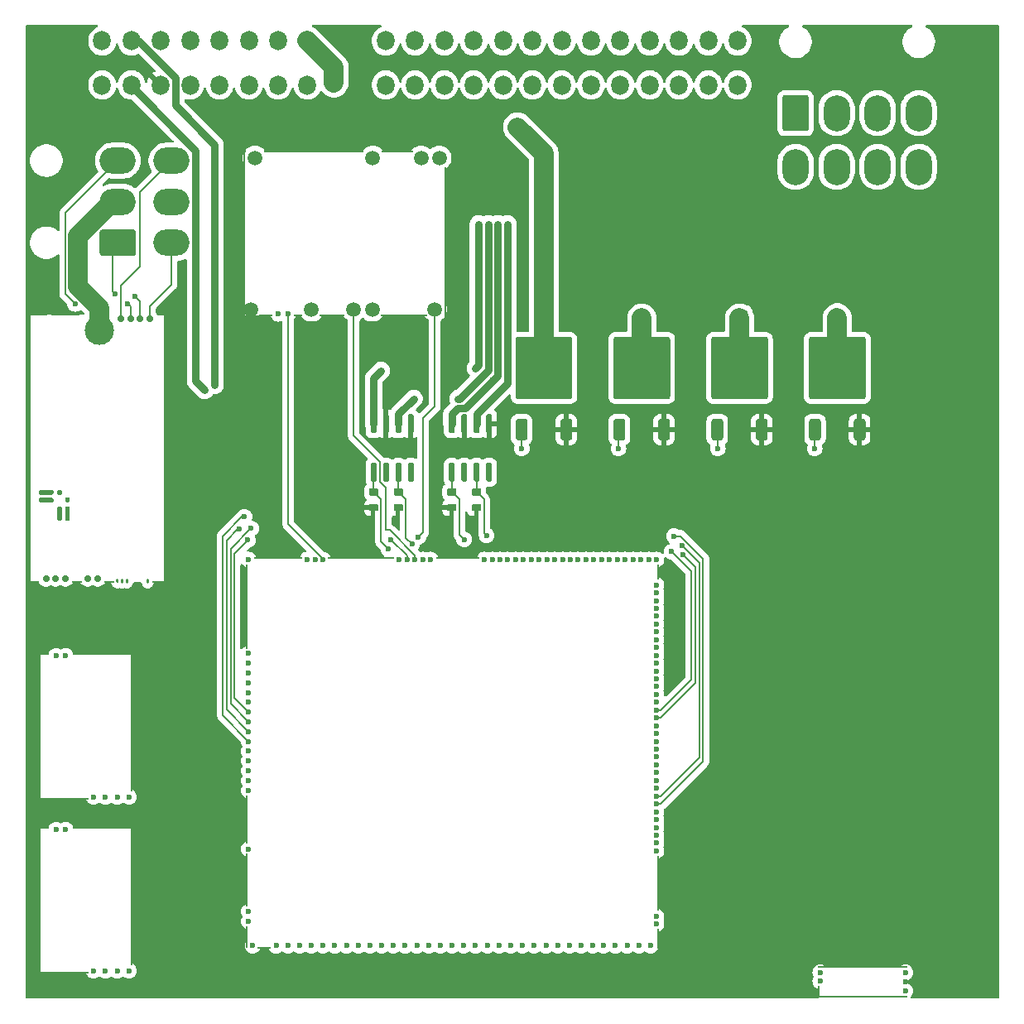
<source format=gtl>
G04 #@! TF.GenerationSoftware,KiCad,Pcbnew,8.0.9-8.0.9-0~ubuntu24.04.1*
G04 #@! TF.CreationDate,2025-06-27T12:52:10+00:00*
G04 #@! TF.ProjectId,EP91Starlet,45503931-5374-4617-926c-65742e6b6963,rev?*
G04 #@! TF.SameCoordinates,Original*
G04 #@! TF.FileFunction,Copper,L1,Top*
G04 #@! TF.FilePolarity,Positive*
%FSLAX46Y46*%
G04 Gerber Fmt 4.6, Leading zero omitted, Abs format (unit mm)*
G04 Created by KiCad (PCBNEW 8.0.9-8.0.9-0~ubuntu24.04.1) date 2025-06-27 12:52:10*
%MOMM*%
%LPD*%
G01*
G04 APERTURE LIST*
G04 #@! TA.AperFunction,ComponentPad*
%ADD10C,0.700000*%
G04 #@! TD*
G04 #@! TA.AperFunction,SMDPad,CuDef*
%ADD11C,3.000000*%
G04 #@! TD*
G04 #@! TA.AperFunction,SMDPad,CuDef*
%ADD12R,3.000000X0.250000*%
G04 #@! TD*
G04 #@! TA.AperFunction,SMDPad,CuDef*
%ADD13R,1.100000X0.250000*%
G04 #@! TD*
G04 #@! TA.AperFunction,SMDPad,CuDef*
%ADD14R,0.980000X0.250000*%
G04 #@! TD*
G04 #@! TA.AperFunction,SMDPad,CuDef*
%ADD15R,1.450000X0.250000*%
G04 #@! TD*
G04 #@! TA.AperFunction,SMDPad,CuDef*
%ADD16R,0.250000X27.600000*%
G04 #@! TD*
G04 #@! TA.AperFunction,SMDPad,CuDef*
%ADD17R,1.950000X0.250000*%
G04 #@! TD*
G04 #@! TA.AperFunction,SMDPad,CuDef*
%ADD18R,0.950000X0.250000*%
G04 #@! TD*
G04 #@! TA.AperFunction,ComponentPad*
%ADD19C,0.600000*%
G04 #@! TD*
G04 #@! TA.AperFunction,SMDPad,CuDef*
%ADD20R,0.200000X2.300000*%
G04 #@! TD*
G04 #@! TA.AperFunction,SMDPad,CuDef*
%ADD21R,0.200000X5.400000*%
G04 #@! TD*
G04 #@! TA.AperFunction,SMDPad,CuDef*
%ADD22R,0.200000X8.600000*%
G04 #@! TD*
G04 #@! TA.AperFunction,SMDPad,CuDef*
%ADD23R,0.200000X5.000000*%
G04 #@! TD*
G04 #@! TA.AperFunction,SMDPad,CuDef*
%ADD24R,1.400000X0.200000*%
G04 #@! TD*
G04 #@! TA.AperFunction,SMDPad,CuDef*
%ADD25R,5.000000X0.200000*%
G04 #@! TD*
G04 #@! TA.AperFunction,SMDPad,CuDef*
%ADD26R,6.800000X0.200000*%
G04 #@! TD*
G04 #@! TA.AperFunction,SMDPad,CuDef*
%ADD27R,4.500000X0.200000*%
G04 #@! TD*
G04 #@! TA.AperFunction,SMDPad,CuDef*
%ADD28R,0.200000X1.600000*%
G04 #@! TD*
G04 #@! TA.AperFunction,SMDPad,CuDef*
%ADD29R,0.200000X5.700000*%
G04 #@! TD*
G04 #@! TA.AperFunction,SMDPad,CuDef*
%ADD30R,0.200000X2.000000*%
G04 #@! TD*
G04 #@! TA.AperFunction,ComponentPad*
%ADD31O,2.700000X3.700000*%
G04 #@! TD*
G04 #@! TA.AperFunction,SMDPad,CuDef*
%ADD32R,6.185000X0.250000*%
G04 #@! TD*
G04 #@! TA.AperFunction,SMDPad,CuDef*
%ADD33R,1.115000X0.250000*%
G04 #@! TD*
G04 #@! TA.AperFunction,SMDPad,CuDef*
%ADD34R,0.250000X14.275000*%
G04 #@! TD*
G04 #@! TA.AperFunction,SMDPad,CuDef*
%ADD35R,0.250000X15.100000*%
G04 #@! TD*
G04 #@! TA.AperFunction,SMDPad,CuDef*
%ADD36R,5.175000X0.250000*%
G04 #@! TD*
G04 #@! TA.AperFunction,ComponentPad*
%ADD37C,1.500000*%
G04 #@! TD*
G04 #@! TA.AperFunction,SMDPad,CuDef*
%ADD38O,3.300000X0.200000*%
G04 #@! TD*
G04 #@! TA.AperFunction,SMDPad,CuDef*
%ADD39O,10.200000X0.200000*%
G04 #@! TD*
G04 #@! TA.AperFunction,SMDPad,CuDef*
%ADD40O,0.300000X0.200000*%
G04 #@! TD*
G04 #@! TA.AperFunction,SMDPad,CuDef*
%ADD41O,0.200000X17.000000*%
G04 #@! TD*
G04 #@! TA.AperFunction,SMDPad,CuDef*
%ADD42O,0.200000X15.400000*%
G04 #@! TD*
G04 #@! TA.AperFunction,SMDPad,CuDef*
%ADD43O,4.800000X0.200000*%
G04 #@! TD*
G04 #@! TA.AperFunction,SMDPad,CuDef*
%ADD44O,2.600000X0.200000*%
G04 #@! TD*
G04 #@! TA.AperFunction,SMDPad,CuDef*
%ADD45O,1.000000X0.200000*%
G04 #@! TD*
G04 #@! TA.AperFunction,SMDPad,CuDef*
%ADD46O,1.500000X0.200000*%
G04 #@! TD*
G04 #@! TA.AperFunction,ComponentPad*
%ADD47O,1.800000X2.000000*%
G04 #@! TD*
G04 #@! TA.AperFunction,ComponentPad*
%ADD48O,3.700000X2.700000*%
G04 #@! TD*
G04 #@! TA.AperFunction,SMDPad,CuDef*
%ADD49O,0.200000X1.225000*%
G04 #@! TD*
G04 #@! TA.AperFunction,SMDPad,CuDef*
%ADD50O,9.300000X0.200000*%
G04 #@! TD*
G04 #@! TA.AperFunction,ViaPad*
%ADD51C,0.600000*%
G04 #@! TD*
G04 #@! TA.AperFunction,Conductor*
%ADD52C,0.200000*%
G04 #@! TD*
G04 #@! TA.AperFunction,Conductor*
%ADD53C,2.000000*%
G04 #@! TD*
G04 #@! TA.AperFunction,Conductor*
%ADD54C,0.800000*%
G04 #@! TD*
G04 APERTURE END LIST*
D10*
G04 #@! TO.P,M4,E1,LSU_Un*
G04 #@! TO.N,Net-(J2-Pin_4)*
X12954000Y69774000D03*
G04 #@! TO.P,M4,E2,LSU_Vm*
G04 #@! TO.N,Net-(J2-Pin_6)*
X9954000Y69774000D03*
G04 #@! TO.P,M4,E3,LSU_Ip*
G04 #@! TO.N,Net-(J2-Pin_3)*
X10954000Y69774000D03*
G04 #@! TO.P,M4,E4,LSU_Rtrim*
G04 #@! TO.N,Net-(J2-Pin_1)*
X11954000Y69774000D03*
D11*
G04 #@! TO.P,M4,E5,LSU_H+*
G04 #@! TO.N,Net-(J2-Pin_2)*
X7804000Y68524000D03*
D12*
G04 #@! TO.P,M4,E6,LSU_H-*
G04 #@! TO.N,GND*
X4304000Y70149000D03*
D13*
G04 #@! TO.P,M4,G,GND*
X1104000Y42799000D03*
D14*
X5444000Y42799000D03*
X8744000Y42799000D03*
D15*
X13829000Y42799000D03*
D16*
X679000Y56474000D03*
X14429000Y56474000D03*
D17*
X1529000Y70149000D03*
D18*
X14079000Y70149000D03*
G04 #@! TO.P,M4,J1,SEL1*
G04 #@! TO.N,Net-(M4-PULL_DOWN1)*
G04 #@! TA.AperFunction,SMDPad,CuDef*
G36*
G01*
X1704000Y52224000D02*
X2954000Y52224000D01*
G75*
G02*
X3079000Y52099000I0J-125000D01*
G01*
X3079000Y51849000D01*
G75*
G02*
X2954000Y51724000I-125000J0D01*
G01*
X1704000Y51724000D01*
G75*
G02*
X1579000Y51849000I0J125000D01*
G01*
X1579000Y52099000D01*
G75*
G02*
X1704000Y52224000I125000J0D01*
G01*
G37*
G04 #@! TD.AperFunction*
G04 #@! TO.P,M4,J2,SEL2*
G04 #@! TO.N,unconnected-(M4-SEL2-PadJ2)*
G04 #@! TA.AperFunction,SMDPad,CuDef*
G36*
G01*
X4379000Y50549000D02*
X4629000Y50549000D01*
G75*
G02*
X4754000Y50424000I0J-125000D01*
G01*
X4754000Y49174000D01*
G75*
G02*
X4629000Y49049000I-125000J0D01*
G01*
X4379000Y49049000D01*
G75*
G02*
X4254000Y49174000I0J125000D01*
G01*
X4254000Y50424000D01*
G75*
G02*
X4379000Y50549000I125000J0D01*
G01*
G37*
G04 #@! TD.AperFunction*
G04 #@! TO.P,M4,J_GND1,PULL_DOWN1*
G04 #@! TO.N,Net-(M4-PULL_DOWN1)*
G04 #@! TA.AperFunction,SMDPad,CuDef*
G36*
G01*
X1704000Y51424000D02*
X2954000Y51424000D01*
G75*
G02*
X3079000Y51299000I0J-125000D01*
G01*
X3079000Y51049000D01*
G75*
G02*
X2954000Y50924000I-125000J0D01*
G01*
X1704000Y50924000D01*
G75*
G02*
X1579000Y51049000I0J125000D01*
G01*
X1579000Y51299000D01*
G75*
G02*
X1704000Y51424000I125000J0D01*
G01*
G37*
G04 #@! TD.AperFunction*
G04 #@! TO.P,M4,J_GND2,PULL_DOWN2*
G04 #@! TO.N,unconnected-(M4-PULL_DOWN2-PadJ_GND2)*
G04 #@! TA.AperFunction,SMDPad,CuDef*
G36*
G01*
X4254000Y51099000D02*
X4254000Y51349000D01*
G75*
G02*
X4379000Y51474000I125000J0D01*
G01*
X4629000Y51474000D01*
G75*
G02*
X4754000Y51349000I0J-125000D01*
G01*
X4754000Y51099000D01*
G75*
G02*
X4629000Y50974000I-125000J0D01*
G01*
X4379000Y50974000D01*
G75*
G02*
X4254000Y51099000I0J125000D01*
G01*
G37*
G04 #@! TD.AperFunction*
G04 #@! TO.P,M4,J_VCC1,PULL_UP1*
G04 #@! TO.N,unconnected-(M4-PULL_UP1-PadJ_VCC1)*
G04 #@! TA.AperFunction,SMDPad,CuDef*
G36*
G01*
X3579000Y52224000D02*
X3829000Y52224000D01*
G75*
G02*
X3954000Y52099000I0J-125000D01*
G01*
X3954000Y51849000D01*
G75*
G02*
X3829000Y51724000I-125000J0D01*
G01*
X3579000Y51724000D01*
G75*
G02*
X3454000Y51849000I0J125000D01*
G01*
X3454000Y52099000D01*
G75*
G02*
X3579000Y52224000I125000J0D01*
G01*
G37*
G04 #@! TD.AperFunction*
G04 #@! TO.P,M4,J_VCC2,PULL_UP2*
G04 #@! TO.N,unconnected-(M4-PULL_UP2-PadJ_VCC2)*
G04 #@! TA.AperFunction,SMDPad,CuDef*
G36*
G01*
X3579000Y50549000D02*
X3829000Y50549000D01*
G75*
G02*
X3954000Y50424000I0J-125000D01*
G01*
X3954000Y49174000D01*
G75*
G02*
X3829000Y49049000I-125000J0D01*
G01*
X3579000Y49049000D01*
G75*
G02*
X3454000Y49174000I0J125000D01*
G01*
X3454000Y50424000D01*
G75*
G02*
X3579000Y50549000I125000J0D01*
G01*
G37*
G04 #@! TD.AperFunction*
D10*
G04 #@! TO.P,M4,W1,V5_IN*
G04 #@! TO.N,+5VA*
X3304000Y43182800D03*
G04 #@! TO.P,M4,W2,CAN_VIO*
G04 #@! TO.N,unconnected-(M4-CAN_VIO-PadW2)*
X4304000Y43182800D03*
G04 #@! TO.P,M4,W3,CANL*
G04 #@! TO.N,/CAN-*
X7600000Y43182800D03*
G04 #@! TO.P,M4,W4,CANH*
G04 #@! TO.N,/CAN+*
X6584000Y43182800D03*
G04 #@! TO.P,M4,W5,nReset*
G04 #@! TO.N,unconnected-(M4-nReset-PadW5)*
G04 #@! TA.AperFunction,SMDPad,CuDef*
G36*
G01*
X9604000Y42674000D02*
X9604000Y42674000D01*
G75*
G02*
X9479000Y42799000I0J125000D01*
G01*
X9479000Y43049000D01*
G75*
G02*
X9604000Y43174000I125000J0D01*
G01*
X9604000Y43174000D01*
G75*
G02*
X9729000Y43049000I0J-125000D01*
G01*
X9729000Y42799000D01*
G75*
G02*
X9604000Y42674000I-125000J0D01*
G01*
G37*
G04 #@! TD.AperFunction*
G04 #@! TO.P,M4,W6,SWDIO*
G04 #@! TO.N,unconnected-(M4-SWDIO-PadW6)*
G04 #@! TA.AperFunction,SMDPad,CuDef*
G36*
G01*
X10104000Y42674000D02*
X10104000Y42674000D01*
G75*
G02*
X9979000Y42799000I0J125000D01*
G01*
X9979000Y43049000D01*
G75*
G02*
X10104000Y43174000I125000J0D01*
G01*
X10104000Y43174000D01*
G75*
G02*
X10229000Y43049000I0J-125000D01*
G01*
X10229000Y42799000D01*
G75*
G02*
X10104000Y42674000I-125000J0D01*
G01*
G37*
G04 #@! TD.AperFunction*
G04 #@! TO.P,M4,W7,SWCLK*
G04 #@! TO.N,unconnected-(M4-SWCLK-PadW7)*
G04 #@! TA.AperFunction,SMDPad,CuDef*
G36*
G01*
X10604000Y42674000D02*
X10604000Y42674000D01*
G75*
G02*
X10479000Y42799000I0J125000D01*
G01*
X10479000Y43049000D01*
G75*
G02*
X10604000Y43174000I125000J0D01*
G01*
X10604000Y43174000D01*
G75*
G02*
X10729000Y43049000I0J-125000D01*
G01*
X10729000Y42799000D01*
G75*
G02*
X10604000Y42674000I-125000J0D01*
G01*
G37*
G04 #@! TD.AperFunction*
G04 #@! TO.P,M4,W8,V33_OUT*
G04 #@! TO.N,unconnected-(M4-V33_OUT-PadW8)*
G04 #@! TA.AperFunction,SMDPad,CuDef*
G36*
G01*
X12704000Y42674000D02*
X12704000Y42674000D01*
G75*
G02*
X12579000Y42799000I0J125000D01*
G01*
X12579000Y43049000D01*
G75*
G02*
X12704000Y43174000I125000J0D01*
G01*
X12704000Y43174000D01*
G75*
G02*
X12829000Y43049000I0J-125000D01*
G01*
X12829000Y42799000D01*
G75*
G02*
X12704000Y42674000I-125000J0D01*
G01*
G37*
G04 #@! TD.AperFunction*
G04 #@! TO.P,M4,W9,VDDA*
G04 #@! TO.N,unconnected-(M4-VDDA-PadW9)*
X2304000Y43182800D03*
G04 #@! TD*
D19*
G04 #@! TO.P,M2,E1,SPI2_SCK/CAN2_TX*
G04 #@! TO.N,unconnected-(M2-SPI2_SCK{slash}CAN2_TX-PadE1)*
X64743998Y42510001D03*
G04 #@! TO.P,M2,E2,SPI2_MISO*
G04 #@! TO.N,unconnected-(M2-SPI2_MISO-PadE2)*
X64743998Y41710000D03*
G04 #@! TO.P,M2,E3,SPI2_MOSI*
G04 #@! TO.N,unconnected-(M2-SPI2_MOSI-PadE3)*
X64743998Y40910002D03*
G04 #@! TO.P,M2,E4,SPI2_CS/CAN2_RX*
G04 #@! TO.N,unconnected-(M2-SPI2_CS{slash}CAN2_RX-PadE4)*
X64743998Y40110001D03*
G04 #@! TO.P,M2,E6,OUT_IO3*
G04 #@! TO.N,unconnected-(M2-OUT_IO3-PadE6)*
X64743998Y39310000D03*
G04 #@! TO.P,M2,E7,OUT_IO5*
G04 #@! TO.N,unconnected-(M2-OUT_IO5-PadE7)*
X64743995Y38510002D03*
G04 #@! TO.P,M2,E8,OUT_IO1*
G04 #@! TO.N,unconnected-(M2-OUT_IO1-PadE8)*
X64743995Y37710001D03*
G04 #@! TO.P,M2,E9,OUT_IO6*
G04 #@! TO.N,unconnected-(M2-OUT_IO6-PadE9)*
X64743998Y36909997D03*
G04 #@! TO.P,M2,E10,OUT_IO10*
G04 #@! TO.N,unconnected-(M2-OUT_IO10-PadE10)*
X64743998Y36110001D03*
G04 #@! TO.P,M2,E11,OUT_IO9*
G04 #@! TO.N,unconnected-(M2-OUT_IO9-PadE11)*
X64743998Y35310001D03*
G04 #@! TO.P,M2,E12,OUT_IO2*
G04 #@! TO.N,unconnected-(M2-OUT_IO2-PadE12)*
X64743998Y34510000D03*
G04 #@! TO.P,M2,E13,OUT_IO12*
G04 #@! TO.N,unconnected-(M2-OUT_IO12-PadE13)*
X64743995Y33710001D03*
G04 #@! TO.P,M2,E14,OUT_PWM5*
G04 #@! TO.N,unconnected-(M2-OUT_PWM5-PadE14)*
X64743995Y32910000D03*
G04 #@! TO.P,M2,E15,OUT_PWM4*
G04 #@! TO.N,unconnected-(M2-OUT_PWM4-PadE15)*
X64743995Y32109999D03*
G04 #@! TO.P,M2,E16,OUT_PWM3*
G04 #@! TO.N,unconnected-(M2-OUT_PWM3-PadE16)*
X64743998Y31310001D03*
G04 #@! TO.P,M2,E17,OUT_PWM2*
G04 #@! TO.N,unconnected-(M2-OUT_PWM2-PadE17)*
X64743998Y30510000D03*
G04 #@! TO.P,M2,E18,OUT_INJ2*
G04 #@! TO.N,/INJ4/IN2*
X64743998Y29710002D03*
G04 #@! TO.P,M2,E19,OUT_INJ1*
G04 #@! TO.N,/INJ4/IN1*
X64743995Y28910001D03*
G04 #@! TO.P,M2,E20,OUT_IO13*
G04 #@! TO.N,unconnected-(M2-OUT_IO13-PadE20)*
X64743995Y28110000D03*
G04 #@! TO.P,M2,E21,OUT_IO4*
G04 #@! TO.N,unconnected-(M2-OUT_IO4-PadE21)*
X64743998Y27310001D03*
G04 #@! TO.P,M2,E22,OUT_IO8*
G04 #@! TO.N,unconnected-(M2-OUT_IO8-PadE22)*
X64743998Y26510000D03*
G04 #@! TO.P,M2,E23,OUT_IO7*
G04 #@! TO.N,unconnected-(M2-OUT_IO7-PadE23)*
X64743998Y25709999D03*
G04 #@! TO.P,M2,E24,OUT_IO11*
G04 #@! TO.N,unconnected-(M2-OUT_IO11-PadE24)*
X64743998Y24910001D03*
G04 #@! TO.P,M2,E25,OUT_PWM7*
G04 #@! TO.N,unconnected-(M2-OUT_PWM7-PadE25)*
X64743998Y24110000D03*
G04 #@! TO.P,M2,E26,OUT_PWM6*
G04 #@! TO.N,unconnected-(M2-OUT_PWM6-PadE26)*
X64743998Y23310002D03*
G04 #@! TO.P,M2,E27,OUT_PWM1*
G04 #@! TO.N,unconnected-(M2-OUT_PWM1-PadE27)*
X64743998Y22510001D03*
G04 #@! TO.P,M2,E28,OUT_PWM8*
G04 #@! TO.N,unconnected-(M2-OUT_PWM8-PadE28)*
X64743998Y21710000D03*
G04 #@! TO.P,M2,E29,OUT_INJ3*
G04 #@! TO.N,/INJ4/IN3*
X64743998Y20910001D03*
G04 #@! TO.P,M2,E30,OUT_INJ4*
G04 #@! TO.N,/INJ4/IN4*
X64743998Y20110000D03*
G04 #@! TO.P,M2,E31,OUT_INJ5*
G04 #@! TO.N,/LS_PROTECTED_2 A/IN1*
X64743995Y19310002D03*
G04 #@! TO.P,M2,E32,OUT_INJ6*
G04 #@! TO.N,/LS_PROTECTED_2 A/IN2*
X64743998Y18509999D03*
G04 #@! TO.P,M2,E33,OUT_INJ7*
G04 #@! TO.N,/LS_PROTECTED_2 B/IN1*
X64743998Y17710000D03*
G04 #@! TO.P,M2,E34,OUT_INJ8*
G04 #@! TO.N,/LS_PROTECTED_2 B/IN2*
X64743998Y16910002D03*
G04 #@! TO.P,M2,E35,IO6*
G04 #@! TO.N,unconnected-(M2-IO6-PadE35)*
X64743998Y16110001D03*
G04 #@! TO.P,M2,E36,IO7*
G04 #@! TO.N,unconnected-(M2-IO7-PadE36)*
X64743998Y15310000D03*
G04 #@! TO.P,M2,E38,V5A_SWITCHABLE*
G04 #@! TO.N,+5VA*
X64743995Y8610006D03*
G04 #@! TO.P,M2,E39,GNDA*
G04 #@! TO.N,unconnected-(M2-GNDA-PadE39)*
X64743998Y7810005D03*
D20*
G04 #@! TO.P,M2,G,GND*
G04 #@! TO.N,GND*
X22843993Y6460005D03*
D21*
X22843995Y12310008D03*
D22*
X22843996Y40310005D03*
D23*
X22843996Y18510005D03*
D24*
X24644002Y5410002D03*
D25*
X26043997Y45310003D03*
D26*
X34544000Y45310003D03*
D27*
X44394003Y45310003D03*
D28*
X64943998Y43810004D03*
D29*
X64943998Y11960001D03*
D30*
X64943998Y6310008D03*
D19*
G04 #@! TO.P,M2,N1,USBID*
G04 #@! TO.N,unconnected-(M2-USBID-PadN1)*
X64743998Y45110004D03*
G04 #@! TO.P,M2,N2,USBM*
G04 #@! TO.N,unconnected-(M2-USBM-PadN2)*
X63944000Y45110006D03*
G04 #@! TO.P,M2,N3,USBP*
G04 #@! TO.N,unconnected-(M2-USBP-PadN3)*
X63143999Y45110006D03*
G04 #@! TO.P,M2,N4,VBUS*
G04 #@! TO.N,unconnected-(M2-VBUS-PadN4)*
X62344000Y45110004D03*
G04 #@! TO.P,M2,N5,BOOT0*
G04 #@! TO.N,unconnected-(M2-BOOT0-PadN5)*
X61543999Y45110004D03*
G04 #@! TO.P,M2,N6,SWO*
G04 #@! TO.N,unconnected-(M2-SWO-PadN6)*
X60743998Y45110004D03*
G04 #@! TO.P,M2,N7,SWDIO*
G04 #@! TO.N,unconnected-(M2-SWDIO-PadN7)*
X59944000Y45110004D03*
G04 #@! TO.P,M2,N8,SWCLK*
G04 #@! TO.N,unconnected-(M2-SWCLK-PadN8)*
X59143999Y45110006D03*
G04 #@! TO.P,M2,N9,nReset*
G04 #@! TO.N,unconnected-(M2-nReset-PadN9)*
X58344001Y45110004D03*
G04 #@! TO.P,M2,N10,SPI3_CS*
G04 #@! TO.N,unconnected-(M2-SPI3_CS-PadN10)*
X57544000Y45110004D03*
G04 #@! TO.P,M2,N11,SPI3_SCK*
G04 #@! TO.N,unconnected-(M2-SPI3_SCK-PadN11)*
X56743999Y45110004D03*
G04 #@! TO.P,M2,N12,SPI3_MISO*
G04 #@! TO.N,unconnected-(M2-SPI3_MISO-PadN12)*
X55943998Y45110004D03*
G04 #@! TO.P,M2,N13,SPI3_MOSI*
G04 #@! TO.N,unconnected-(M2-SPI3_MOSI-PadN13)*
X55143999Y45110004D03*
G04 #@! TO.P,M2,N14,I2C_SCL*
G04 #@! TO.N,unconnected-(M2-I2C_SCL-PadN14)*
X54343998Y45110004D03*
G04 #@! TO.P,M2,N15,I2C_SDA*
G04 #@! TO.N,unconnected-(M2-I2C_SDA-PadN15)*
X53543997Y45110006D03*
G04 #@! TO.P,M2,N16,IO1*
G04 #@! TO.N,unconnected-(M2-IO1-PadN16)*
X52743997Y45110006D03*
G04 #@! TO.P,M2,N17,UART2_TX*
G04 #@! TO.N,unconnected-(M2-UART2_TX-PadN17)*
X51943998Y45110004D03*
G04 #@! TO.P,M2,N18,UART2_RX*
G04 #@! TO.N,unconnected-(M2-UART2_RX-PadN18)*
X51143997Y45110004D03*
G04 #@! TO.P,M2,N19,IO2*
G04 #@! TO.N,unconnected-(M2-IO2-PadN19)*
X50343999Y45110004D03*
G04 #@! TO.P,M2,N20,IO4*
G04 #@! TO.N,unconnected-(M2-IO4-PadN20)*
X49543998Y45110004D03*
G04 #@! TO.P,M2,N21,IO3*
G04 #@! TO.N,unconnected-(M2-IO3-PadN21)*
X48743999Y45110006D03*
G04 #@! TO.P,M2,N22,V33*
G04 #@! TO.N,unconnected-(M2-V33-PadN22)*
X47943998Y45110004D03*
G04 #@! TO.P,M2,N23,IO5*
G04 #@! TO.N,unconnected-(M2-IO5-PadN23)*
X47143998Y45110004D03*
G04 #@! TO.P,M2,N24,UART8_RX*
G04 #@! TO.N,unconnected-(M2-UART8_RX-PadN24)*
X41643998Y45110004D03*
G04 #@! TO.P,M2,N25,UART8_TX*
G04 #@! TO.N,unconnected-(M2-UART8_TX-PadN25)*
X40843997Y45110004D03*
G04 #@! TO.P,M2,N26,IN_VIGN*
G04 #@! TO.N,Net-(M2-IN_VIGN)*
X40043999Y45110004D03*
G04 #@! TO.P,M2,N27,VBAT*
G04 #@! TO.N,Net-(M2-VBAT)*
X39244001Y45110004D03*
G04 #@! TO.P,M2,N28,V33_SWITCHABLE*
G04 #@! TO.N,unconnected-(M2-V33_SWITCHABLE-PadN28)*
X38444002Y45110004D03*
G04 #@! TO.P,M2,N29,OUT_PWR_EN*
G04 #@! TO.N,Net-(M2-OUT_PWR_EN)*
X30643998Y45110004D03*
G04 #@! TO.P,M2,N30,V5A_SWITCHABLE*
G04 #@! TO.N,unconnected-(M2-V5A_SWITCHABLE-PadN30)*
X29843999Y45110004D03*
G04 #@! TO.P,M2,N31,VCC*
G04 #@! TO.N,+5V*
X29044001Y45110004D03*
G04 #@! TO.P,M2,N32,V33*
G04 #@! TO.N,unconnected-(M2-V33-PadN32)*
X23043997Y45110004D03*
G04 #@! TO.P,M2,S1,IN_D4*
G04 #@! TO.N,unconnected-(M2-IN_D4-PadS1)*
X64143997Y5609999D03*
G04 #@! TO.P,M2,S2,IN_D3*
G04 #@! TO.N,unconnected-(M2-IN_D3-PadS2)*
X62943996Y5610001D03*
G04 #@! TO.P,M2,S3,IN_D2*
G04 #@! TO.N,unconnected-(M2-IN_D2-PadS3)*
X61743999Y5610001D03*
G04 #@! TO.P,M2,S4,IN_D1*
G04 #@! TO.N,unconnected-(M2-IN_D1-PadS4)*
X60543999Y5609999D03*
G04 #@! TO.P,M2,S5,VREF2*
G04 #@! TO.N,unconnected-(M2-VREF2-PadS5)*
X59343999Y5610001D03*
G04 #@! TO.P,M2,S6,IN_SENS4*
G04 #@! TO.N,unconnected-(M2-IN_SENS4-PadS6)*
X58244011Y5610001D03*
G04 #@! TO.P,M2,S7,IN_SENS3*
G04 #@! TO.N,unconnected-(M2-IN_SENS3-PadS7)*
X57044011Y5610001D03*
G04 #@! TO.P,M2,S8,IN_SENS2*
G04 #@! TO.N,unconnected-(M2-IN_SENS2-PadS8)*
X55844013Y5609999D03*
G04 #@! TO.P,M2,S9,IN_SENS1*
G04 #@! TO.N,unconnected-(M2-IN_SENS1-PadS9)*
X54644013Y5610001D03*
G04 #@! TO.P,M2,S10,IN_AUX4*
G04 #@! TO.N,unconnected-(M2-IN_AUX4-PadS10)*
X53444010Y5610001D03*
G04 #@! TO.P,M2,S11,IN_AUX3*
G04 #@! TO.N,unconnected-(M2-IN_AUX3-PadS11)*
X52244008Y5609999D03*
G04 #@! TO.P,M2,S12,IN_AUX2*
G04 #@! TO.N,unconnected-(M2-IN_AUX2-PadS12)*
X51044010Y5610001D03*
G04 #@! TO.P,M2,S13,IN_AUX1*
G04 #@! TO.N,/NEUTRAL STARTER SWITCH*
X49844012Y5610001D03*
G04 #@! TO.P,M2,S14,IN_RES2*
G04 #@! TO.N,unconnected-(M2-IN_RES2-PadS14)*
X48644005Y5610001D03*
G04 #@! TO.P,M2,S15,IN_O2S2*
G04 #@! TO.N,unconnected-(M2-IN_O2S2-PadS15)*
X47444005Y5610001D03*
G04 #@! TO.P,M2,S16,IN_O2S*
G04 #@! TO.N,unconnected-(M2-IN_O2S-PadS16)*
X46244007Y5610001D03*
G04 #@! TO.P,M2,S17,IN_RES1*
G04 #@! TO.N,unconnected-(M2-IN_RES1-PadS17)*
X45044007Y5610001D03*
G04 #@! TO.P,M2,S18,IN_RES3*
G04 #@! TO.N,unconnected-(M2-IN_RES3-PadS18)*
X43844002Y5610001D03*
G04 #@! TO.P,M2,S19,IN_MAP3*
G04 #@! TO.N,unconnected-(M2-IN_MAP3-PadS19)*
X42644001Y5610001D03*
G04 #@! TO.P,M2,S20,IN_MAP2*
G04 #@! TO.N,unconnected-(M2-IN_MAP2-PadS20)*
X41444004Y5609999D03*
G04 #@! TO.P,M2,S21,IN_MAP1*
G04 #@! TO.N,Net-(M2-IN_MAP1)*
X40244004Y5610001D03*
G04 #@! TO.P,M2,S22,IN_CRANK*
G04 #@! TO.N,Net-(M1-OUT)*
X39044001Y5609999D03*
G04 #@! TO.P,M2,S23,IN_KNOCK*
G04 #@! TO.N,Net-(M2-IN_KNOCK)*
X37844001Y5610001D03*
G04 #@! TO.P,M2,S24,IN_CAM*
G04 #@! TO.N,Net-(M2-IN_CAM)*
X36644006Y5610001D03*
G04 #@! TO.P,M2,S25,IN_VSS*
G04 #@! TO.N,unconnected-(M2-IN_VSS-PadS25)*
X35444003Y5609999D03*
G04 #@! TO.P,M2,S26,IN_IAT*
G04 #@! TO.N,Net-(M2-IN_IAT)*
X34243998Y5610001D03*
G04 #@! TO.P,M2,S27,IN_AT1*
G04 #@! TO.N,unconnected-(M2-IN_AT1-PadS27)*
X33043998Y5609999D03*
G04 #@! TO.P,M2,S28,IN_CLT*
G04 #@! TO.N,Net-(M2-IN_CLT)*
X31844000Y5610001D03*
G04 #@! TO.P,M2,S29,IN_AT2*
G04 #@! TO.N,unconnected-(M2-IN_AT2-PadS29)*
X30644000Y5610001D03*
G04 #@! TO.P,M2,S30,IN_TPS*
G04 #@! TO.N,Net-(M2-IN_TPS)*
X29443995Y5610001D03*
G04 #@! TO.P,M2,S31,IN_PPS*
G04 #@! TO.N,unconnected-(M2-IN_PPS-PadS31)*
X28243995Y5610001D03*
G04 #@! TO.P,M2,S32,IN_TPS2*
G04 #@! TO.N,unconnected-(M2-IN_TPS2-PadS32)*
X27043997Y5610001D03*
G04 #@! TO.P,M2,S33,IN_PPS2*
G04 #@! TO.N,unconnected-(M2-IN_PPS2-PadS33)*
X25843997Y5610001D03*
G04 #@! TO.P,M2,S35,VREF1*
G04 #@! TO.N,unconnected-(M2-VREF1-PadS35)*
X23443997Y5610001D03*
G04 #@! TO.P,M2,W1,GNDA*
G04 #@! TO.N,GNDA*
X23043995Y8110004D03*
G04 #@! TO.P,M2,W2,V5A_SWITCHABLE*
G04 #@! TO.N,+5VA*
X23043995Y9110005D03*
G04 #@! TO.P,M2,W3,V33_REF*
G04 #@! TO.N,unconnected-(M2-V33_REF-PadW3)*
X23043997Y15510007D03*
G04 #@! TO.P,M2,W3a,BOOT1*
G04 #@! TO.N,unconnected-(M2-BOOT1-PadW3a)*
X23043996Y21510005D03*
G04 #@! TO.P,M2,W4,IGN8*
G04 #@! TO.N,unconnected-(M2-IGN8-PadW4)*
X23043997Y22510003D03*
G04 #@! TO.P,M2,W5,IGN7*
G04 #@! TO.N,unconnected-(M2-IGN7-PadW5)*
X23043997Y23510004D03*
G04 #@! TO.P,M2,W6,IGN6*
G04 #@! TO.N,unconnected-(M2-IGN6-PadW6)*
X23043997Y24510002D03*
G04 #@! TO.P,M2,W7,IGN5*
G04 #@! TO.N,unconnected-(M2-IGN5-PadW7)*
X23043997Y25510002D03*
G04 #@! TO.P,M2,W8,IGN4*
G04 #@! TO.N,/IGN4/IN4*
X23043997Y26510003D03*
G04 #@! TO.P,M2,W9,IGN3*
G04 #@! TO.N,/IGN4/IN3*
X23043997Y27510001D03*
G04 #@! TO.P,M2,W10,IGN2*
G04 #@! TO.N,/IGN4/IN2*
X23043997Y28510001D03*
G04 #@! TO.P,M2,W11,IGN1*
G04 #@! TO.N,/IGN4/IN1*
X23043997Y29509999D03*
G04 #@! TO.P,M2,W11a,LED_RED*
G04 #@! TO.N,unconnected-(M2-LED_RED-PadW11a)*
X23043996Y30510005D03*
G04 #@! TO.P,M2,W11b,LED_GREEN*
G04 #@! TO.N,unconnected-(M2-LED_GREEN-PadW11b)*
X23043996Y31510005D03*
G04 #@! TO.P,M2,W11c,LED_BLUE*
G04 #@! TO.N,unconnected-(M2-LED_BLUE-PadW11c)*
X23043996Y32510005D03*
G04 #@! TO.P,M2,W11d,LED_YELLOW*
G04 #@! TO.N,unconnected-(M2-LED_YELLOW-PadW11d)*
X23043996Y33510005D03*
G04 #@! TO.P,M2,W12,CANH*
G04 #@! TO.N,/CAN+*
X23043996Y34510005D03*
G04 #@! TO.P,M2,W13,CANL*
G04 #@! TO.N,/CAN-*
X23043996Y35510005D03*
G04 #@! TD*
G04 #@! TO.P,J1,1,Pin_1*
G04 #@! TO.N,/INJ4/OUT4*
G04 #@! TA.AperFunction,ComponentPad*
G36*
G01*
X77626000Y89168001D02*
X77626000Y92367999D01*
G75*
G02*
X77876001Y92618000I250001J0D01*
G01*
X80075999Y92618000D01*
G75*
G02*
X80326000Y92367999I0J-250001D01*
G01*
X80326000Y89168001D01*
G75*
G02*
X80075999Y88918000I-250001J0D01*
G01*
X77876001Y88918000D01*
G75*
G02*
X77626000Y89168001I0J250001D01*
G01*
G37*
G04 #@! TD.AperFunction*
D31*
G04 #@! TO.P,J1,2,Pin_2*
G04 #@! TO.N,/INJ4/OUT3*
X83176000Y90768000D03*
G04 #@! TO.P,J1,3,Pin_3*
G04 #@! TO.N,/INJ4/OUT2*
X87376000Y90768000D03*
G04 #@! TO.P,J1,4,Pin_4*
G04 #@! TO.N,/INJ4/OUT1*
X91576000Y90768000D03*
G04 #@! TO.P,J1,5,Pin_5*
G04 #@! TO.N,/IGN4/OUT4*
X78976000Y85268000D03*
G04 #@! TO.P,J1,6,Pin_6*
G04 #@! TO.N,/IGN4/OUT3*
X83176000Y85268000D03*
G04 #@! TO.P,J1,7,Pin_7*
G04 #@! TO.N,/IGN4/OUT2*
X87376000Y85268000D03*
G04 #@! TO.P,J1,8,Pin_8*
G04 #@! TO.N,/IGN4/OUT1*
X91576000Y85268000D03*
G04 #@! TD*
D19*
G04 #@! TO.P,M1,E1,HALL_EN*
G04 #@! TO.N,unconnected-(M1-HALL_EN-PadE1)*
X8395500Y20834000D03*
G04 #@! TO.P,M1,E2,NC*
G04 #@! TO.N,unconnected-(M1-NC-PadE2)*
X7195500Y20834000D03*
G04 #@! TO.P,M1,E3,OUT*
G04 #@! TO.N,Net-(M1-OUT)*
X9595500Y20834000D03*
G04 #@! TO.P,M1,E4,V5_IN*
G04 #@! TO.N,+5VA*
X10795500Y20834000D03*
D32*
G04 #@! TO.P,M1,G,GND*
G04 #@! TO.N,GND*
X8128000Y35484000D03*
D33*
X2078000Y35484000D03*
D34*
X11095500Y28471500D03*
D35*
X1645500Y28059000D03*
D36*
X4108000Y20634000D03*
D19*
G04 #@! TO.P,M1,W1,VR-/HALL*
G04 #@! TO.N,unconnected-(M1-VR-{slash}HALL-PadW1)*
X4335500Y35259000D03*
G04 #@! TO.P,M1,W2,VR+*
G04 #@! TO.N,Net-(M1-VR+)*
X3335500Y35259000D03*
G04 #@! TD*
G04 #@! TO.P,R1,1*
G04 #@! TO.N,GND*
G04 #@! TA.AperFunction,SMDPad,CuDef*
G36*
G01*
X38745000Y50060000D02*
X37965000Y50060000D01*
G75*
G02*
X37895000Y50130000I0J70000D01*
G01*
X37895000Y50690000D01*
G75*
G02*
X37965000Y50760000I70000J0D01*
G01*
X38745000Y50760000D01*
G75*
G02*
X38815000Y50690000I0J-70000D01*
G01*
X38815000Y50130000D01*
G75*
G02*
X38745000Y50060000I-70000J0D01*
G01*
G37*
G04 #@! TD.AperFunction*
G04 #@! TO.P,R1,2*
G04 #@! TO.N,/INJ4/IN1*
G04 #@! TA.AperFunction,SMDPad,CuDef*
G36*
G01*
X38745000Y51660000D02*
X37965000Y51660000D01*
G75*
G02*
X37895000Y51730000I0J70000D01*
G01*
X37895000Y52290000D01*
G75*
G02*
X37965000Y52360000I70000J0D01*
G01*
X38745000Y52360000D01*
G75*
G02*
X38815000Y52290000I0J-70000D01*
G01*
X38815000Y51730000D01*
G75*
G02*
X38745000Y51660000I-70000J0D01*
G01*
G37*
G04 #@! TD.AperFunction*
G04 #@! TD*
G04 #@! TO.P,Q2,1,G*
G04 #@! TO.N,Net-(Q2-G)*
G04 #@! TA.AperFunction,SMDPad,CuDef*
G36*
G01*
X61315000Y57300000D02*
X60615000Y57300000D01*
G75*
G02*
X60365000Y57550000I0J250000D01*
G01*
X60365000Y59250000D01*
G75*
G02*
X60615000Y59500000I250000J0D01*
G01*
X61315000Y59500000D01*
G75*
G02*
X61565000Y59250000I0J-250000D01*
G01*
X61565000Y57550000D01*
G75*
G02*
X61315000Y57300000I-250000J0D01*
G01*
G37*
G04 #@! TD.AperFunction*
G04 #@! TO.P,Q2,2,C*
G04 #@! TO.N,/IGN4/OUT3*
G04 #@! TA.AperFunction,SMDPad,CuDef*
G36*
G01*
X62845000Y61500000D02*
X60595000Y61500000D01*
G75*
G02*
X60345000Y61750000I0J250000D01*
G01*
X60345000Y64300000D01*
G75*
G02*
X60595000Y64550000I250000J0D01*
G01*
X62845000Y64550000D01*
G75*
G02*
X63095000Y64300000I0J-250000D01*
G01*
X63095000Y61750000D01*
G75*
G02*
X62845000Y61500000I-250000J0D01*
G01*
G37*
G04 #@! TD.AperFunction*
G04 #@! TA.AperFunction,SMDPad,CuDef*
G36*
G01*
X65895000Y61500000D02*
X63645000Y61500000D01*
G75*
G02*
X63395000Y61750000I0J250000D01*
G01*
X63395000Y64300000D01*
G75*
G02*
X63645000Y64550000I250000J0D01*
G01*
X65895000Y64550000D01*
G75*
G02*
X66145000Y64300000I0J-250000D01*
G01*
X66145000Y61750000D01*
G75*
G02*
X65895000Y61500000I-250000J0D01*
G01*
G37*
G04 #@! TD.AperFunction*
G04 #@! TA.AperFunction,SMDPad,CuDef*
G36*
G01*
X65895003Y61500000D02*
X60594997Y61500000D01*
G75*
G02*
X60345000Y61749997I0J249997D01*
G01*
X60345000Y67650003D01*
G75*
G02*
X60594997Y67900000I249997J0D01*
G01*
X65895003Y67900000D01*
G75*
G02*
X66145000Y67650003I0J-249997D01*
G01*
X66145000Y61749997D01*
G75*
G02*
X65895003Y61500000I-249997J0D01*
G01*
G37*
G04 #@! TD.AperFunction*
G04 #@! TA.AperFunction,SMDPad,CuDef*
G36*
G01*
X62845000Y64850000D02*
X60595000Y64850000D01*
G75*
G02*
X60345000Y65100000I0J250000D01*
G01*
X60345000Y67650000D01*
G75*
G02*
X60595000Y67900000I250000J0D01*
G01*
X62845000Y67900000D01*
G75*
G02*
X63095000Y67650000I0J-250000D01*
G01*
X63095000Y65100000D01*
G75*
G02*
X62845000Y64850000I-250000J0D01*
G01*
G37*
G04 #@! TD.AperFunction*
G04 #@! TA.AperFunction,SMDPad,CuDef*
G36*
G01*
X65895000Y64850000D02*
X63645000Y64850000D01*
G75*
G02*
X63395000Y65100000I0J250000D01*
G01*
X63395000Y67650000D01*
G75*
G02*
X63645000Y67900000I250000J0D01*
G01*
X65895000Y67900000D01*
G75*
G02*
X66145000Y67650000I0J-250000D01*
G01*
X66145000Y65100000D01*
G75*
G02*
X65895000Y64850000I-250000J0D01*
G01*
G37*
G04 #@! TD.AperFunction*
G04 #@! TO.P,Q2,3,E*
G04 #@! TO.N,GND*
G04 #@! TA.AperFunction,SMDPad,CuDef*
G36*
G01*
X65875000Y57300000D02*
X65175000Y57300000D01*
G75*
G02*
X64925000Y57550000I0J250000D01*
G01*
X64925000Y59250000D01*
G75*
G02*
X65175000Y59500000I250000J0D01*
G01*
X65875000Y59500000D01*
G75*
G02*
X66125000Y59250000I0J-250000D01*
G01*
X66125000Y57550000D01*
G75*
G02*
X65875000Y57300000I-250000J0D01*
G01*
G37*
G04 #@! TD.AperFunction*
G04 #@! TD*
G04 #@! TO.P,Q1,1,G*
G04 #@! TO.N,Net-(Q1-G)*
G04 #@! TA.AperFunction,SMDPad,CuDef*
G36*
G01*
X51315000Y57300000D02*
X50615000Y57300000D01*
G75*
G02*
X50365000Y57550000I0J250000D01*
G01*
X50365000Y59250000D01*
G75*
G02*
X50615000Y59500000I250000J0D01*
G01*
X51315000Y59500000D01*
G75*
G02*
X51565000Y59250000I0J-250000D01*
G01*
X51565000Y57550000D01*
G75*
G02*
X51315000Y57300000I-250000J0D01*
G01*
G37*
G04 #@! TD.AperFunction*
G04 #@! TO.P,Q1,2,C*
G04 #@! TO.N,/IGN4/OUT4*
G04 #@! TA.AperFunction,SMDPad,CuDef*
G36*
G01*
X52845000Y61500000D02*
X50595000Y61500000D01*
G75*
G02*
X50345000Y61750000I0J250000D01*
G01*
X50345000Y64300000D01*
G75*
G02*
X50595000Y64550000I250000J0D01*
G01*
X52845000Y64550000D01*
G75*
G02*
X53095000Y64300000I0J-250000D01*
G01*
X53095000Y61750000D01*
G75*
G02*
X52845000Y61500000I-250000J0D01*
G01*
G37*
G04 #@! TD.AperFunction*
G04 #@! TA.AperFunction,SMDPad,CuDef*
G36*
G01*
X55895000Y61500000D02*
X53645000Y61500000D01*
G75*
G02*
X53395000Y61750000I0J250000D01*
G01*
X53395000Y64300000D01*
G75*
G02*
X53645000Y64550000I250000J0D01*
G01*
X55895000Y64550000D01*
G75*
G02*
X56145000Y64300000I0J-250000D01*
G01*
X56145000Y61750000D01*
G75*
G02*
X55895000Y61500000I-250000J0D01*
G01*
G37*
G04 #@! TD.AperFunction*
G04 #@! TA.AperFunction,SMDPad,CuDef*
G36*
G01*
X55895003Y61500000D02*
X50594997Y61500000D01*
G75*
G02*
X50345000Y61749997I0J249997D01*
G01*
X50345000Y67650003D01*
G75*
G02*
X50594997Y67900000I249997J0D01*
G01*
X55895003Y67900000D01*
G75*
G02*
X56145000Y67650003I0J-249997D01*
G01*
X56145000Y61749997D01*
G75*
G02*
X55895003Y61500000I-249997J0D01*
G01*
G37*
G04 #@! TD.AperFunction*
G04 #@! TA.AperFunction,SMDPad,CuDef*
G36*
G01*
X52845000Y64850000D02*
X50595000Y64850000D01*
G75*
G02*
X50345000Y65100000I0J250000D01*
G01*
X50345000Y67650000D01*
G75*
G02*
X50595000Y67900000I250000J0D01*
G01*
X52845000Y67900000D01*
G75*
G02*
X53095000Y67650000I0J-250000D01*
G01*
X53095000Y65100000D01*
G75*
G02*
X52845000Y64850000I-250000J0D01*
G01*
G37*
G04 #@! TD.AperFunction*
G04 #@! TA.AperFunction,SMDPad,CuDef*
G36*
G01*
X55895000Y64850000D02*
X53645000Y64850000D01*
G75*
G02*
X53395000Y65100000I0J250000D01*
G01*
X53395000Y67650000D01*
G75*
G02*
X53645000Y67900000I250000J0D01*
G01*
X55895000Y67900000D01*
G75*
G02*
X56145000Y67650000I0J-250000D01*
G01*
X56145000Y65100000D01*
G75*
G02*
X55895000Y64850000I-250000J0D01*
G01*
G37*
G04 #@! TD.AperFunction*
G04 #@! TO.P,Q1,3,E*
G04 #@! TO.N,GND*
G04 #@! TA.AperFunction,SMDPad,CuDef*
G36*
G01*
X55875000Y57300000D02*
X55175000Y57300000D01*
G75*
G02*
X54925000Y57550000I0J250000D01*
G01*
X54925000Y59250000D01*
G75*
G02*
X55175000Y59500000I250000J0D01*
G01*
X55875000Y59500000D01*
G75*
G02*
X56125000Y59250000I0J-250000D01*
G01*
X56125000Y57550000D01*
G75*
G02*
X55875000Y57300000I-250000J0D01*
G01*
G37*
G04 #@! TD.AperFunction*
G04 #@! TD*
D37*
G04 #@! TO.P,M6,E1,VBAT*
G04 #@! TO.N,Net-(M2-VBAT)*
X42080000Y70698003D03*
G04 #@! TO.P,M6,E2,V12*
G04 #@! TO.N,unconnected-(M6-V12-PadE2)*
X35680003Y70698003D03*
G04 #@! TO.P,M6,E3,VIGN*
G04 #@! TO.N,Net-(M2-IN_VIGN)*
X33780000Y70698003D03*
G04 #@! TO.P,M6,E4,V5*
G04 #@! TO.N,+5V*
X29480000Y70698003D03*
D19*
G04 #@! TO.P,M6,E5,EN_5VP*
G04 #@! TO.N,Net-(M2-OUT_PWR_EN)*
X27080003Y70248004D03*
G04 #@! TO.P,M6,E6,PG_5VP*
G04 #@! TO.N,unconnected-(M6-PG_5VP-PadE6)*
X26080002Y70248004D03*
D38*
G04 #@! TO.P,M6,S1,GND*
G04 #@! TO.N,GND*
X38230000Y86847999D03*
D39*
X29730002Y86847999D03*
D40*
X22630000Y86847999D03*
D41*
X22580000Y78448001D03*
D42*
X43180000Y77648000D03*
D37*
X23230000Y70698003D03*
D40*
X43130000Y70048002D03*
D43*
X38930002Y70048002D03*
D44*
X31580000Y70048002D03*
D45*
X28080003Y70048002D03*
D46*
X24780002Y70048002D03*
D37*
G04 #@! TO.P,M6,V1,V12_PERM*
G04 #@! TO.N,+12V_RAW*
X42530002Y86198000D03*
G04 #@! TO.P,M6,V2,IN_VIGN*
X40680003Y86198000D03*
G04 #@! TO.P,M6,V3,V12_RAW*
X35730000Y86198000D03*
G04 #@! TO.P,M6,V4,5VP*
G04 #@! TO.N,+5VP*
X23680002Y86198000D03*
G04 #@! TD*
G04 #@! TO.P,R2,1*
G04 #@! TO.N,GND*
G04 #@! TA.AperFunction,SMDPad,CuDef*
G36*
G01*
X46745000Y50060000D02*
X45965000Y50060000D01*
G75*
G02*
X45895000Y50130000I0J70000D01*
G01*
X45895000Y50690000D01*
G75*
G02*
X45965000Y50760000I70000J0D01*
G01*
X46745000Y50760000D01*
G75*
G02*
X46815000Y50690000I0J-70000D01*
G01*
X46815000Y50130000D01*
G75*
G02*
X46745000Y50060000I-70000J0D01*
G01*
G37*
G04 #@! TD.AperFunction*
G04 #@! TO.P,R2,2*
G04 #@! TO.N,/INJ4/IN4*
G04 #@! TA.AperFunction,SMDPad,CuDef*
G36*
G01*
X46745000Y51660000D02*
X45965000Y51660000D01*
G75*
G02*
X45895000Y51730000I0J70000D01*
G01*
X45895000Y52290000D01*
G75*
G02*
X45965000Y52360000I70000J0D01*
G01*
X46745000Y52360000D01*
G75*
G02*
X46815000Y52290000I0J-70000D01*
G01*
X46815000Y51730000D01*
G75*
G02*
X46745000Y51660000I-70000J0D01*
G01*
G37*
G04 #@! TD.AperFunction*
G04 #@! TD*
D19*
G04 #@! TO.P,M5,E1,HALL_EN*
G04 #@! TO.N,unconnected-(M5-HALL_EN-PadE1)*
X8395500Y3054000D03*
G04 #@! TO.P,M5,E2,NC*
G04 #@! TO.N,unconnected-(M5-NC-PadE2)*
X7195500Y3054000D03*
G04 #@! TO.P,M5,E3,OUT*
G04 #@! TO.N,Net-(M2-IN_CAM)*
X9595500Y3054000D03*
G04 #@! TO.P,M5,E4,V5_IN*
G04 #@! TO.N,+5VA*
X10795500Y3054000D03*
D32*
G04 #@! TO.P,M5,G,GND*
G04 #@! TO.N,GND*
X8128000Y17704000D03*
D33*
X2078000Y17704000D03*
D34*
X11095500Y10691500D03*
D35*
X1645500Y10279000D03*
D36*
X4108000Y2854000D03*
D19*
G04 #@! TO.P,M5,W1,VR-/HALL*
G04 #@! TO.N,unconnected-(M5-VR-{slash}HALL-PadW1)*
X4335500Y17479000D03*
G04 #@! TO.P,M5,W2,VR+*
G04 #@! TO.N,Net-(M5-VR+)*
X3335500Y17479000D03*
G04 #@! TD*
D47*
G04 #@! TO.P,U1,1,~~*
G04 #@! TO.N,unconnected-(U1-~~-Pad1)*
X8056000Y93650000D03*
G04 #@! TO.P,U1,2,#20*
G04 #@! TO.N,/INJ4/OUT1*
X11056000Y93650000D03*
G04 #@! TO.P,U1,3,E1*
G04 #@! TO.N,GND*
X14056000Y93650000D03*
G04 #@! TO.P,U1,4,IPV*
G04 #@! TO.N,/IDLE UP SOLENOID*
X17056000Y93650000D03*
G04 #@! TO.P,U1,5,ELS3*
G04 #@! TO.N,unconnected-(U1-ELS3-Pad5)*
X20056000Y93650000D03*
G04 #@! TO.P,U1,6,NE*
G04 #@! TO.N,Net-(M1-VR+)*
X23056000Y93650000D03*
G04 #@! TO.P,U1,7,FAN*
G04 #@! TO.N,/RAD FAN*
X26056000Y93650000D03*
G04 #@! TO.P,U1,8,IDL*
G04 #@! TO.N,unconnected-(U1-IDL-Pad8)*
X29056000Y93650000D03*
G04 #@! TO.P,U1,9,VCC*
G04 #@! TO.N,+5VP*
X37056000Y93650000D03*
G04 #@! TO.P,U1,10,PSW*
G04 #@! TO.N,Net-(M2-IN_TPS)*
X40056000Y93650000D03*
G04 #@! TO.P,U1,11,E2*
G04 #@! TO.N,unconnected-(U1-E2-Pad11)*
X43056000Y93650000D03*
G04 #@! TO.P,U1,12,HT*
G04 #@! TO.N,unconnected-(U1-HT-Pad12)*
X46056000Y93650000D03*
G04 #@! TO.P,U1,13,RSO*
G04 #@! TO.N,unconnected-(U1-RSO-Pad13)*
X49056000Y93650000D03*
G04 #@! TO.P,U1,14,VF*
G04 #@! TO.N,unconnected-(U1-VF-Pad14)*
X52056000Y93650000D03*
G04 #@! TO.P,U1,15,ELS2*
G04 #@! TO.N,unconnected-(U1-ELS2-Pad15)*
X55056000Y93650000D03*
G04 #@! TO.P,U1,16,ACT*
G04 #@! TO.N,unconnected-(U1-ACT-Pad16)*
X58056000Y93650000D03*
G04 #@! TO.P,U1,17,SPD*
G04 #@! TO.N,unconnected-(U1-SPD-Pad17)*
X61056000Y93650000D03*
G04 #@! TO.P,U1,18,AC1*
G04 #@! TO.N,unconnected-(U1-AC1-Pad18)*
X64056000Y93650000D03*
G04 #@! TO.P,U1,19,EGW*
G04 #@! TO.N,unconnected-(U1-EGW-Pad19)*
X67056000Y93650000D03*
G04 #@! TO.P,U1,20,W*
G04 #@! TO.N,unconnected-(U1-W-Pad20)*
X70056000Y93650000D03*
G04 #@! TO.P,U1,21,+B*
G04 #@! TO.N,unconnected-(U1-+B-Pad21)*
X73056000Y93650000D03*
G04 #@! TO.P,U1,22*
G04 #@! TO.N,unconnected-(U1-Pad22)*
X73056000Y98150000D03*
G04 #@! TO.P,U1,23,BATT*
G04 #@! TO.N,+12V_RAW*
X70056000Y98150000D03*
G04 #@! TO.P,U1,24,CCO*
G04 #@! TO.N,/CARBON CAN SOLENOID*
X67056000Y98150000D03*
G04 #@! TO.P,U1,25,FC*
G04 #@! TO.N,/FUEL PUMP RELAY*
X64056000Y98150000D03*
G04 #@! TO.P,U1,26,ELS1*
G04 #@! TO.N,unconnected-(U1-ELS1-Pad26)*
X61056000Y98150000D03*
G04 #@! TO.P,U1,27,AC2*
G04 #@! TO.N,unconnected-(U1-AC2-Pad27)*
X58056000Y98150000D03*
G04 #@! TO.P,U1,28,TE2*
G04 #@! TO.N,unconnected-(U1-TE2-Pad28)*
X55056000Y98150000D03*
G04 #@! TO.P,U1,29,TE1*
G04 #@! TO.N,unconnected-(U1-TE1-Pad29)*
X52056000Y98150000D03*
G04 #@! TO.P,U1,30,RSC*
G04 #@! TO.N,unconnected-(U1-RSC-Pad30)*
X49056000Y98150000D03*
G04 #@! TO.P,U1,31,NSW*
G04 #@! TO.N,/NEUTRAL STARTER SWITCH*
X46056000Y98150000D03*
G04 #@! TO.P,U1,32,THW*
G04 #@! TO.N,Net-(M2-IN_CLT)*
X43056000Y98150000D03*
G04 #@! TO.P,U1,33,PIM*
G04 #@! TO.N,Net-(M2-IN_MAP1)*
X40056000Y98150000D03*
G04 #@! TO.P,U1,34,THA*
G04 #@! TO.N,Net-(M2-IN_IAT)*
X37056000Y98150000D03*
G04 #@! TO.P,U1,35,IGT*
G04 #@! TO.N,/IGN4/OUT4*
X29056000Y98150000D03*
G04 #@! TO.P,U1,36,IGF*
G04 #@! TO.N,unconnected-(U1-IGF-Pad36)*
X26056000Y98150000D03*
G04 #@! TO.P,U1,37,G2*
G04 #@! TO.N,unconnected-(U1-G2-Pad37)*
X23056000Y98150000D03*
G04 #@! TO.P,U1,38,G-*
G04 #@! TO.N,Net-(M5-VR+)*
X20056000Y98150000D03*
G04 #@! TO.P,U1,39,OX*
G04 #@! TO.N,unconnected-(U1-OX-Pad39)*
X17056000Y98150000D03*
G04 #@! TO.P,U1,40,STA*
G04 #@! TO.N,unconnected-(U1-STA-Pad40)*
X14056000Y98150000D03*
G04 #@! TO.P,U1,41,#10*
G04 #@! TO.N,/INJ4/OUT3*
X11056000Y98150000D03*
G04 #@! TO.P,U1,42,E01*
G04 #@! TO.N,unconnected-(U1-E01-Pad42)*
X8056000Y98150000D03*
G04 #@! TD*
G04 #@! TO.P,J2,1,Pin_1*
G04 #@! TO.N,Net-(J2-Pin_1)*
G04 #@! TA.AperFunction,ComponentPad*
G36*
G01*
X11251999Y76162000D02*
X8052001Y76162000D01*
G75*
G02*
X7802000Y76412001I0J250001D01*
G01*
X7802000Y78611999D01*
G75*
G02*
X8052001Y78862000I250001J0D01*
G01*
X11251999Y78862000D01*
G75*
G02*
X11502000Y78611999I0J-250001D01*
G01*
X11502000Y76412001D01*
G75*
G02*
X11251999Y76162000I-250001J0D01*
G01*
G37*
G04 #@! TD.AperFunction*
D48*
G04 #@! TO.P,J2,2,Pin_2*
G04 #@! TO.N,Net-(J2-Pin_2)*
X9652000Y81712000D03*
G04 #@! TO.P,J2,3,Pin_3*
G04 #@! TO.N,Net-(J2-Pin_3)*
X9652000Y85912000D03*
G04 #@! TO.P,J2,4,Pin_4*
G04 #@! TO.N,Net-(J2-Pin_4)*
X15152000Y77512000D03*
G04 #@! TO.P,J2,5,Pin_5*
G04 #@! TO.N,+12V_RAW*
X15152000Y81712000D03*
G04 #@! TO.P,J2,6,Pin_6*
G04 #@! TO.N,Net-(J2-Pin_6)*
X15152000Y85912000D03*
G04 #@! TD*
G04 #@! TO.P,U3,1,IN1*
G04 #@! TO.N,/INJ4/IN3*
G04 #@! TA.AperFunction,SMDPad,CuDef*
G36*
G01*
X43965000Y53067000D02*
X43665000Y53067000D01*
G75*
G02*
X43515000Y53217000I0J150000D01*
G01*
X43515000Y54867000D01*
G75*
G02*
X43665000Y55017000I150000J0D01*
G01*
X43965000Y55017000D01*
G75*
G02*
X44115000Y54867000I0J-150000D01*
G01*
X44115000Y53217000D01*
G75*
G02*
X43965000Y53067000I-150000J0D01*
G01*
G37*
G04 #@! TD.AperFunction*
G04 #@! TO.P,U3,2,STATUS1*
G04 #@! TO.N,unconnected-(U3-STATUS1-Pad2)*
G04 #@! TA.AperFunction,SMDPad,CuDef*
G36*
G01*
X45235000Y53067000D02*
X44935000Y53067000D01*
G75*
G02*
X44785000Y53217000I0J150000D01*
G01*
X44785000Y54867000D01*
G75*
G02*
X44935000Y55017000I150000J0D01*
G01*
X45235000Y55017000D01*
G75*
G02*
X45385000Y54867000I0J-150000D01*
G01*
X45385000Y53217000D01*
G75*
G02*
X45235000Y53067000I-150000J0D01*
G01*
G37*
G04 #@! TD.AperFunction*
G04 #@! TO.P,U3,3,IN2*
G04 #@! TO.N,/INJ4/IN4*
G04 #@! TA.AperFunction,SMDPad,CuDef*
G36*
G01*
X46505000Y53067000D02*
X46205000Y53067000D01*
G75*
G02*
X46055000Y53217000I0J150000D01*
G01*
X46055000Y54867000D01*
G75*
G02*
X46205000Y55017000I150000J0D01*
G01*
X46505000Y55017000D01*
G75*
G02*
X46655000Y54867000I0J-150000D01*
G01*
X46655000Y53217000D01*
G75*
G02*
X46505000Y53067000I-150000J0D01*
G01*
G37*
G04 #@! TD.AperFunction*
G04 #@! TO.P,U3,4,STATUS2*
G04 #@! TO.N,unconnected-(U3-STATUS2-Pad4)*
G04 #@! TA.AperFunction,SMDPad,CuDef*
G36*
G01*
X47775000Y53067000D02*
X47475000Y53067000D01*
G75*
G02*
X47325000Y53217000I0J150000D01*
G01*
X47325000Y54867000D01*
G75*
G02*
X47475000Y55017000I150000J0D01*
G01*
X47775000Y55017000D01*
G75*
G02*
X47925000Y54867000I0J-150000D01*
G01*
X47925000Y53217000D01*
G75*
G02*
X47775000Y53067000I-150000J0D01*
G01*
G37*
G04 #@! TD.AperFunction*
G04 #@! TO.P,U3,5,S2*
G04 #@! TO.N,GND*
G04 #@! TA.AperFunction,SMDPad,CuDef*
G36*
G01*
X47775000Y58017000D02*
X47475000Y58017000D01*
G75*
G02*
X47325000Y58167000I0J150000D01*
G01*
X47325000Y59817000D01*
G75*
G02*
X47475000Y59967000I150000J0D01*
G01*
X47775000Y59967000D01*
G75*
G02*
X47925000Y59817000I0J-150000D01*
G01*
X47925000Y58167000D01*
G75*
G02*
X47775000Y58017000I-150000J0D01*
G01*
G37*
G04 #@! TD.AperFunction*
G04 #@! TO.P,U3,6,D2*
G04 #@! TO.N,/INJ4/OUT4*
G04 #@! TA.AperFunction,SMDPad,CuDef*
G36*
G01*
X46505000Y58017000D02*
X46205000Y58017000D01*
G75*
G02*
X46055000Y58167000I0J150000D01*
G01*
X46055000Y59817000D01*
G75*
G02*
X46205000Y59967000I150000J0D01*
G01*
X46505000Y59967000D01*
G75*
G02*
X46655000Y59817000I0J-150000D01*
G01*
X46655000Y58167000D01*
G75*
G02*
X46505000Y58017000I-150000J0D01*
G01*
G37*
G04 #@! TD.AperFunction*
G04 #@! TO.P,U3,7,S1*
G04 #@! TO.N,GND*
G04 #@! TA.AperFunction,SMDPad,CuDef*
G36*
G01*
X45235000Y58017000D02*
X44935000Y58017000D01*
G75*
G02*
X44785000Y58167000I0J150000D01*
G01*
X44785000Y59817000D01*
G75*
G02*
X44935000Y59967000I150000J0D01*
G01*
X45235000Y59967000D01*
G75*
G02*
X45385000Y59817000I0J-150000D01*
G01*
X45385000Y58167000D01*
G75*
G02*
X45235000Y58017000I-150000J0D01*
G01*
G37*
G04 #@! TD.AperFunction*
G04 #@! TO.P,U3,8,D1*
G04 #@! TO.N,/INJ4/OUT3*
G04 #@! TA.AperFunction,SMDPad,CuDef*
G36*
G01*
X43965000Y58017000D02*
X43665000Y58017000D01*
G75*
G02*
X43515000Y58167000I0J150000D01*
G01*
X43515000Y59817000D01*
G75*
G02*
X43665000Y59967000I150000J0D01*
G01*
X43965000Y59967000D01*
G75*
G02*
X44115000Y59817000I0J-150000D01*
G01*
X44115000Y58167000D01*
G75*
G02*
X43965000Y58017000I-150000J0D01*
G01*
G37*
G04 #@! TD.AperFunction*
G04 #@! TD*
D19*
G04 #@! TO.P,M3,E1,V5A*
G04 #@! TO.N,+5VA*
X90202000Y2880000D03*
D49*
G04 #@! TO.P,M3,E2,GND*
G04 #@! TO.N,GND*
X81302000Y905000D03*
D50*
X85852000Y3480000D03*
X85852000Y380000D03*
D19*
X90202000Y1930000D03*
G04 #@! TO.P,M3,E3,OUT_KNOCK*
G04 #@! TO.N,Net-(M2-IN_KNOCK)*
X90202000Y980002D03*
G04 #@! TO.P,M3,W1,IN_KNOCK*
G04 #@! TO.N,unconnected-(M3-IN_KNOCK-PadW1)*
X81502000Y1980000D03*
G04 #@! TO.P,M3,W2,VREF*
G04 #@! TO.N,unconnected-(M3-VREF-PadW2)*
X81502000Y2880000D03*
G04 #@! TD*
G04 #@! TO.P,Q3,1,G*
G04 #@! TO.N,Net-(Q3-G)*
G04 #@! TA.AperFunction,SMDPad,CuDef*
G36*
G01*
X71315000Y57300000D02*
X70615000Y57300000D01*
G75*
G02*
X70365000Y57550000I0J250000D01*
G01*
X70365000Y59250000D01*
G75*
G02*
X70615000Y59500000I250000J0D01*
G01*
X71315000Y59500000D01*
G75*
G02*
X71565000Y59250000I0J-250000D01*
G01*
X71565000Y57550000D01*
G75*
G02*
X71315000Y57300000I-250000J0D01*
G01*
G37*
G04 #@! TD.AperFunction*
G04 #@! TO.P,Q3,2,C*
G04 #@! TO.N,/IGN4/OUT2*
G04 #@! TA.AperFunction,SMDPad,CuDef*
G36*
G01*
X72845000Y61500000D02*
X70595000Y61500000D01*
G75*
G02*
X70345000Y61750000I0J250000D01*
G01*
X70345000Y64300000D01*
G75*
G02*
X70595000Y64550000I250000J0D01*
G01*
X72845000Y64550000D01*
G75*
G02*
X73095000Y64300000I0J-250000D01*
G01*
X73095000Y61750000D01*
G75*
G02*
X72845000Y61500000I-250000J0D01*
G01*
G37*
G04 #@! TD.AperFunction*
G04 #@! TA.AperFunction,SMDPad,CuDef*
G36*
G01*
X75895000Y61500000D02*
X73645000Y61500000D01*
G75*
G02*
X73395000Y61750000I0J250000D01*
G01*
X73395000Y64300000D01*
G75*
G02*
X73645000Y64550000I250000J0D01*
G01*
X75895000Y64550000D01*
G75*
G02*
X76145000Y64300000I0J-250000D01*
G01*
X76145000Y61750000D01*
G75*
G02*
X75895000Y61500000I-250000J0D01*
G01*
G37*
G04 #@! TD.AperFunction*
G04 #@! TA.AperFunction,SMDPad,CuDef*
G36*
G01*
X75895003Y61500000D02*
X70594997Y61500000D01*
G75*
G02*
X70345000Y61749997I0J249997D01*
G01*
X70345000Y67650003D01*
G75*
G02*
X70594997Y67900000I249997J0D01*
G01*
X75895003Y67900000D01*
G75*
G02*
X76145000Y67650003I0J-249997D01*
G01*
X76145000Y61749997D01*
G75*
G02*
X75895003Y61500000I-249997J0D01*
G01*
G37*
G04 #@! TD.AperFunction*
G04 #@! TA.AperFunction,SMDPad,CuDef*
G36*
G01*
X72845000Y64850000D02*
X70595000Y64850000D01*
G75*
G02*
X70345000Y65100000I0J250000D01*
G01*
X70345000Y67650000D01*
G75*
G02*
X70595000Y67900000I250000J0D01*
G01*
X72845000Y67900000D01*
G75*
G02*
X73095000Y67650000I0J-250000D01*
G01*
X73095000Y65100000D01*
G75*
G02*
X72845000Y64850000I-250000J0D01*
G01*
G37*
G04 #@! TD.AperFunction*
G04 #@! TA.AperFunction,SMDPad,CuDef*
G36*
G01*
X75895000Y64850000D02*
X73645000Y64850000D01*
G75*
G02*
X73395000Y65100000I0J250000D01*
G01*
X73395000Y67650000D01*
G75*
G02*
X73645000Y67900000I250000J0D01*
G01*
X75895000Y67900000D01*
G75*
G02*
X76145000Y67650000I0J-250000D01*
G01*
X76145000Y65100000D01*
G75*
G02*
X75895000Y64850000I-250000J0D01*
G01*
G37*
G04 #@! TD.AperFunction*
G04 #@! TO.P,Q3,3,E*
G04 #@! TO.N,GND*
G04 #@! TA.AperFunction,SMDPad,CuDef*
G36*
G01*
X75875000Y57300000D02*
X75175000Y57300000D01*
G75*
G02*
X74925000Y57550000I0J250000D01*
G01*
X74925000Y59250000D01*
G75*
G02*
X75175000Y59500000I250000J0D01*
G01*
X75875000Y59500000D01*
G75*
G02*
X76125000Y59250000I0J-250000D01*
G01*
X76125000Y57550000D01*
G75*
G02*
X75875000Y57300000I-250000J0D01*
G01*
G37*
G04 #@! TD.AperFunction*
G04 #@! TD*
G04 #@! TO.P,U2,1,IN1*
G04 #@! TO.N,/INJ4/IN2*
G04 #@! TA.AperFunction,SMDPad,CuDef*
G36*
G01*
X35965000Y53067000D02*
X35665000Y53067000D01*
G75*
G02*
X35515000Y53217000I0J150000D01*
G01*
X35515000Y54867000D01*
G75*
G02*
X35665000Y55017000I150000J0D01*
G01*
X35965000Y55017000D01*
G75*
G02*
X36115000Y54867000I0J-150000D01*
G01*
X36115000Y53217000D01*
G75*
G02*
X35965000Y53067000I-150000J0D01*
G01*
G37*
G04 #@! TD.AperFunction*
G04 #@! TO.P,U2,2,STATUS1*
G04 #@! TO.N,unconnected-(U2-STATUS1-Pad2)*
G04 #@! TA.AperFunction,SMDPad,CuDef*
G36*
G01*
X37235000Y53067000D02*
X36935000Y53067000D01*
G75*
G02*
X36785000Y53217000I0J150000D01*
G01*
X36785000Y54867000D01*
G75*
G02*
X36935000Y55017000I150000J0D01*
G01*
X37235000Y55017000D01*
G75*
G02*
X37385000Y54867000I0J-150000D01*
G01*
X37385000Y53217000D01*
G75*
G02*
X37235000Y53067000I-150000J0D01*
G01*
G37*
G04 #@! TD.AperFunction*
G04 #@! TO.P,U2,3,IN2*
G04 #@! TO.N,/INJ4/IN1*
G04 #@! TA.AperFunction,SMDPad,CuDef*
G36*
G01*
X38505000Y53067000D02*
X38205000Y53067000D01*
G75*
G02*
X38055000Y53217000I0J150000D01*
G01*
X38055000Y54867000D01*
G75*
G02*
X38205000Y55017000I150000J0D01*
G01*
X38505000Y55017000D01*
G75*
G02*
X38655000Y54867000I0J-150000D01*
G01*
X38655000Y53217000D01*
G75*
G02*
X38505000Y53067000I-150000J0D01*
G01*
G37*
G04 #@! TD.AperFunction*
G04 #@! TO.P,U2,4,STATUS2*
G04 #@! TO.N,unconnected-(U2-STATUS2-Pad4)*
G04 #@! TA.AperFunction,SMDPad,CuDef*
G36*
G01*
X39775000Y53067000D02*
X39475000Y53067000D01*
G75*
G02*
X39325000Y53217000I0J150000D01*
G01*
X39325000Y54867000D01*
G75*
G02*
X39475000Y55017000I150000J0D01*
G01*
X39775000Y55017000D01*
G75*
G02*
X39925000Y54867000I0J-150000D01*
G01*
X39925000Y53217000D01*
G75*
G02*
X39775000Y53067000I-150000J0D01*
G01*
G37*
G04 #@! TD.AperFunction*
G04 #@! TO.P,U2,5,S2*
G04 #@! TO.N,GND*
G04 #@! TA.AperFunction,SMDPad,CuDef*
G36*
G01*
X39775000Y58017000D02*
X39475000Y58017000D01*
G75*
G02*
X39325000Y58167000I0J150000D01*
G01*
X39325000Y59817000D01*
G75*
G02*
X39475000Y59967000I150000J0D01*
G01*
X39775000Y59967000D01*
G75*
G02*
X39925000Y59817000I0J-150000D01*
G01*
X39925000Y58167000D01*
G75*
G02*
X39775000Y58017000I-150000J0D01*
G01*
G37*
G04 #@! TD.AperFunction*
G04 #@! TO.P,U2,6,D2*
G04 #@! TO.N,/INJ4/OUT2*
G04 #@! TA.AperFunction,SMDPad,CuDef*
G36*
G01*
X38505000Y58017000D02*
X38205000Y58017000D01*
G75*
G02*
X38055000Y58167000I0J150000D01*
G01*
X38055000Y59817000D01*
G75*
G02*
X38205000Y59967000I150000J0D01*
G01*
X38505000Y59967000D01*
G75*
G02*
X38655000Y59817000I0J-150000D01*
G01*
X38655000Y58167000D01*
G75*
G02*
X38505000Y58017000I-150000J0D01*
G01*
G37*
G04 #@! TD.AperFunction*
G04 #@! TO.P,U2,7,S1*
G04 #@! TO.N,GND*
G04 #@! TA.AperFunction,SMDPad,CuDef*
G36*
G01*
X37235000Y58017000D02*
X36935000Y58017000D01*
G75*
G02*
X36785000Y58167000I0J150000D01*
G01*
X36785000Y59817000D01*
G75*
G02*
X36935000Y59967000I150000J0D01*
G01*
X37235000Y59967000D01*
G75*
G02*
X37385000Y59817000I0J-150000D01*
G01*
X37385000Y58167000D01*
G75*
G02*
X37235000Y58017000I-150000J0D01*
G01*
G37*
G04 #@! TD.AperFunction*
G04 #@! TO.P,U2,8,D1*
G04 #@! TO.N,/INJ4/OUT1*
G04 #@! TA.AperFunction,SMDPad,CuDef*
G36*
G01*
X35965000Y58017000D02*
X35665000Y58017000D01*
G75*
G02*
X35515000Y58167000I0J150000D01*
G01*
X35515000Y59817000D01*
G75*
G02*
X35665000Y59967000I150000J0D01*
G01*
X35965000Y59967000D01*
G75*
G02*
X36115000Y59817000I0J-150000D01*
G01*
X36115000Y58167000D01*
G75*
G02*
X35965000Y58017000I-150000J0D01*
G01*
G37*
G04 #@! TD.AperFunction*
G04 #@! TD*
G04 #@! TO.P,R3,1*
G04 #@! TO.N,GND*
G04 #@! TA.AperFunction,SMDPad,CuDef*
G36*
G01*
X36205000Y50060000D02*
X35425000Y50060000D01*
G75*
G02*
X35355000Y50130000I0J70000D01*
G01*
X35355000Y50690000D01*
G75*
G02*
X35425000Y50760000I70000J0D01*
G01*
X36205000Y50760000D01*
G75*
G02*
X36275000Y50690000I0J-70000D01*
G01*
X36275000Y50130000D01*
G75*
G02*
X36205000Y50060000I-70000J0D01*
G01*
G37*
G04 #@! TD.AperFunction*
G04 #@! TO.P,R3,2*
G04 #@! TO.N,/INJ4/IN2*
G04 #@! TA.AperFunction,SMDPad,CuDef*
G36*
G01*
X36205000Y51660000D02*
X35425000Y51660000D01*
G75*
G02*
X35355000Y51730000I0J70000D01*
G01*
X35355000Y52290000D01*
G75*
G02*
X35425000Y52360000I70000J0D01*
G01*
X36205000Y52360000D01*
G75*
G02*
X36275000Y52290000I0J-70000D01*
G01*
X36275000Y51730000D01*
G75*
G02*
X36205000Y51660000I-70000J0D01*
G01*
G37*
G04 #@! TD.AperFunction*
G04 #@! TD*
G04 #@! TO.P,R4,1*
G04 #@! TO.N,GND*
G04 #@! TA.AperFunction,SMDPad,CuDef*
G36*
G01*
X44205000Y50060000D02*
X43425000Y50060000D01*
G75*
G02*
X43355000Y50130000I0J70000D01*
G01*
X43355000Y50690000D01*
G75*
G02*
X43425000Y50760000I70000J0D01*
G01*
X44205000Y50760000D01*
G75*
G02*
X44275000Y50690000I0J-70000D01*
G01*
X44275000Y50130000D01*
G75*
G02*
X44205000Y50060000I-70000J0D01*
G01*
G37*
G04 #@! TD.AperFunction*
G04 #@! TO.P,R4,2*
G04 #@! TO.N,/INJ4/IN3*
G04 #@! TA.AperFunction,SMDPad,CuDef*
G36*
G01*
X44205000Y51660000D02*
X43425000Y51660000D01*
G75*
G02*
X43355000Y51730000I0J70000D01*
G01*
X43355000Y52290000D01*
G75*
G02*
X43425000Y52360000I70000J0D01*
G01*
X44205000Y52360000D01*
G75*
G02*
X44275000Y52290000I0J-70000D01*
G01*
X44275000Y51730000D01*
G75*
G02*
X44205000Y51660000I-70000J0D01*
G01*
G37*
G04 #@! TD.AperFunction*
G04 #@! TD*
G04 #@! TO.P,Q4,1,G*
G04 #@! TO.N,Net-(Q4-G)*
G04 #@! TA.AperFunction,SMDPad,CuDef*
G36*
G01*
X81315000Y57300000D02*
X80615000Y57300000D01*
G75*
G02*
X80365000Y57550000I0J250000D01*
G01*
X80365000Y59250000D01*
G75*
G02*
X80615000Y59500000I250000J0D01*
G01*
X81315000Y59500000D01*
G75*
G02*
X81565000Y59250000I0J-250000D01*
G01*
X81565000Y57550000D01*
G75*
G02*
X81315000Y57300000I-250000J0D01*
G01*
G37*
G04 #@! TD.AperFunction*
G04 #@! TO.P,Q4,2,C*
G04 #@! TO.N,/IGN4/OUT1*
G04 #@! TA.AperFunction,SMDPad,CuDef*
G36*
G01*
X82845000Y61500000D02*
X80595000Y61500000D01*
G75*
G02*
X80345000Y61750000I0J250000D01*
G01*
X80345000Y64300000D01*
G75*
G02*
X80595000Y64550000I250000J0D01*
G01*
X82845000Y64550000D01*
G75*
G02*
X83095000Y64300000I0J-250000D01*
G01*
X83095000Y61750000D01*
G75*
G02*
X82845000Y61500000I-250000J0D01*
G01*
G37*
G04 #@! TD.AperFunction*
G04 #@! TA.AperFunction,SMDPad,CuDef*
G36*
G01*
X85895000Y61500000D02*
X83645000Y61500000D01*
G75*
G02*
X83395000Y61750000I0J250000D01*
G01*
X83395000Y64300000D01*
G75*
G02*
X83645000Y64550000I250000J0D01*
G01*
X85895000Y64550000D01*
G75*
G02*
X86145000Y64300000I0J-250000D01*
G01*
X86145000Y61750000D01*
G75*
G02*
X85895000Y61500000I-250000J0D01*
G01*
G37*
G04 #@! TD.AperFunction*
G04 #@! TA.AperFunction,SMDPad,CuDef*
G36*
G01*
X85895003Y61500000D02*
X80594997Y61500000D01*
G75*
G02*
X80345000Y61749997I0J249997D01*
G01*
X80345000Y67650003D01*
G75*
G02*
X80594997Y67900000I249997J0D01*
G01*
X85895003Y67900000D01*
G75*
G02*
X86145000Y67650003I0J-249997D01*
G01*
X86145000Y61749997D01*
G75*
G02*
X85895003Y61500000I-249997J0D01*
G01*
G37*
G04 #@! TD.AperFunction*
G04 #@! TA.AperFunction,SMDPad,CuDef*
G36*
G01*
X82845000Y64850000D02*
X80595000Y64850000D01*
G75*
G02*
X80345000Y65100000I0J250000D01*
G01*
X80345000Y67650000D01*
G75*
G02*
X80595000Y67900000I250000J0D01*
G01*
X82845000Y67900000D01*
G75*
G02*
X83095000Y67650000I0J-250000D01*
G01*
X83095000Y65100000D01*
G75*
G02*
X82845000Y64850000I-250000J0D01*
G01*
G37*
G04 #@! TD.AperFunction*
G04 #@! TA.AperFunction,SMDPad,CuDef*
G36*
G01*
X85895000Y64850000D02*
X83645000Y64850000D01*
G75*
G02*
X83395000Y65100000I0J250000D01*
G01*
X83395000Y67650000D01*
G75*
G02*
X83645000Y67900000I250000J0D01*
G01*
X85895000Y67900000D01*
G75*
G02*
X86145000Y67650000I0J-250000D01*
G01*
X86145000Y65100000D01*
G75*
G02*
X85895000Y64850000I-250000J0D01*
G01*
G37*
G04 #@! TD.AperFunction*
G04 #@! TO.P,Q4,3,E*
G04 #@! TO.N,GND*
G04 #@! TA.AperFunction,SMDPad,CuDef*
G36*
G01*
X85875000Y57300000D02*
X85175000Y57300000D01*
G75*
G02*
X84925000Y57550000I0J250000D01*
G01*
X84925000Y59250000D01*
G75*
G02*
X85175000Y59500000I250000J0D01*
G01*
X85875000Y59500000D01*
G75*
G02*
X86125000Y59250000I0J-250000D01*
G01*
X86125000Y57550000D01*
G75*
G02*
X85875000Y57300000I-250000J0D01*
G01*
G37*
G04 #@! TD.AperFunction*
G04 #@! TD*
D51*
G04 #@! TO.N,/IGN4/IN1*
X22946530Y47097470D03*
G04 #@! TO.N,/IGN4/IN2*
X23284265Y48283735D03*
G04 #@! TO.N,/IGN4/IN3*
X22098000Y48200000D03*
G04 #@! TO.N,/IGN4/IN4*
X22606000Y49470000D03*
G04 #@! TO.N,/INJ4/IN2*
X66294000Y45914000D03*
X37338000Y46168000D03*
G04 #@! TO.N,/INJ4/IN3*
X45077000Y47176000D03*
X67396530Y46508530D03*
G04 #@! TO.N,/INJ4/IN4*
X66548000Y47514000D03*
X47371000Y47568000D03*
G04 #@! TO.N,/INJ4/IN1*
X39751000Y46676000D03*
X67480265Y45576265D03*
G04 #@! TO.N,/IGN4/OUT1*
X83245000Y70552000D03*
X83245000Y69790000D03*
G04 #@! TO.N,Net-(Q1-G)*
X50965000Y56476000D03*
G04 #@! TO.N,/IGN4/OUT2*
X73245000Y69790000D03*
X73800000Y70345000D03*
G04 #@! TO.N,Net-(Q2-G)*
X60864000Y56469000D03*
G04 #@! TO.N,/IGN4/OUT3*
X63720000Y70265000D03*
X63245000Y69790000D03*
G04 #@! TO.N,Net-(Q3-G)*
X71024000Y56469000D03*
G04 #@! TO.N,/IGN4/OUT4*
X31750000Y93904000D03*
X50546000Y89332000D03*
X53767000Y70312000D03*
X51054000Y88824000D03*
X53245000Y69790000D03*
X31750000Y93142000D03*
G04 #@! TO.N,Net-(Q4-G)*
X80930000Y56469000D03*
G04 #@! TO.N,/INJ4/OUT2*
X44450000Y61567001D03*
X39955002Y61567001D03*
X47530000Y79426000D03*
G04 #@! TO.N,/INJ4/OUT1*
X35815000Y61392000D03*
X46228000Y64694000D03*
X36576000Y64440000D03*
X18542000Y62424000D03*
X46530000Y79426000D03*
G04 #@! TO.N,/INJ4/OUT3*
X48530000Y79426000D03*
X19558000Y62932000D03*
X48006000Y63440000D03*
G04 #@! TO.N,/INJ4/OUT4*
X49530000Y79426000D03*
G04 #@! TO.N,Net-(M2-VBAT)*
X37576971Y47152971D03*
X40386000Y47422000D03*
G04 #@! TO.N,Net-(J2-Pin_3)*
X5289339Y71253339D03*
X10668000Y71298000D03*
G04 #@! TO.N,Net-(J2-Pin_1)*
X9354000Y72314000D03*
X11430000Y72060000D03*
G04 #@! TD*
D52*
G04 #@! TO.N,/IGN4/IN1*
X21590000Y30963996D02*
X21590000Y45660000D01*
X22946530Y47016530D02*
X22946530Y47097470D01*
X21590000Y30963996D02*
X23043997Y29509999D01*
X21590000Y45660000D02*
X22946530Y47016530D01*
G04 #@! TO.N,/IGN4/IN2*
X23284265Y48283735D02*
X21190000Y46189470D01*
X21190000Y30363998D02*
X23043997Y28510001D01*
X21190000Y46189470D02*
X21190000Y30363998D01*
G04 #@! TO.N,/IGN4/IN3*
X21924941Y48200000D02*
X22098000Y48200000D01*
X20790000Y29763998D02*
X20790000Y32198000D01*
X20790000Y45152000D02*
X20790000Y47065059D01*
X20790000Y32198000D02*
X20790000Y45152000D01*
X23043997Y27510001D02*
X20790000Y29763998D01*
X20790000Y47065059D02*
X21924941Y48200000D01*
G04 #@! TO.N,/IGN4/IN4*
X23043997Y26510003D02*
X20390000Y29164000D01*
X20390000Y47513589D02*
X22346411Y49470000D01*
X22346411Y49470000D02*
X22606000Y49470000D01*
X20390000Y36770000D02*
X20390000Y44898000D01*
X20390000Y29164000D02*
X20390000Y36770000D01*
X20390000Y44898000D02*
X20390000Y47513589D01*
G04 #@! TO.N,/INJ4/IN2*
X36575000Y51250000D02*
X36575000Y46931000D01*
X35815000Y52010000D02*
X36575000Y51250000D01*
X65168262Y29710002D02*
X68326000Y32867740D01*
X35815000Y54042000D02*
X35815000Y52010000D01*
X68326000Y43882000D02*
X66294000Y45914000D01*
X36575000Y51250000D02*
X36575000Y49852000D01*
X64743998Y29710002D02*
X65168262Y29710002D01*
X68326000Y32867740D02*
X68326000Y43882000D01*
X36575000Y46931000D02*
X37338000Y46168000D01*
G04 #@! TO.N,/INJ4/IN3*
X67391059Y46514000D02*
X69126000Y44779059D01*
X44577000Y49978000D02*
X44577000Y47676000D01*
X44575000Y51250000D02*
X44575000Y49980000D01*
X65168262Y20910001D02*
X64743998Y20910001D01*
X69126000Y44779059D02*
X69126000Y24867739D01*
X43815000Y52010000D02*
X44575000Y51250000D01*
X69126000Y24867739D02*
X65168262Y20910001D01*
X44577000Y47676000D02*
X45077000Y47176000D01*
X44575000Y49980000D02*
X44577000Y49978000D01*
X67396530Y46508530D02*
X67391060Y46514000D01*
X43815000Y54042000D02*
X43815000Y52010000D01*
X45077000Y47176000D02*
X45085000Y47168000D01*
X67391060Y46514000D02*
X67391059Y46514000D01*
G04 #@! TO.N,/INJ4/IN4*
X47309000Y47630000D02*
X47371000Y47568000D01*
X67239589Y47514000D02*
X66548000Y47514000D01*
X47117000Y47822000D02*
X47309000Y47630000D01*
X69526000Y45227589D02*
X67239589Y47514000D01*
X47117000Y51248000D02*
X47117000Y49724000D01*
X46355000Y52010000D02*
X47117000Y51248000D01*
X64743998Y20110000D02*
X65168262Y20110000D01*
X69526000Y24467738D02*
X69526000Y31182000D01*
X47117000Y49724000D02*
X47117000Y47822000D01*
X46355000Y54042000D02*
X46355000Y52010000D01*
X69526000Y31182000D02*
X69526000Y45227589D01*
X65168262Y20110000D02*
X69526000Y24467738D01*
G04 #@! TO.N,/INJ4/IN1*
X39115000Y51250000D02*
X39115000Y47312000D01*
X68726000Y32467742D02*
X68726000Y33033426D01*
X68726000Y33033426D02*
X68726000Y36770000D01*
X65168259Y28910001D02*
X68726000Y32467742D01*
X38355000Y52010000D02*
X39115000Y51250000D01*
X64743995Y28910001D02*
X65168259Y28910001D01*
X67861265Y45195265D02*
X67480265Y45576265D01*
X38355000Y54042000D02*
X38355000Y52010000D01*
X68726000Y44330530D02*
X67861265Y45195265D01*
X68726000Y36770000D02*
X68726000Y44330530D01*
X39115000Y47312000D02*
X39751000Y46676000D01*
D53*
G04 #@! TO.N,/IGN4/OUT1*
X83245000Y64700000D02*
X83245000Y69790000D01*
D52*
G04 #@! TO.N,Net-(Q1-G)*
X50965000Y58400000D02*
X50965000Y56476000D01*
X50958000Y56469000D02*
X50965000Y56476000D01*
X50958000Y58393000D02*
X50965000Y58400000D01*
D53*
G04 #@! TO.N,/IGN4/OUT2*
X73245000Y64700000D02*
X73245000Y69790000D01*
D52*
G04 #@! TO.N,Net-(Q2-G)*
X60864000Y58299000D02*
X60965000Y58400000D01*
X60864000Y56469000D02*
X60864000Y58299000D01*
D53*
G04 #@! TO.N,/IGN4/OUT3*
X63245000Y64700000D02*
X63245000Y69790000D01*
D52*
G04 #@! TO.N,Net-(Q3-G)*
X71024000Y58341000D02*
X70965000Y58400000D01*
X71024000Y56469000D02*
X71024000Y58341000D01*
D53*
G04 #@! TO.N,/IGN4/OUT4*
X53245000Y68266000D02*
X53245000Y69790000D01*
X31750000Y95456000D02*
X31750000Y93904000D01*
X51054000Y88824000D02*
X50546000Y89332000D01*
X29056000Y98150000D02*
X31750000Y95456000D01*
X53245000Y68266000D02*
X53245000Y86633000D01*
X53245000Y86633000D02*
X51054000Y88824000D01*
X53245000Y64700000D02*
X53245000Y68266000D01*
D52*
G04 #@! TO.N,Net-(Q4-G)*
X80930000Y58365000D02*
X80965000Y58400000D01*
X80930000Y56469000D02*
X80930000Y58365000D01*
D53*
G04 #@! TO.N,Net-(J2-Pin_2)*
X5588000Y78205538D02*
X9094462Y81712000D01*
X7804000Y68524000D02*
X7804000Y70860000D01*
X7804000Y70860000D02*
X5588000Y73076000D01*
X5588000Y73076000D02*
X5588000Y78205538D01*
X9094462Y81712000D02*
X9652000Y81712000D01*
D54*
G04 #@! TO.N,/INJ4/OUT2*
X44609001Y61567001D02*
X47530000Y64488000D01*
X44609001Y61567001D02*
X44450000Y61567001D01*
D52*
X39955002Y61567001D02*
X39955002Y61568998D01*
D54*
X38355000Y58992000D02*
X38355000Y59966999D01*
X38355000Y59966999D02*
X39955002Y61567001D01*
X47530000Y64488000D02*
X47530000Y79426000D01*
G04 #@! TO.N,/INJ4/OUT1*
X35815000Y63679000D02*
X36576000Y64440000D01*
X46530000Y65012000D02*
X46530000Y64996000D01*
X11056000Y93516000D02*
X11056000Y93650000D01*
X17602000Y86970000D02*
X11056000Y93516000D01*
X35815000Y59966999D02*
X35815000Y61392000D01*
X17602000Y63364000D02*
X18542000Y62424000D01*
X35815000Y61392000D02*
X35815000Y63679000D01*
X17602000Y86970000D02*
X17602000Y63364000D01*
X46530000Y64996000D02*
X46228000Y64694000D01*
X35815000Y58992000D02*
X35815000Y59966999D01*
X46530000Y65012000D02*
X46530000Y79426000D01*
G04 #@! TO.N,/INJ4/OUT3*
X19558000Y87554000D02*
X19558000Y62932000D01*
X11777320Y98150000D02*
X11056000Y98150000D01*
X45212000Y60567000D02*
X48530000Y63885000D01*
X15556000Y94371320D02*
X11777320Y98150000D01*
X19558000Y87554000D02*
X15556000Y91556000D01*
X15556000Y91556000D02*
X15556000Y94371320D01*
X48530000Y63885000D02*
X48530000Y79426000D01*
X44415001Y60567000D02*
X45212000Y60567000D01*
X43815000Y58992000D02*
X43815000Y59966999D01*
X43815000Y59966999D02*
X44415001Y60567000D01*
G04 #@! TO.N,/INJ4/OUT4*
X46355000Y59966999D02*
X49530000Y63141999D01*
X46355000Y58992000D02*
X46355000Y59966999D01*
X49530000Y63141999D02*
X49530000Y79426000D01*
D52*
G04 #@! TO.N,Net-(M2-OUT_PWR_EN)*
X27080003Y48722529D02*
X30643998Y45158534D01*
X27080003Y70248004D02*
X27080003Y48722529D01*
X30643998Y45158534D02*
X30643998Y45110004D01*
G04 #@! TO.N,Net-(M2-VBAT)*
X40894000Y47930000D02*
X40894000Y59614000D01*
X39244001Y45110004D02*
X39244001Y45485941D01*
X42080000Y60800000D02*
X42080000Y70698003D01*
X40386000Y47422000D02*
X40894000Y47930000D01*
X39244001Y45485941D02*
X37576971Y47152971D01*
X40894000Y59614000D02*
X42080000Y60800000D01*
G04 #@! TO.N,Net-(M2-IN_VIGN)*
X33780000Y57762552D02*
X33780000Y70698003D01*
X37459937Y48118534D02*
X37084000Y48118534D01*
X36485000Y53026448D02*
X36485000Y55057552D01*
X37084000Y48118534D02*
X37084000Y52427448D01*
X40043999Y45110004D02*
X40043999Y45534472D01*
X36485000Y55057552D02*
X33780000Y57762552D01*
X40043999Y45534472D02*
X37459937Y48118534D01*
X37084000Y52427448D02*
X36485000Y53026448D01*
G04 #@! TO.N,Net-(J2-Pin_3)*
X10954000Y69774000D02*
X10954000Y71012000D01*
X10954000Y71012000D02*
X10668000Y71298000D01*
X4288000Y72254678D02*
X4288000Y80548000D01*
X4288000Y80548000D02*
X9652000Y85912000D01*
X5289339Y71253339D02*
X4288000Y72254678D01*
G04 #@! TO.N,Net-(J2-Pin_6)*
X11938000Y75108000D02*
X11938000Y82698000D01*
X9954000Y69774000D02*
X9954000Y73124000D01*
X14106000Y85912000D02*
X15152000Y85912000D01*
X11938000Y82698000D02*
X15152000Y85912000D01*
X9954000Y73124000D02*
X11938000Y75108000D01*
G04 #@! TO.N,Net-(J2-Pin_4)*
X12954000Y71044000D02*
X15152000Y73242000D01*
X12954000Y69774000D02*
X12954000Y71044000D01*
X15152000Y73242000D02*
X15152000Y77512000D01*
G04 #@! TO.N,Net-(J2-Pin_1)*
X11954000Y71536000D02*
X11430000Y72060000D01*
X9144000Y72568000D02*
X9144000Y77004000D01*
X11954000Y69774000D02*
X11954000Y71536000D01*
X9354000Y72358000D02*
X9144000Y72568000D01*
X9144000Y77004000D02*
X9652000Y77512000D01*
X9354000Y72314000D02*
X9354000Y72358000D01*
G04 #@! TD*
G04 #@! TA.AperFunction,Conductor*
G04 #@! TO.N,GND*
G36*
X65729790Y45343185D02*
G01*
X65747272Y45328650D01*
X65791738Y45284184D01*
X65944478Y45188211D01*
X66114745Y45128632D01*
X66201669Y45118839D01*
X66266080Y45091774D01*
X66275465Y45083300D01*
X67689181Y43669584D01*
X67722666Y43608261D01*
X67725500Y43581903D01*
X67725500Y33167838D01*
X67705815Y33100799D01*
X67689181Y33080157D01*
X65753227Y31144204D01*
X65691904Y31110719D01*
X65622212Y31115703D01*
X65566279Y31157575D01*
X65541862Y31223039D01*
X65542326Y31245769D01*
X65549563Y31309999D01*
X65549563Y31310005D01*
X65529367Y31489251D01*
X65529366Y31489256D01*
X65467487Y31666096D01*
X65469635Y31666848D01*
X65460032Y31725130D01*
X65468390Y31753587D01*
X65467484Y31753904D01*
X65529361Y31930737D01*
X65529364Y31930750D01*
X65549560Y32109996D01*
X65549560Y32110003D01*
X65529364Y32289249D01*
X65529361Y32289262D01*
X65467485Y32466093D01*
X65469630Y32466844D01*
X65460032Y32525144D01*
X65468388Y32553589D01*
X65467484Y32553905D01*
X65529361Y32730738D01*
X65529364Y32730751D01*
X65549560Y32909997D01*
X65549560Y32910004D01*
X65529364Y33089250D01*
X65529361Y33089263D01*
X65467485Y33266094D01*
X65469630Y33266845D01*
X65460032Y33325145D01*
X65468388Y33353590D01*
X65467484Y33353906D01*
X65529361Y33530739D01*
X65529364Y33530752D01*
X65549560Y33709998D01*
X65549560Y33710005D01*
X65529364Y33889251D01*
X65529361Y33889264D01*
X65467485Y34066095D01*
X65469634Y34066848D01*
X65460032Y34125127D01*
X65468389Y34153590D01*
X65467487Y34153905D01*
X65529364Y34330738D01*
X65529367Y34330751D01*
X65549563Y34509997D01*
X65549563Y34510004D01*
X65529367Y34689250D01*
X65529364Y34689263D01*
X65467488Y34866094D01*
X65469633Y34866845D01*
X65460035Y34925145D01*
X65468391Y34953590D01*
X65467487Y34953906D01*
X65529364Y35130739D01*
X65529367Y35130752D01*
X65549563Y35309998D01*
X65549563Y35310005D01*
X65529367Y35489251D01*
X65529364Y35489264D01*
X65467487Y35666096D01*
X65469635Y35666848D01*
X65460033Y35725129D01*
X65468390Y35753590D01*
X65467487Y35753906D01*
X65529364Y35930739D01*
X65529367Y35930752D01*
X65549563Y36109998D01*
X65549563Y36110005D01*
X65529367Y36289251D01*
X65529364Y36289264D01*
X65467487Y36466096D01*
X65469636Y36466849D01*
X65460034Y36525128D01*
X65468390Y36553586D01*
X65467487Y36553902D01*
X65529364Y36730735D01*
X65529367Y36730748D01*
X65549563Y36909994D01*
X65549563Y36910001D01*
X65529367Y37089247D01*
X65529366Y37089252D01*
X65467487Y37266092D01*
X65469635Y37266844D01*
X65460031Y37325127D01*
X65468388Y37353590D01*
X65467484Y37353906D01*
X65529361Y37530739D01*
X65529364Y37530752D01*
X65549560Y37709998D01*
X65549560Y37710005D01*
X65529364Y37889251D01*
X65529361Y37889264D01*
X65467485Y38066095D01*
X65469630Y38066846D01*
X65460032Y38125146D01*
X65468388Y38153591D01*
X65467484Y38153907D01*
X65529361Y38330740D01*
X65529364Y38330753D01*
X65549560Y38509999D01*
X65549560Y38510006D01*
X65529364Y38689252D01*
X65529363Y38689257D01*
X65467484Y38866097D01*
X65469637Y38866851D01*
X65460030Y38925112D01*
X65468392Y38953589D01*
X65467487Y38953905D01*
X65529364Y39130738D01*
X65529367Y39130751D01*
X65549563Y39309997D01*
X65549563Y39310004D01*
X65529367Y39489250D01*
X65529364Y39489263D01*
X65467488Y39666094D01*
X65469633Y39666845D01*
X65460035Y39725145D01*
X65468391Y39753590D01*
X65467487Y39753906D01*
X65529364Y39930739D01*
X65529367Y39930752D01*
X65549563Y40109998D01*
X65549563Y40110005D01*
X65529367Y40289251D01*
X65529364Y40289264D01*
X65467488Y40466095D01*
X65469633Y40466846D01*
X65460035Y40525146D01*
X65468391Y40553591D01*
X65467487Y40553907D01*
X65529364Y40730740D01*
X65529367Y40730753D01*
X65549563Y40909999D01*
X65549563Y40910006D01*
X65529367Y41089252D01*
X65529366Y41089257D01*
X65467487Y41266097D01*
X65469639Y41266851D01*
X65460032Y41325112D01*
X65468393Y41353588D01*
X65467487Y41353905D01*
X65529366Y41530746D01*
X65529367Y41530751D01*
X65549563Y41709997D01*
X65549563Y41710004D01*
X65529367Y41889250D01*
X65529364Y41889263D01*
X65467488Y42066094D01*
X65469633Y42066845D01*
X65460035Y42125145D01*
X65468391Y42153590D01*
X65467487Y42153906D01*
X65529364Y42330739D01*
X65529367Y42330752D01*
X65549563Y42509998D01*
X65549563Y42510005D01*
X65529367Y42689251D01*
X65529366Y42689256D01*
X65490965Y42799000D01*
X65469787Y42859523D01*
X65373814Y43012263D01*
X65246260Y43139817D01*
X65093518Y43235792D01*
X65027042Y43259053D01*
X64970267Y43299775D01*
X64944520Y43364728D01*
X64943998Y43376094D01*
X64943998Y44243913D01*
X64963683Y44310952D01*
X65016487Y44356707D01*
X65027045Y44360955D01*
X65093520Y44384215D01*
X65246260Y44480188D01*
X65373814Y44607742D01*
X65469787Y44760482D01*
X65529366Y44930749D01*
X65534584Y44977057D01*
X65549563Y45110001D01*
X65549563Y45110007D01*
X65536371Y45227085D01*
X65548425Y45295907D01*
X65595774Y45347286D01*
X65663384Y45364911D01*
X65729790Y45343185D01*
G37*
G04 #@! TD.AperFunction*
G04 #@! TA.AperFunction,Conductor*
G36*
X22395703Y44627571D02*
G01*
X22411447Y44611171D01*
X22414179Y44607745D01*
X22414181Y44607742D01*
X22541735Y44480188D01*
X22694475Y44384215D01*
X22760950Y44360955D01*
X22817726Y44320234D01*
X22843474Y44255281D01*
X22843996Y44243913D01*
X22843996Y36376097D01*
X22824311Y36309058D01*
X22771507Y36263303D01*
X22760952Y36259056D01*
X22694472Y36235794D01*
X22694471Y36235793D01*
X22541733Y36139821D01*
X22414181Y36012269D01*
X22411444Y36008836D01*
X22354254Y35968698D01*
X22284442Y35965851D01*
X22224174Y36001199D01*
X22192583Y36063519D01*
X22190500Y36086153D01*
X22190500Y44533858D01*
X22210185Y44600897D01*
X22262989Y44646652D01*
X22332147Y44656596D01*
X22395703Y44627571D01*
G37*
G04 #@! TD.AperFunction*
G04 #@! TA.AperFunction,Conductor*
G36*
X28411049Y70028311D02*
G01*
X28445584Y69995120D01*
X28506518Y69908098D01*
X28518402Y69891126D01*
X28673123Y69736405D01*
X28852361Y69610901D01*
X29050670Y69518428D01*
X29262023Y69461796D01*
X29444926Y69445795D01*
X29479998Y69442726D01*
X29480000Y69442726D01*
X29480002Y69442726D01*
X29508254Y69445198D01*
X29697977Y69461796D01*
X29909330Y69518428D01*
X30107639Y69610901D01*
X30286877Y69736405D01*
X30441598Y69891126D01*
X30496626Y69969715D01*
X30514416Y69995120D01*
X30568993Y70038745D01*
X30615990Y70047996D01*
X32644010Y70047996D01*
X32711049Y70028311D01*
X32745584Y69995120D01*
X32806518Y69908098D01*
X32818402Y69891126D01*
X32973123Y69736405D01*
X33126625Y69628922D01*
X33170249Y69574346D01*
X33179500Y69527348D01*
X33179500Y57849222D01*
X33179499Y57849204D01*
X33179499Y57683498D01*
X33179498Y57683498D01*
X33220424Y57530763D01*
X33220425Y57530762D01*
X33238190Y57499993D01*
X33238191Y57499992D01*
X33299477Y57393840D01*
X33299481Y57393835D01*
X33418349Y57274967D01*
X33418355Y57274962D01*
X35198004Y55495313D01*
X35231489Y55433990D01*
X35226505Y55364298D01*
X35198004Y55319951D01*
X35146923Y55268871D01*
X35146917Y55268863D01*
X35063255Y55127397D01*
X35063254Y55127394D01*
X35017402Y54969574D01*
X35017401Y54969568D01*
X35014500Y54932702D01*
X35014500Y53151299D01*
X35017401Y53114433D01*
X35017402Y53114427D01*
X35063254Y52956607D01*
X35063254Y52956606D01*
X35098874Y52896375D01*
X35116056Y52828651D01*
X35093895Y52762389D01*
X35067628Y52734880D01*
X35018114Y52696887D01*
X34926668Y52577712D01*
X34869185Y52438934D01*
X34869184Y52438930D01*
X34854500Y52327402D01*
X34854500Y51692599D01*
X34869184Y51581071D01*
X34869185Y51581067D01*
X34926668Y51442289D01*
X34926669Y51442288D01*
X35018114Y51323114D01*
X35037732Y51308061D01*
X35078935Y51251633D01*
X35083090Y51181887D01*
X35048878Y51120967D01*
X35037734Y51111311D01*
X35018474Y51096532D01*
X34927103Y50977457D01*
X34927103Y50977456D01*
X34869672Y50838804D01*
X34869671Y50838800D01*
X34855000Y50727371D01*
X34855000Y50660000D01*
X35691000Y50660000D01*
X35758039Y50640315D01*
X35803794Y50587511D01*
X35815000Y50536000D01*
X35815000Y50410000D01*
X35850500Y50410000D01*
X35917539Y50390315D01*
X35963294Y50337511D01*
X35974500Y50286000D01*
X35974500Y47017670D01*
X35974499Y47017652D01*
X35974499Y46851946D01*
X35974498Y46851946D01*
X36015423Y46699215D01*
X36036365Y46662944D01*
X36036366Y46662940D01*
X36094475Y46562291D01*
X36094481Y46562283D01*
X36213349Y46443415D01*
X36213355Y46443410D01*
X36507298Y46149467D01*
X36540783Y46088144D01*
X36542837Y46075670D01*
X36552630Y45988751D01*
X36612210Y45818479D01*
X36708184Y45665738D01*
X36835737Y45538185D01*
X36841184Y45533841D01*
X36840152Y45532548D01*
X36880742Y45486659D01*
X36891391Y45417605D01*
X36863016Y45353757D01*
X36804626Y45315385D01*
X36768479Y45309999D01*
X31510092Y45309999D01*
X31443053Y45329684D01*
X31397298Y45382488D01*
X31393050Y45393044D01*
X31375846Y45442211D01*
X31369787Y45459526D01*
X31273814Y45612266D01*
X31146260Y45739820D01*
X31055388Y45796919D01*
X30993519Y45835794D01*
X30823247Y45895374D01*
X30791019Y45899005D01*
X30726605Y45926073D01*
X30717223Y45934544D01*
X27716822Y48934945D01*
X27683337Y48996268D01*
X27680503Y49022626D01*
X27680503Y50092636D01*
X34855001Y50092636D01*
X34869669Y49981208D01*
X34869672Y49981197D01*
X34927103Y49842545D01*
X34927103Y49842544D01*
X35018471Y49723472D01*
X35137544Y49632104D01*
X35276196Y49574673D01*
X35276200Y49574672D01*
X35387637Y49560001D01*
X35564999Y49560001D01*
X35565000Y49560002D01*
X35565000Y50160000D01*
X34855001Y50160000D01*
X34855001Y50092636D01*
X27680503Y50092636D01*
X27680503Y69665592D01*
X27700188Y69732631D01*
X27707558Y69742907D01*
X27709813Y69745737D01*
X27709819Y69745742D01*
X27805792Y69898482D01*
X27829050Y69964951D01*
X27869772Y70021726D01*
X27934725Y70047474D01*
X27946092Y70047996D01*
X28344010Y70047996D01*
X28411049Y70028311D01*
G37*
G04 #@! TD.AperFunction*
G04 #@! TA.AperFunction,Conductor*
G36*
X38457539Y50390315D02*
G01*
X38503294Y50337511D01*
X38514500Y50286000D01*
X38514500Y48212569D01*
X38494815Y48145530D01*
X38442011Y48099775D01*
X38372853Y48089831D01*
X38309297Y48118856D01*
X38302819Y48124888D01*
X37947527Y48480179D01*
X37947525Y48480182D01*
X37828654Y48599053D01*
X37828649Y48599057D01*
X37746500Y48646485D01*
X37698285Y48697051D01*
X37684500Y48753872D01*
X37684500Y49450616D01*
X37704185Y49517655D01*
X37756989Y49563410D01*
X37824687Y49573555D01*
X37927638Y49560001D01*
X38104999Y49560001D01*
X38105000Y49560002D01*
X38105000Y50286000D01*
X38124685Y50353039D01*
X38177489Y50398794D01*
X38229000Y50410000D01*
X38390500Y50410000D01*
X38457539Y50390315D01*
G37*
G04 #@! TD.AperFunction*
G04 #@! TA.AperFunction,Conductor*
G36*
X41011049Y70028311D02*
G01*
X41045584Y69995120D01*
X41106518Y69908098D01*
X41118402Y69891126D01*
X41273123Y69736405D01*
X41426625Y69628922D01*
X41470249Y69574346D01*
X41479500Y69527348D01*
X41479500Y61100098D01*
X41459815Y61033059D01*
X41443181Y61012417D01*
X40538254Y60107491D01*
X40476931Y60074006D01*
X40407239Y60078990D01*
X40351306Y60120862D01*
X40343840Y60132052D01*
X40292683Y60218556D01*
X40292678Y60218562D01*
X40174050Y60337190D01*
X40140565Y60398513D01*
X40145549Y60468205D01*
X40174044Y60512545D01*
X40654466Y60992966D01*
X40753015Y61140455D01*
X40820897Y61304335D01*
X40855502Y61478310D01*
X40855502Y61655693D01*
X40820897Y61829667D01*
X40758082Y61981316D01*
X40753016Y61993546D01*
X40753011Y61993555D01*
X40654466Y62141037D01*
X40654463Y62141041D01*
X40529041Y62266463D01*
X40529037Y62266466D01*
X40381555Y62365011D01*
X40381546Y62365016D01*
X40217668Y62432896D01*
X40217660Y62432898D01*
X40043698Y62467501D01*
X40043694Y62467501D01*
X39866311Y62467501D01*
X39866306Y62467501D01*
X39692343Y62432898D01*
X39692335Y62432896D01*
X39528459Y62365016D01*
X39528449Y62365011D01*
X39380967Y62266466D01*
X39380963Y62266463D01*
X37655540Y60541041D01*
X37655537Y60541038D01*
X37645561Y60526106D01*
X37645560Y60526105D01*
X37611248Y60474755D01*
X37557635Y60429950D01*
X37488310Y60421244D01*
X37473552Y60424571D01*
X37337494Y60464100D01*
X37337497Y60464100D01*
X37335000Y60464297D01*
X37335000Y57519705D01*
X37335001Y57519705D01*
X37337486Y57519900D01*
X37495198Y57565719D01*
X37636550Y57649314D01*
X37642717Y57654097D01*
X37644630Y57651631D01*
X37693222Y57678198D01*
X37762917Y57673251D01*
X37795762Y57652147D01*
X37796969Y57653702D01*
X37803132Y57648922D01*
X37803135Y57648919D01*
X37944602Y57565256D01*
X37986224Y57553164D01*
X38102426Y57519403D01*
X38102429Y57519403D01*
X38102431Y57519402D01*
X38139306Y57516500D01*
X38139314Y57516500D01*
X38570686Y57516500D01*
X38570694Y57516500D01*
X38607569Y57519402D01*
X38607571Y57519403D01*
X38607573Y57519403D01*
X38649191Y57531495D01*
X38765398Y57565256D01*
X38906865Y57648919D01*
X38906870Y57648924D01*
X38913026Y57653699D01*
X38914839Y57651362D01*
X38963949Y57678202D01*
X39033643Y57673244D01*
X39065996Y57652449D01*
X39067278Y57654100D01*
X39073447Y57649315D01*
X39214801Y57565719D01*
X39372514Y57519900D01*
X39372511Y57519900D01*
X39374998Y57519705D01*
X39375000Y57519705D01*
X39375000Y58868000D01*
X39394685Y58935039D01*
X39447489Y58980794D01*
X39499000Y58992000D01*
X39751000Y58992000D01*
X39818039Y58972315D01*
X39863794Y58919511D01*
X39875000Y58868000D01*
X39875000Y57519705D01*
X39875001Y57519705D01*
X39877486Y57519900D01*
X40035196Y57565718D01*
X40106378Y57607815D01*
X40174102Y57624998D01*
X40240365Y57602838D01*
X40284129Y57548373D01*
X40293500Y57501083D01*
X40293500Y55533499D01*
X40273815Y55466460D01*
X40221011Y55420705D01*
X40151853Y55410761D01*
X40106380Y55426766D01*
X40039260Y55466460D01*
X40035398Y55468744D01*
X40035396Y55468745D01*
X40035394Y55468746D01*
X39877573Y55514598D01*
X39877567Y55514599D01*
X39840701Y55517500D01*
X39840694Y55517500D01*
X39409306Y55517500D01*
X39409298Y55517500D01*
X39372432Y55514599D01*
X39372426Y55514598D01*
X39214606Y55468746D01*
X39214603Y55468745D01*
X39073137Y55385083D01*
X39066969Y55380298D01*
X39065072Y55382744D01*
X39016358Y55356143D01*
X38946666Y55361127D01*
X38914296Y55381931D01*
X38913031Y55380298D01*
X38906862Y55385083D01*
X38765396Y55468745D01*
X38765393Y55468746D01*
X38607573Y55514598D01*
X38607567Y55514599D01*
X38570701Y55517500D01*
X38570694Y55517500D01*
X38139306Y55517500D01*
X38139298Y55517500D01*
X38102432Y55514599D01*
X38102426Y55514598D01*
X37944606Y55468746D01*
X37944603Y55468745D01*
X37803137Y55385083D01*
X37796969Y55380298D01*
X37795072Y55382744D01*
X37746358Y55356143D01*
X37676666Y55361127D01*
X37644296Y55381931D01*
X37643031Y55380298D01*
X37636862Y55385083D01*
X37495396Y55468745D01*
X37495393Y55468746D01*
X37337573Y55514598D01*
X37337567Y55514599D01*
X37300701Y55517500D01*
X37300694Y55517500D01*
X36925650Y55517500D01*
X36858611Y55537185D01*
X36837969Y55553819D01*
X34416819Y57974969D01*
X34383334Y58036292D01*
X34380500Y58062650D01*
X34380500Y63767692D01*
X34914500Y63767692D01*
X34914500Y58903305D01*
X34949104Y58729342D01*
X34949107Y58729330D01*
X35005061Y58594245D01*
X35014500Y58546793D01*
X35014500Y58101299D01*
X35017401Y58064433D01*
X35017402Y58064427D01*
X35063254Y57906607D01*
X35063255Y57906604D01*
X35146917Y57765138D01*
X35146923Y57765130D01*
X35263129Y57648924D01*
X35263133Y57648921D01*
X35263135Y57648919D01*
X35404602Y57565256D01*
X35446224Y57553164D01*
X35562426Y57519403D01*
X35562429Y57519403D01*
X35562431Y57519402D01*
X35599306Y57516500D01*
X35599314Y57516500D01*
X36030686Y57516500D01*
X36030694Y57516500D01*
X36067569Y57519402D01*
X36067571Y57519403D01*
X36067573Y57519403D01*
X36109191Y57531495D01*
X36225398Y57565256D01*
X36366865Y57648919D01*
X36366870Y57648924D01*
X36373026Y57653699D01*
X36374839Y57651362D01*
X36423949Y57678202D01*
X36493643Y57673244D01*
X36525996Y57652449D01*
X36527278Y57654100D01*
X36533447Y57649315D01*
X36674801Y57565719D01*
X36832514Y57519900D01*
X36832511Y57519900D01*
X36834998Y57519705D01*
X36835000Y57519705D01*
X36835000Y60464297D01*
X36829229Y60469630D01*
X36780893Y60479764D01*
X36731117Y60528797D01*
X36715500Y60589040D01*
X36715500Y63254639D01*
X36735185Y63321678D01*
X36751819Y63342320D01*
X37275461Y63865962D01*
X37275464Y63865965D01*
X37374013Y64013454D01*
X37441895Y64177334D01*
X37476500Y64351309D01*
X37476500Y64528692D01*
X37441895Y64702666D01*
X37374013Y64866547D01*
X37374012Y64866548D01*
X37374009Y64866554D01*
X37275464Y65014036D01*
X37275461Y65014040D01*
X37150039Y65139462D01*
X37150035Y65139465D01*
X37002553Y65238010D01*
X37002544Y65238015D01*
X36838666Y65305895D01*
X36838658Y65305897D01*
X36664696Y65340500D01*
X36664692Y65340500D01*
X36487309Y65340500D01*
X36487304Y65340500D01*
X36313341Y65305897D01*
X36313333Y65305895D01*
X36149457Y65238015D01*
X36149447Y65238010D01*
X36001965Y65139465D01*
X36001961Y65139462D01*
X35115538Y64253040D01*
X35102405Y64233384D01*
X35089445Y64213987D01*
X35064959Y64177342D01*
X35016986Y64105547D01*
X34999556Y64063465D01*
X34999556Y64063464D01*
X34949105Y63941667D01*
X34949103Y63941659D01*
X34919045Y63790550D01*
X34919046Y63790549D01*
X34914500Y63767692D01*
X34380500Y63767692D01*
X34380500Y69527348D01*
X34400185Y69594387D01*
X34433373Y69628921D01*
X34586877Y69736405D01*
X34642322Y69791851D01*
X34703642Y69825334D01*
X34773334Y69820350D01*
X34817682Y69791849D01*
X34873126Y69736405D01*
X35052364Y69610901D01*
X35250673Y69518428D01*
X35462026Y69461796D01*
X35644929Y69445795D01*
X35680001Y69442726D01*
X35680003Y69442726D01*
X35680005Y69442726D01*
X35708257Y69445198D01*
X35897980Y69461796D01*
X36109333Y69518428D01*
X36307642Y69610901D01*
X36486880Y69736405D01*
X36641601Y69891126D01*
X36696629Y69969715D01*
X36714419Y69995120D01*
X36768996Y70038745D01*
X36815993Y70047996D01*
X40944010Y70047996D01*
X41011049Y70028311D01*
G37*
G04 #@! TD.AperFunction*
G04 #@! TA.AperFunction,Conductor*
G36*
X7576888Y99779815D02*
G01*
X7622643Y99727011D01*
X7632587Y99657853D01*
X7603562Y99594297D01*
X7548167Y99557569D01*
X7518396Y99547897D01*
X7518393Y99547896D01*
X7321974Y99447813D01*
X7143641Y99318248D01*
X7143636Y99318244D01*
X6987756Y99162364D01*
X6987752Y99162359D01*
X6858187Y98984026D01*
X6758104Y98787607D01*
X6758103Y98787604D01*
X6689985Y98577953D01*
X6689985Y98577951D01*
X6655500Y98360222D01*
X6655500Y97939778D01*
X6668897Y97855191D01*
X6689985Y97722048D01*
X6758103Y97512397D01*
X6758104Y97512394D01*
X6799787Y97430589D01*
X6833937Y97363566D01*
X6858187Y97315975D01*
X6987752Y97137642D01*
X6987756Y97137637D01*
X7143636Y96981757D01*
X7143641Y96981753D01*
X7299192Y96868740D01*
X7321978Y96852185D01*
X7450375Y96786763D01*
X7518393Y96752105D01*
X7518396Y96752104D01*
X7623221Y96718045D01*
X7728049Y96683985D01*
X7945778Y96649500D01*
X7945779Y96649500D01*
X8166221Y96649500D01*
X8166222Y96649500D01*
X8383951Y96683985D01*
X8593606Y96752105D01*
X8790022Y96852185D01*
X8968365Y96981758D01*
X9124242Y97137635D01*
X9253815Y97315978D01*
X9353895Y97512394D01*
X9422015Y97722049D01*
X9433527Y97794734D01*
X9463456Y97857867D01*
X9522767Y97894799D01*
X9592630Y97893801D01*
X9650863Y97855191D01*
X9678473Y97794733D01*
X9689985Y97722048D01*
X9758103Y97512397D01*
X9758104Y97512394D01*
X9799787Y97430589D01*
X9833937Y97363566D01*
X9858187Y97315975D01*
X9987752Y97137642D01*
X9987756Y97137637D01*
X10143636Y96981757D01*
X10143641Y96981753D01*
X10299192Y96868740D01*
X10321978Y96852185D01*
X10450375Y96786763D01*
X10518393Y96752105D01*
X10518396Y96752104D01*
X10623221Y96718045D01*
X10728049Y96683985D01*
X10945778Y96649500D01*
X10945779Y96649500D01*
X11166221Y96649500D01*
X11166222Y96649500D01*
X11383951Y96683985D01*
X11593606Y96752105D01*
X11717444Y96815205D01*
X11786111Y96828101D01*
X11850852Y96801826D01*
X11861419Y96792401D01*
X13079728Y95574092D01*
X13456070Y95197751D01*
X13489555Y95136428D01*
X13484571Y95066736D01*
X13442699Y95010803D01*
X13424684Y94999585D01*
X13322243Y94947389D01*
X13200565Y94858986D01*
X13200565Y94858985D01*
X13885763Y94173787D01*
X13843708Y94162518D01*
X13718292Y94090110D01*
X13615890Y93987708D01*
X13543482Y93862292D01*
X13532212Y93820235D01*
X12862852Y94489595D01*
X12862850Y94489595D01*
X12858615Y94483765D01*
X12858611Y94483759D01*
X12758567Y94287411D01*
X12690473Y94077836D01*
X12678726Y94003669D01*
X12648797Y93940534D01*
X12589485Y93903603D01*
X12519622Y93904601D01*
X12461390Y93943211D01*
X12433780Y94003670D01*
X12422015Y94077952D01*
X12353896Y94287604D01*
X12353895Y94287607D01*
X12319237Y94355625D01*
X12253815Y94484022D01*
X12237260Y94506808D01*
X12124247Y94662359D01*
X12124243Y94662364D01*
X11968363Y94818244D01*
X11968358Y94818248D01*
X11790025Y94947813D01*
X11790024Y94947814D01*
X11790022Y94947815D01*
X11688419Y94999585D01*
X11593606Y95047896D01*
X11593603Y95047897D01*
X11383952Y95116015D01*
X11255069Y95136428D01*
X11166222Y95150500D01*
X10945778Y95150500D01*
X10873201Y95139005D01*
X10728047Y95116015D01*
X10518396Y95047897D01*
X10518393Y95047896D01*
X10321974Y94947813D01*
X10143641Y94818248D01*
X10143636Y94818244D01*
X9987756Y94662364D01*
X9987752Y94662359D01*
X9858187Y94484026D01*
X9758104Y94287607D01*
X9758103Y94287604D01*
X9689985Y94077953D01*
X9678473Y94005268D01*
X9648544Y93942133D01*
X9589232Y93905202D01*
X9519370Y93906200D01*
X9461137Y93944810D01*
X9433527Y94005268D01*
X9422033Y94077836D01*
X9422015Y94077951D01*
X9387955Y94182779D01*
X9353896Y94287604D01*
X9353895Y94287607D01*
X9319237Y94355625D01*
X9253815Y94484022D01*
X9237260Y94506808D01*
X9124247Y94662359D01*
X9124243Y94662364D01*
X8968363Y94818244D01*
X8968358Y94818248D01*
X8790025Y94947813D01*
X8790024Y94947814D01*
X8790022Y94947815D01*
X8688419Y94999585D01*
X8593606Y95047896D01*
X8593603Y95047897D01*
X8383952Y95116015D01*
X8255069Y95136428D01*
X8166222Y95150500D01*
X7945778Y95150500D01*
X7873201Y95139005D01*
X7728047Y95116015D01*
X7518396Y95047897D01*
X7518393Y95047896D01*
X7321974Y94947813D01*
X7143641Y94818248D01*
X7143636Y94818244D01*
X6987756Y94662364D01*
X6987752Y94662359D01*
X6858187Y94484026D01*
X6758104Y94287607D01*
X6758103Y94287604D01*
X6689985Y94077953D01*
X6678473Y94005268D01*
X6655500Y93860222D01*
X6655500Y93439778D01*
X6668897Y93355191D01*
X6689985Y93222048D01*
X6758103Y93012397D01*
X6758104Y93012394D01*
X6826122Y92878904D01*
X6847649Y92836655D01*
X6858187Y92815975D01*
X6987752Y92637642D01*
X6987756Y92637637D01*
X7143636Y92481757D01*
X7143641Y92481753D01*
X7233853Y92416211D01*
X7321978Y92352185D01*
X7427744Y92298294D01*
X7518393Y92252105D01*
X7518396Y92252104D01*
X7611058Y92221997D01*
X7728049Y92183985D01*
X7945778Y92149500D01*
X7945779Y92149500D01*
X8166221Y92149500D01*
X8166222Y92149500D01*
X8383951Y92183985D01*
X8593606Y92252105D01*
X8790022Y92352185D01*
X8968365Y92481758D01*
X9124242Y92637635D01*
X9253815Y92815978D01*
X9353895Y93012394D01*
X9422015Y93222049D01*
X9433527Y93294734D01*
X9463456Y93357867D01*
X9522767Y93394799D01*
X9592630Y93393801D01*
X9650863Y93355191D01*
X9678473Y93294733D01*
X9689985Y93222048D01*
X9758103Y93012397D01*
X9758104Y93012394D01*
X9826122Y92878904D01*
X9847649Y92836655D01*
X9858187Y92815975D01*
X9987752Y92637642D01*
X9987756Y92637637D01*
X10143636Y92481757D01*
X10143641Y92481753D01*
X10233853Y92416211D01*
X10321978Y92352185D01*
X10427744Y92298294D01*
X10518393Y92252105D01*
X10518396Y92252104D01*
X10611058Y92221997D01*
X10728049Y92183985D01*
X10945778Y92149500D01*
X11097638Y92149500D01*
X11164677Y92129815D01*
X11185319Y92113181D01*
X15324319Y87974181D01*
X15357804Y87912858D01*
X15352820Y87843166D01*
X15310948Y87787233D01*
X15245484Y87762816D01*
X15236638Y87762500D01*
X14530711Y87762500D01*
X14290214Y87730839D01*
X14055895Y87668053D01*
X13831794Y87575227D01*
X13831785Y87575223D01*
X13621706Y87453933D01*
X13429263Y87306267D01*
X13429256Y87306261D01*
X13257739Y87134744D01*
X13257733Y87134737D01*
X13110067Y86942294D01*
X12988777Y86732215D01*
X12988773Y86732206D01*
X12895947Y86508105D01*
X12833161Y86273786D01*
X12801500Y86033289D01*
X12801500Y85790712D01*
X12833161Y85550215D01*
X12895947Y85315896D01*
X12988773Y85091795D01*
X12988777Y85091785D01*
X13110057Y84881721D01*
X13110062Y84881714D01*
X13110064Y84881711D01*
X13114380Y84876086D01*
X13139573Y84810917D01*
X13125534Y84742473D01*
X13103684Y84712921D01*
X11569286Y83178522D01*
X11569282Y83178518D01*
X11520825Y83130063D01*
X11459502Y83096579D01*
X11389810Y83101565D01*
X11357660Y83119370D01*
X11182293Y83253933D01*
X11182292Y83253934D01*
X11182289Y83253936D01*
X10974791Y83373735D01*
X10972214Y83375223D01*
X10972205Y83375227D01*
X10748104Y83468053D01*
X10513785Y83530839D01*
X10273289Y83562500D01*
X10273288Y83562500D01*
X9030712Y83562500D01*
X9030711Y83562500D01*
X8790214Y83530839D01*
X8555895Y83468053D01*
X8331794Y83375227D01*
X8331789Y83375225D01*
X8278361Y83344378D01*
X8210461Y83327906D01*
X8144434Y83350759D01*
X8101244Y83405681D01*
X8094603Y83475234D01*
X8126620Y83537336D01*
X8128639Y83539405D01*
X8654560Y84065326D01*
X8715881Y84098809D01*
X8774334Y84097417D01*
X8790211Y84093162D01*
X8994248Y84066301D01*
X9030711Y84061500D01*
X9030712Y84061500D01*
X10273289Y84061500D01*
X10321388Y84067833D01*
X10513789Y84093162D01*
X10748100Y84155946D01*
X10972212Y84248776D01*
X11182289Y84370064D01*
X11374738Y84517735D01*
X11546265Y84689262D01*
X11693936Y84881711D01*
X11815224Y85091788D01*
X11908054Y85315900D01*
X11970838Y85550211D01*
X12002500Y85790712D01*
X12002500Y86033288D01*
X11970838Y86273789D01*
X11908054Y86508100D01*
X11815224Y86732212D01*
X11693936Y86942289D01*
X11576241Y87095672D01*
X11546266Y87134737D01*
X11546260Y87134744D01*
X11374743Y87306261D01*
X11374736Y87306267D01*
X11182293Y87453933D01*
X11182292Y87453934D01*
X11182289Y87453936D01*
X10972212Y87575224D01*
X10972205Y87575227D01*
X10748104Y87668053D01*
X10513785Y87730839D01*
X10273289Y87762500D01*
X10273288Y87762500D01*
X9030712Y87762500D01*
X9030711Y87762500D01*
X8790214Y87730839D01*
X8555895Y87668053D01*
X8331794Y87575227D01*
X8331785Y87575223D01*
X8121706Y87453933D01*
X7929263Y87306267D01*
X7929256Y87306261D01*
X7757739Y87134744D01*
X7757733Y87134737D01*
X7610067Y86942294D01*
X7488777Y86732215D01*
X7488773Y86732206D01*
X7395947Y86508105D01*
X7333161Y86273786D01*
X7301500Y86033289D01*
X7301500Y85790712D01*
X7333161Y85550215D01*
X7395947Y85315896D01*
X7488773Y85091795D01*
X7488777Y85091785D01*
X7610064Y84881710D01*
X7614380Y84876085D01*
X7639572Y84810915D01*
X7625532Y84742471D01*
X7603683Y84712921D01*
X3919286Y81028522D01*
X3807481Y80916718D01*
X3807479Y80916715D01*
X3757361Y80829906D01*
X3757359Y80829904D01*
X3728425Y80779791D01*
X3728424Y80779790D01*
X3728423Y80779785D01*
X3687499Y80627057D01*
X3687499Y80627055D01*
X3687499Y80458954D01*
X3687500Y80458941D01*
X3687500Y78824164D01*
X3667815Y78757125D01*
X3615011Y78711370D01*
X3545853Y78701426D01*
X3482297Y78730451D01*
X3475819Y78736483D01*
X3433745Y78778557D01*
X3433743Y78778559D01*
X3222292Y78932187D01*
X2989408Y79050848D01*
X2740836Y79131613D01*
X2482689Y79172500D01*
X2482684Y79172500D01*
X2221316Y79172500D01*
X2221311Y79172500D01*
X1963163Y79131613D01*
X1714591Y79050848D01*
X1481707Y78932187D01*
X1270254Y78778557D01*
X1085443Y78593746D01*
X931813Y78382293D01*
X813152Y78149409D01*
X732387Y77900837D01*
X691500Y77642690D01*
X691500Y77381311D01*
X732387Y77123164D01*
X813152Y76874592D01*
X813154Y76874589D01*
X931813Y76641708D01*
X1085441Y76430257D01*
X1270257Y76245441D01*
X1481708Y76091813D01*
X1691721Y75984806D01*
X1714591Y75973153D01*
X1806332Y75943345D01*
X1963165Y75892387D01*
X2080721Y75873768D01*
X2221311Y75851500D01*
X2221316Y75851500D01*
X2482689Y75851500D01*
X2607835Y75871323D01*
X2740835Y75892387D01*
X2989411Y75973154D01*
X3222292Y76091813D01*
X3433743Y76245441D01*
X3475819Y76287517D01*
X3537142Y76321002D01*
X3606834Y76316018D01*
X3662767Y76274146D01*
X3687184Y76208682D01*
X3687500Y76199836D01*
X3687500Y72341348D01*
X3687499Y72341330D01*
X3687499Y72175624D01*
X3687498Y72175624D01*
X3728424Y72022889D01*
X3728425Y72022888D01*
X3752642Y71980944D01*
X3752643Y71980942D01*
X3807475Y71885969D01*
X3807481Y71885961D01*
X3926349Y71767093D01*
X3926355Y71767088D01*
X4458637Y71234806D01*
X4492122Y71173483D01*
X4494176Y71161009D01*
X4503969Y71074090D01*
X4563549Y70903818D01*
X4563550Y70903817D01*
X4659523Y70751077D01*
X4787077Y70623523D01*
X4862019Y70576434D01*
X4939813Y70527552D01*
X4939817Y70527550D01*
X5075627Y70480028D01*
X5110084Y70467971D01*
X5110089Y70467970D01*
X5289335Y70447774D01*
X5289339Y70447774D01*
X5289343Y70447774D01*
X5468588Y70467970D01*
X5468591Y70467971D01*
X5468594Y70467971D01*
X5638861Y70527550D01*
X5638863Y70527552D01*
X5638865Y70527552D01*
X5785772Y70619860D01*
X5853008Y70638861D01*
X5919843Y70618494D01*
X5939425Y70602548D01*
X6206292Y70335681D01*
X6239777Y70274358D01*
X6234793Y70204666D01*
X6192921Y70148733D01*
X6127457Y70124316D01*
X6118611Y70124000D01*
X704000Y70124000D01*
X704000Y42799000D01*
X1471923Y42799000D01*
X1538962Y42779315D01*
X1579309Y42737001D01*
X1612141Y42680135D01*
X1653812Y42633854D01*
X1731764Y42547279D01*
X1731767Y42547277D01*
X1731770Y42547274D01*
X1876407Y42442188D01*
X2039733Y42369471D01*
X2214609Y42332300D01*
X2214610Y42332300D01*
X2393389Y42332300D01*
X2393391Y42332300D01*
X2568267Y42369471D01*
X2731593Y42442188D01*
X2731597Y42442192D01*
X2737224Y42445439D01*
X2737904Y42444261D01*
X2796911Y42465320D01*
X2864966Y42449500D01*
X2875783Y42442548D01*
X2876402Y42442191D01*
X2876404Y42442190D01*
X2876407Y42442188D01*
X3039733Y42369471D01*
X3214609Y42332300D01*
X3214610Y42332300D01*
X3393389Y42332300D01*
X3393391Y42332300D01*
X3568267Y42369471D01*
X3731593Y42442188D01*
X3731597Y42442192D01*
X3737224Y42445439D01*
X3737904Y42444261D01*
X3796911Y42465320D01*
X3864966Y42449500D01*
X3875783Y42442548D01*
X3876402Y42442191D01*
X3876404Y42442190D01*
X3876407Y42442188D01*
X4039733Y42369471D01*
X4214609Y42332300D01*
X4214610Y42332300D01*
X4393389Y42332300D01*
X4393391Y42332300D01*
X4568267Y42369471D01*
X4731593Y42442188D01*
X4876230Y42547274D01*
X4877438Y42548615D01*
X4902148Y42576059D01*
X4995859Y42680135D01*
X5028690Y42737001D01*
X5079256Y42785215D01*
X5136077Y42799000D01*
X5751923Y42799000D01*
X5818962Y42779315D01*
X5859309Y42737001D01*
X5892141Y42680135D01*
X5933812Y42633854D01*
X6011764Y42547279D01*
X6011767Y42547277D01*
X6011770Y42547274D01*
X6156407Y42442188D01*
X6319733Y42369471D01*
X6494609Y42332300D01*
X6494610Y42332300D01*
X6673389Y42332300D01*
X6673391Y42332300D01*
X6848267Y42369471D01*
X7011593Y42442188D01*
X7019112Y42447652D01*
X7084918Y42471133D01*
X7152972Y42455309D01*
X7164887Y42447652D01*
X7172407Y42442188D01*
X7335733Y42369471D01*
X7510609Y42332300D01*
X7510610Y42332300D01*
X7689389Y42332300D01*
X7689391Y42332300D01*
X7864267Y42369471D01*
X8027593Y42442188D01*
X8172230Y42547274D01*
X8173438Y42548615D01*
X8198148Y42576059D01*
X8291859Y42680135D01*
X8324690Y42737001D01*
X8375256Y42785215D01*
X8432077Y42799000D01*
X8859874Y42799000D01*
X8926913Y42779315D01*
X8972668Y42726511D01*
X8979017Y42706312D01*
X8979523Y42706458D01*
X9025380Y42548615D01*
X9025382Y42548610D01*
X9105827Y42412584D01*
X9105834Y42412575D01*
X9217574Y42300835D01*
X9217578Y42300832D01*
X9217580Y42300830D01*
X9353610Y42220382D01*
X9505373Y42176291D01*
X9540837Y42173500D01*
X9667162Y42173501D01*
X9667173Y42173502D01*
X9667176Y42173502D01*
X9687135Y42175073D01*
X9702627Y42176291D01*
X9819408Y42210219D01*
X9888592Y42210219D01*
X10005373Y42176291D01*
X10040837Y42173500D01*
X10167162Y42173501D01*
X10167173Y42173502D01*
X10167176Y42173502D01*
X10187135Y42175073D01*
X10202627Y42176291D01*
X10319408Y42210219D01*
X10388592Y42210219D01*
X10505373Y42176291D01*
X10540837Y42173500D01*
X10667162Y42173501D01*
X10667173Y42173502D01*
X10667176Y42173502D01*
X10670438Y42173759D01*
X10702627Y42176291D01*
X10854390Y42220382D01*
X10990420Y42300830D01*
X11102170Y42412580D01*
X11182618Y42548610D01*
X11226709Y42700373D01*
X11226708Y42700373D01*
X11228477Y42706458D01*
X11230471Y42705879D01*
X11257554Y42759692D01*
X11317720Y42795214D01*
X11348126Y42799000D01*
X11959874Y42799000D01*
X12026913Y42779315D01*
X12072668Y42726511D01*
X12079017Y42706312D01*
X12079523Y42706458D01*
X12125380Y42548615D01*
X12125382Y42548610D01*
X12205827Y42412584D01*
X12205834Y42412575D01*
X12317574Y42300835D01*
X12317578Y42300832D01*
X12317580Y42300830D01*
X12453610Y42220382D01*
X12605373Y42176291D01*
X12640837Y42173500D01*
X12767162Y42173501D01*
X12767173Y42173502D01*
X12767176Y42173502D01*
X12770438Y42173759D01*
X12802627Y42176291D01*
X12954390Y42220382D01*
X13090420Y42300830D01*
X13202170Y42412580D01*
X13282618Y42548610D01*
X13326709Y42700373D01*
X13326708Y42700373D01*
X13328477Y42706458D01*
X13330471Y42705879D01*
X13357554Y42759692D01*
X13417720Y42795214D01*
X13448126Y42799000D01*
X14403999Y42799000D01*
X14404000Y42799000D01*
X14429000Y70124000D01*
X14428999Y70124000D01*
X13805591Y70124000D01*
X13738552Y70143685D01*
X13698204Y70185999D01*
X13645859Y70276665D01*
X13645858Y70276667D01*
X13645855Y70276671D01*
X13586350Y70342758D01*
X13556120Y70405750D01*
X13554500Y70425730D01*
X13554500Y70743904D01*
X13574185Y70810943D01*
X13590814Y70831580D01*
X15510506Y72751273D01*
X15510511Y72751276D01*
X15520714Y72761480D01*
X15520716Y72761480D01*
X15632520Y72873284D01*
X15711577Y73010216D01*
X15752500Y73162943D01*
X15752500Y75550019D01*
X15772185Y75617058D01*
X15824989Y75662813D01*
X15860311Y75672957D01*
X16013789Y75693162D01*
X16248100Y75755946D01*
X16472212Y75848776D01*
X16515499Y75873769D01*
X16583399Y75890242D01*
X16649426Y75867390D01*
X16692617Y75812469D01*
X16701500Y75766382D01*
X16701500Y63275304D01*
X16736103Y63101342D01*
X16736105Y63101334D01*
X16770046Y63019394D01*
X16770046Y63019393D01*
X16803984Y62937458D01*
X16803985Y62937456D01*
X16841712Y62880993D01*
X16841713Y62880992D01*
X16841716Y62880988D01*
X16866894Y62843307D01*
X16902537Y62789962D01*
X16902538Y62789961D01*
X17967961Y61724539D01*
X17967965Y61724536D01*
X18115447Y61625991D01*
X18115451Y61625989D01*
X18115454Y61625987D01*
X18279334Y61558105D01*
X18453303Y61523501D01*
X18453307Y61523500D01*
X18453308Y61523500D01*
X18630693Y61523500D01*
X18630694Y61523501D01*
X18804666Y61558105D01*
X18968547Y61625987D01*
X19116036Y61724536D01*
X19241464Y61849964D01*
X19329231Y61981316D01*
X19382843Y62026122D01*
X19452168Y62034829D01*
X19456495Y62034049D01*
X19469309Y62031500D01*
X19469310Y62031500D01*
X19646693Y62031500D01*
X19646694Y62031501D01*
X19704682Y62043036D01*
X19820658Y62066104D01*
X19820661Y62066106D01*
X19820666Y62066106D01*
X19984547Y62133987D01*
X20132035Y62232536D01*
X20257464Y62357965D01*
X20356013Y62505453D01*
X20423894Y62669334D01*
X20458500Y62843309D01*
X20458500Y87642691D01*
X20453455Y87668054D01*
X20423895Y87816666D01*
X20358339Y87974929D01*
X20356695Y87979526D01*
X20257465Y88128034D01*
X20257464Y88128035D01*
X20132035Y88253464D01*
X16492819Y91892681D01*
X16459334Y91954004D01*
X16456500Y91980362D01*
X16456500Y92101545D01*
X16476185Y92168584D01*
X16528989Y92214339D01*
X16598147Y92224283D01*
X16618815Y92219477D01*
X16728049Y92183985D01*
X16945778Y92149500D01*
X16945779Y92149500D01*
X17166221Y92149500D01*
X17166222Y92149500D01*
X17383951Y92183985D01*
X17593606Y92252105D01*
X17790022Y92352185D01*
X17968365Y92481758D01*
X18124242Y92637635D01*
X18253815Y92815978D01*
X18353895Y93012394D01*
X18422015Y93222049D01*
X18433527Y93294734D01*
X18463456Y93357867D01*
X18522767Y93394799D01*
X18592630Y93393801D01*
X18650863Y93355191D01*
X18678473Y93294733D01*
X18689985Y93222048D01*
X18758103Y93012397D01*
X18758104Y93012394D01*
X18826122Y92878904D01*
X18847649Y92836655D01*
X18858187Y92815975D01*
X18987752Y92637642D01*
X18987756Y92637637D01*
X19143636Y92481757D01*
X19143641Y92481753D01*
X19233853Y92416211D01*
X19321978Y92352185D01*
X19427744Y92298294D01*
X19518393Y92252105D01*
X19518396Y92252104D01*
X19611058Y92221997D01*
X19728049Y92183985D01*
X19945778Y92149500D01*
X19945779Y92149500D01*
X20166221Y92149500D01*
X20166222Y92149500D01*
X20383951Y92183985D01*
X20593606Y92252105D01*
X20790022Y92352185D01*
X20968365Y92481758D01*
X21124242Y92637635D01*
X21253815Y92815978D01*
X21353895Y93012394D01*
X21422015Y93222049D01*
X21433527Y93294734D01*
X21463456Y93357867D01*
X21522767Y93394799D01*
X21592630Y93393801D01*
X21650863Y93355191D01*
X21678473Y93294733D01*
X21689985Y93222048D01*
X21758103Y93012397D01*
X21758104Y93012394D01*
X21826122Y92878904D01*
X21847649Y92836655D01*
X21858187Y92815975D01*
X21987752Y92637642D01*
X21987756Y92637637D01*
X22143636Y92481757D01*
X22143641Y92481753D01*
X22233853Y92416211D01*
X22321978Y92352185D01*
X22427744Y92298294D01*
X22518393Y92252105D01*
X22518396Y92252104D01*
X22611058Y92221997D01*
X22728049Y92183985D01*
X22945778Y92149500D01*
X22945779Y92149500D01*
X23166221Y92149500D01*
X23166222Y92149500D01*
X23383951Y92183985D01*
X23593606Y92252105D01*
X23790022Y92352185D01*
X23968365Y92481758D01*
X24124242Y92637635D01*
X24253815Y92815978D01*
X24353895Y93012394D01*
X24422015Y93222049D01*
X24433527Y93294734D01*
X24463456Y93357867D01*
X24522767Y93394799D01*
X24592630Y93393801D01*
X24650863Y93355191D01*
X24678473Y93294733D01*
X24689985Y93222048D01*
X24758103Y93012397D01*
X24758104Y93012394D01*
X24826122Y92878904D01*
X24847649Y92836655D01*
X24858187Y92815975D01*
X24987752Y92637642D01*
X24987756Y92637637D01*
X25143636Y92481757D01*
X25143641Y92481753D01*
X25233853Y92416211D01*
X25321978Y92352185D01*
X25427744Y92298294D01*
X25518393Y92252105D01*
X25518396Y92252104D01*
X25611058Y92221997D01*
X25728049Y92183985D01*
X25945778Y92149500D01*
X25945779Y92149500D01*
X26166221Y92149500D01*
X26166222Y92149500D01*
X26383951Y92183985D01*
X26593606Y92252105D01*
X26790022Y92352185D01*
X26968365Y92481758D01*
X27124242Y92637635D01*
X27253815Y92815978D01*
X27353895Y93012394D01*
X27422015Y93222049D01*
X27433527Y93294734D01*
X27463456Y93357867D01*
X27522767Y93394799D01*
X27592630Y93393801D01*
X27650863Y93355191D01*
X27678473Y93294733D01*
X27689985Y93222048D01*
X27758103Y93012397D01*
X27758104Y93012394D01*
X27826122Y92878904D01*
X27847649Y92836655D01*
X27858187Y92815975D01*
X27987752Y92637642D01*
X27987756Y92637637D01*
X28143636Y92481757D01*
X28143641Y92481753D01*
X28233853Y92416211D01*
X28321978Y92352185D01*
X28427744Y92298294D01*
X28518393Y92252105D01*
X28518396Y92252104D01*
X28611058Y92221997D01*
X28728049Y92183985D01*
X28945778Y92149500D01*
X28945779Y92149500D01*
X29166221Y92149500D01*
X29166222Y92149500D01*
X29383951Y92183985D01*
X29593606Y92252105D01*
X29790022Y92352185D01*
X29968365Y92481758D01*
X30124242Y92637635D01*
X30253815Y92815978D01*
X30340011Y92985147D01*
X30387985Y93035941D01*
X30455806Y93052736D01*
X30521941Y93030199D01*
X30550812Y93001736D01*
X30602041Y92931227D01*
X30605483Y92926490D01*
X30772490Y92759483D01*
X30963567Y92620657D01*
X31066782Y92568067D01*
X31174007Y92513432D01*
X31174013Y92513430D01*
X31243835Y92490744D01*
X31307949Y92469913D01*
X31335602Y92456976D01*
X31400478Y92416211D01*
X31452318Y92398072D01*
X31570737Y92356634D01*
X31570743Y92356633D01*
X31570745Y92356632D01*
X31570746Y92356632D01*
X31570750Y92356631D01*
X31749996Y92336435D01*
X31750000Y92336435D01*
X31750004Y92336435D01*
X31929249Y92356631D01*
X31929251Y92356632D01*
X31929255Y92356632D01*
X31929258Y92356634D01*
X31929262Y92356634D01*
X31980300Y92374494D01*
X32099522Y92416211D01*
X32164400Y92456978D01*
X32192049Y92469913D01*
X32325992Y92513432D01*
X32536433Y92620657D01*
X32727510Y92759483D01*
X32894517Y92926490D01*
X33033343Y93117567D01*
X33140568Y93328008D01*
X33213553Y93552632D01*
X33250110Y93783443D01*
X33250500Y93785903D01*
X33250500Y93860222D01*
X35655500Y93860222D01*
X35655500Y93439778D01*
X35668897Y93355191D01*
X35689985Y93222048D01*
X35758103Y93012397D01*
X35758104Y93012394D01*
X35826122Y92878904D01*
X35847649Y92836655D01*
X35858187Y92815975D01*
X35987752Y92637642D01*
X35987756Y92637637D01*
X36143636Y92481757D01*
X36143641Y92481753D01*
X36233853Y92416211D01*
X36321978Y92352185D01*
X36427744Y92298294D01*
X36518393Y92252105D01*
X36518396Y92252104D01*
X36611058Y92221997D01*
X36728049Y92183985D01*
X36945778Y92149500D01*
X36945779Y92149500D01*
X37166221Y92149500D01*
X37166222Y92149500D01*
X37383951Y92183985D01*
X37593606Y92252105D01*
X37790022Y92352185D01*
X37968365Y92481758D01*
X38124242Y92637635D01*
X38253815Y92815978D01*
X38353895Y93012394D01*
X38422015Y93222049D01*
X38433527Y93294734D01*
X38463456Y93357867D01*
X38522767Y93394799D01*
X38592630Y93393801D01*
X38650863Y93355191D01*
X38678473Y93294733D01*
X38689985Y93222048D01*
X38758103Y93012397D01*
X38758104Y93012394D01*
X38826122Y92878904D01*
X38847649Y92836655D01*
X38858187Y92815975D01*
X38987752Y92637642D01*
X38987756Y92637637D01*
X39143636Y92481757D01*
X39143641Y92481753D01*
X39233853Y92416211D01*
X39321978Y92352185D01*
X39427744Y92298294D01*
X39518393Y92252105D01*
X39518396Y92252104D01*
X39611058Y92221997D01*
X39728049Y92183985D01*
X39945778Y92149500D01*
X39945779Y92149500D01*
X40166221Y92149500D01*
X40166222Y92149500D01*
X40383951Y92183985D01*
X40593606Y92252105D01*
X40790022Y92352185D01*
X40968365Y92481758D01*
X41124242Y92637635D01*
X41253815Y92815978D01*
X41353895Y93012394D01*
X41422015Y93222049D01*
X41433527Y93294734D01*
X41463456Y93357867D01*
X41522767Y93394799D01*
X41592630Y93393801D01*
X41650863Y93355191D01*
X41678473Y93294733D01*
X41689985Y93222048D01*
X41758103Y93012397D01*
X41758104Y93012394D01*
X41826122Y92878904D01*
X41847649Y92836655D01*
X41858187Y92815975D01*
X41987752Y92637642D01*
X41987756Y92637637D01*
X42143636Y92481757D01*
X42143641Y92481753D01*
X42233853Y92416211D01*
X42321978Y92352185D01*
X42427744Y92298294D01*
X42518393Y92252105D01*
X42518396Y92252104D01*
X42611058Y92221997D01*
X42728049Y92183985D01*
X42945778Y92149500D01*
X42945779Y92149500D01*
X43166221Y92149500D01*
X43166222Y92149500D01*
X43383951Y92183985D01*
X43593606Y92252105D01*
X43790022Y92352185D01*
X43968365Y92481758D01*
X44124242Y92637635D01*
X44253815Y92815978D01*
X44353895Y93012394D01*
X44422015Y93222049D01*
X44433527Y93294734D01*
X44463456Y93357867D01*
X44522767Y93394799D01*
X44592630Y93393801D01*
X44650863Y93355191D01*
X44678473Y93294733D01*
X44689985Y93222048D01*
X44758103Y93012397D01*
X44758104Y93012394D01*
X44826122Y92878904D01*
X44847649Y92836655D01*
X44858187Y92815975D01*
X44987752Y92637642D01*
X44987756Y92637637D01*
X45143636Y92481757D01*
X45143641Y92481753D01*
X45233853Y92416211D01*
X45321978Y92352185D01*
X45427744Y92298294D01*
X45518393Y92252105D01*
X45518396Y92252104D01*
X45611058Y92221997D01*
X45728049Y92183985D01*
X45945778Y92149500D01*
X45945779Y92149500D01*
X46166221Y92149500D01*
X46166222Y92149500D01*
X46383951Y92183985D01*
X46593606Y92252105D01*
X46790022Y92352185D01*
X46968365Y92481758D01*
X47124242Y92637635D01*
X47253815Y92815978D01*
X47353895Y93012394D01*
X47422015Y93222049D01*
X47433527Y93294734D01*
X47463456Y93357867D01*
X47522767Y93394799D01*
X47592630Y93393801D01*
X47650863Y93355191D01*
X47678473Y93294733D01*
X47689985Y93222048D01*
X47758103Y93012397D01*
X47758104Y93012394D01*
X47826122Y92878904D01*
X47847649Y92836655D01*
X47858187Y92815975D01*
X47987752Y92637642D01*
X47987756Y92637637D01*
X48143636Y92481757D01*
X48143641Y92481753D01*
X48233853Y92416211D01*
X48321978Y92352185D01*
X48427744Y92298294D01*
X48518393Y92252105D01*
X48518396Y92252104D01*
X48611058Y92221997D01*
X48728049Y92183985D01*
X48945778Y92149500D01*
X48945779Y92149500D01*
X49166221Y92149500D01*
X49166222Y92149500D01*
X49383951Y92183985D01*
X49593606Y92252105D01*
X49790022Y92352185D01*
X49968365Y92481758D01*
X50124242Y92637635D01*
X50253815Y92815978D01*
X50353895Y93012394D01*
X50422015Y93222049D01*
X50433527Y93294734D01*
X50463456Y93357867D01*
X50522767Y93394799D01*
X50592630Y93393801D01*
X50650863Y93355191D01*
X50678473Y93294733D01*
X50689985Y93222048D01*
X50758103Y93012397D01*
X50758104Y93012394D01*
X50826122Y92878904D01*
X50847649Y92836655D01*
X50858187Y92815975D01*
X50987752Y92637642D01*
X50987756Y92637637D01*
X51143636Y92481757D01*
X51143641Y92481753D01*
X51233853Y92416211D01*
X51321978Y92352185D01*
X51427744Y92298294D01*
X51518393Y92252105D01*
X51518396Y92252104D01*
X51611058Y92221997D01*
X51728049Y92183985D01*
X51945778Y92149500D01*
X51945779Y92149500D01*
X52166221Y92149500D01*
X52166222Y92149500D01*
X52383951Y92183985D01*
X52593606Y92252105D01*
X52790022Y92352185D01*
X52968365Y92481758D01*
X53124242Y92637635D01*
X53253815Y92815978D01*
X53353895Y93012394D01*
X53422015Y93222049D01*
X53433527Y93294734D01*
X53463456Y93357867D01*
X53522767Y93394799D01*
X53592630Y93393801D01*
X53650863Y93355191D01*
X53678473Y93294733D01*
X53689985Y93222048D01*
X53758103Y93012397D01*
X53758104Y93012394D01*
X53826122Y92878904D01*
X53847649Y92836655D01*
X53858187Y92815975D01*
X53987752Y92637642D01*
X53987756Y92637637D01*
X54143636Y92481757D01*
X54143641Y92481753D01*
X54233853Y92416211D01*
X54321978Y92352185D01*
X54427744Y92298294D01*
X54518393Y92252105D01*
X54518396Y92252104D01*
X54611058Y92221997D01*
X54728049Y92183985D01*
X54945778Y92149500D01*
X54945779Y92149500D01*
X55166221Y92149500D01*
X55166222Y92149500D01*
X55383951Y92183985D01*
X55593606Y92252105D01*
X55790022Y92352185D01*
X55968365Y92481758D01*
X56124242Y92637635D01*
X56253815Y92815978D01*
X56353895Y93012394D01*
X56422015Y93222049D01*
X56433527Y93294734D01*
X56463456Y93357867D01*
X56522767Y93394799D01*
X56592630Y93393801D01*
X56650863Y93355191D01*
X56678473Y93294733D01*
X56689985Y93222048D01*
X56758103Y93012397D01*
X56758104Y93012394D01*
X56826122Y92878904D01*
X56847649Y92836655D01*
X56858187Y92815975D01*
X56987752Y92637642D01*
X56987756Y92637637D01*
X57143636Y92481757D01*
X57143641Y92481753D01*
X57233853Y92416211D01*
X57321978Y92352185D01*
X57427744Y92298294D01*
X57518393Y92252105D01*
X57518396Y92252104D01*
X57611058Y92221997D01*
X57728049Y92183985D01*
X57945778Y92149500D01*
X57945779Y92149500D01*
X58166221Y92149500D01*
X58166222Y92149500D01*
X58383951Y92183985D01*
X58593606Y92252105D01*
X58790022Y92352185D01*
X58968365Y92481758D01*
X59124242Y92637635D01*
X59253815Y92815978D01*
X59353895Y93012394D01*
X59422015Y93222049D01*
X59433527Y93294734D01*
X59463456Y93357867D01*
X59522767Y93394799D01*
X59592630Y93393801D01*
X59650863Y93355191D01*
X59678473Y93294733D01*
X59689985Y93222048D01*
X59758103Y93012397D01*
X59758104Y93012394D01*
X59826122Y92878904D01*
X59847649Y92836655D01*
X59858187Y92815975D01*
X59987752Y92637642D01*
X59987756Y92637637D01*
X60143636Y92481757D01*
X60143641Y92481753D01*
X60233853Y92416211D01*
X60321978Y92352185D01*
X60427744Y92298294D01*
X60518393Y92252105D01*
X60518396Y92252104D01*
X60611058Y92221997D01*
X60728049Y92183985D01*
X60945778Y92149500D01*
X60945779Y92149500D01*
X61166221Y92149500D01*
X61166222Y92149500D01*
X61383951Y92183985D01*
X61593606Y92252105D01*
X61790022Y92352185D01*
X61968365Y92481758D01*
X62124242Y92637635D01*
X62253815Y92815978D01*
X62353895Y93012394D01*
X62422015Y93222049D01*
X62433527Y93294734D01*
X62463456Y93357867D01*
X62522767Y93394799D01*
X62592630Y93393801D01*
X62650863Y93355191D01*
X62678473Y93294733D01*
X62689985Y93222048D01*
X62758103Y93012397D01*
X62758104Y93012394D01*
X62826122Y92878904D01*
X62847649Y92836655D01*
X62858187Y92815975D01*
X62987752Y92637642D01*
X62987756Y92637637D01*
X63143636Y92481757D01*
X63143641Y92481753D01*
X63233853Y92416211D01*
X63321978Y92352185D01*
X63427744Y92298294D01*
X63518393Y92252105D01*
X63518396Y92252104D01*
X63611058Y92221997D01*
X63728049Y92183985D01*
X63945778Y92149500D01*
X63945779Y92149500D01*
X64166221Y92149500D01*
X64166222Y92149500D01*
X64383951Y92183985D01*
X64593606Y92252105D01*
X64790022Y92352185D01*
X64968365Y92481758D01*
X65124242Y92637635D01*
X65253815Y92815978D01*
X65353895Y93012394D01*
X65422015Y93222049D01*
X65433527Y93294734D01*
X65463456Y93357867D01*
X65522767Y93394799D01*
X65592630Y93393801D01*
X65650863Y93355191D01*
X65678473Y93294733D01*
X65689985Y93222048D01*
X65758103Y93012397D01*
X65758104Y93012394D01*
X65826122Y92878904D01*
X65847649Y92836655D01*
X65858187Y92815975D01*
X65987752Y92637642D01*
X65987756Y92637637D01*
X66143636Y92481757D01*
X66143641Y92481753D01*
X66233853Y92416211D01*
X66321978Y92352185D01*
X66427744Y92298294D01*
X66518393Y92252105D01*
X66518396Y92252104D01*
X66611058Y92221997D01*
X66728049Y92183985D01*
X66945778Y92149500D01*
X66945779Y92149500D01*
X67166221Y92149500D01*
X67166222Y92149500D01*
X67383951Y92183985D01*
X67593606Y92252105D01*
X67790022Y92352185D01*
X67968365Y92481758D01*
X68124242Y92637635D01*
X68253815Y92815978D01*
X68353895Y93012394D01*
X68422015Y93222049D01*
X68433527Y93294734D01*
X68463456Y93357867D01*
X68522767Y93394799D01*
X68592630Y93393801D01*
X68650863Y93355191D01*
X68678473Y93294733D01*
X68689985Y93222048D01*
X68758103Y93012397D01*
X68758104Y93012394D01*
X68826122Y92878904D01*
X68847649Y92836655D01*
X68858187Y92815975D01*
X68987752Y92637642D01*
X68987756Y92637637D01*
X69143636Y92481757D01*
X69143641Y92481753D01*
X69233853Y92416211D01*
X69321978Y92352185D01*
X69427744Y92298294D01*
X69518393Y92252105D01*
X69518396Y92252104D01*
X69611058Y92221997D01*
X69728049Y92183985D01*
X69945778Y92149500D01*
X69945779Y92149500D01*
X70166221Y92149500D01*
X70166222Y92149500D01*
X70383951Y92183985D01*
X70593606Y92252105D01*
X70790022Y92352185D01*
X70968365Y92481758D01*
X71124242Y92637635D01*
X71253815Y92815978D01*
X71353895Y93012394D01*
X71422015Y93222049D01*
X71433527Y93294734D01*
X71463456Y93357867D01*
X71522767Y93394799D01*
X71592630Y93393801D01*
X71650863Y93355191D01*
X71678473Y93294733D01*
X71689985Y93222048D01*
X71758103Y93012397D01*
X71758104Y93012394D01*
X71826122Y92878904D01*
X71847649Y92836655D01*
X71858187Y92815975D01*
X71987752Y92637642D01*
X71987756Y92637637D01*
X72143636Y92481757D01*
X72143641Y92481753D01*
X72233853Y92416211D01*
X72321978Y92352185D01*
X72427744Y92298294D01*
X72518393Y92252105D01*
X72518396Y92252104D01*
X72611058Y92221997D01*
X72728049Y92183985D01*
X72945778Y92149500D01*
X72945779Y92149500D01*
X73166221Y92149500D01*
X73166222Y92149500D01*
X73383951Y92183985D01*
X73593606Y92252105D01*
X73790022Y92352185D01*
X73880631Y92418016D01*
X77125500Y92418016D01*
X77125500Y89117985D01*
X77136000Y89015205D01*
X77136001Y89015204D01*
X77191186Y88848665D01*
X77191187Y88848663D01*
X77283286Y88699349D01*
X77283289Y88699345D01*
X77407344Y88575290D01*
X77407348Y88575287D01*
X77556662Y88483188D01*
X77556664Y88483187D01*
X77556666Y88483186D01*
X77723203Y88428001D01*
X77825992Y88417500D01*
X77825997Y88417500D01*
X80126003Y88417500D01*
X80126008Y88417500D01*
X80228797Y88428001D01*
X80395334Y88483186D01*
X80544655Y88575289D01*
X80668711Y88699345D01*
X80760814Y88848666D01*
X80815999Y89015203D01*
X80826500Y89117992D01*
X80826500Y91389289D01*
X81325500Y91389289D01*
X81325500Y90146712D01*
X81357161Y89906215D01*
X81419947Y89671896D01*
X81511819Y89450098D01*
X81512776Y89447788D01*
X81634064Y89237711D01*
X81634066Y89237708D01*
X81634067Y89237707D01*
X81781733Y89045264D01*
X81781739Y89045257D01*
X81953256Y88873740D01*
X81953263Y88873734D01*
X82066321Y88786982D01*
X82145711Y88726064D01*
X82355788Y88604776D01*
X82579900Y88511946D01*
X82814211Y88449162D01*
X82974940Y88428002D01*
X83054711Y88417500D01*
X83054712Y88417500D01*
X83297289Y88417500D01*
X83377052Y88428001D01*
X83537789Y88449162D01*
X83772100Y88511946D01*
X83996212Y88604776D01*
X84206289Y88726064D01*
X84398738Y88873735D01*
X84570265Y89045262D01*
X84717936Y89237711D01*
X84839224Y89447788D01*
X84932054Y89671900D01*
X84994838Y89906211D01*
X85026500Y90146712D01*
X85026500Y91389288D01*
X85026500Y91389289D01*
X85525500Y91389289D01*
X85525500Y90146712D01*
X85557161Y89906215D01*
X85619947Y89671896D01*
X85711819Y89450098D01*
X85712776Y89447788D01*
X85834064Y89237711D01*
X85834066Y89237708D01*
X85834067Y89237707D01*
X85981733Y89045264D01*
X85981739Y89045257D01*
X86153256Y88873740D01*
X86153263Y88873734D01*
X86266321Y88786982D01*
X86345711Y88726064D01*
X86555788Y88604776D01*
X86779900Y88511946D01*
X87014211Y88449162D01*
X87174940Y88428002D01*
X87254711Y88417500D01*
X87254712Y88417500D01*
X87497289Y88417500D01*
X87577052Y88428001D01*
X87737789Y88449162D01*
X87972100Y88511946D01*
X88196212Y88604776D01*
X88406289Y88726064D01*
X88598738Y88873735D01*
X88770265Y89045262D01*
X88917936Y89237711D01*
X89039224Y89447788D01*
X89132054Y89671900D01*
X89194838Y89906211D01*
X89226500Y90146712D01*
X89226500Y91389288D01*
X89226500Y91389289D01*
X89725500Y91389289D01*
X89725500Y90146712D01*
X89757161Y89906215D01*
X89819947Y89671896D01*
X89911819Y89450098D01*
X89912776Y89447788D01*
X90034064Y89237711D01*
X90034066Y89237708D01*
X90034067Y89237707D01*
X90181733Y89045264D01*
X90181739Y89045257D01*
X90353256Y88873740D01*
X90353263Y88873734D01*
X90466321Y88786982D01*
X90545711Y88726064D01*
X90755788Y88604776D01*
X90979900Y88511946D01*
X91214211Y88449162D01*
X91374940Y88428002D01*
X91454711Y88417500D01*
X91454712Y88417500D01*
X91697289Y88417500D01*
X91777052Y88428001D01*
X91937789Y88449162D01*
X92172100Y88511946D01*
X92396212Y88604776D01*
X92606289Y88726064D01*
X92798738Y88873735D01*
X92970265Y89045262D01*
X93117936Y89237711D01*
X93239224Y89447788D01*
X93332054Y89671900D01*
X93394838Y89906211D01*
X93426500Y90146712D01*
X93426500Y91389288D01*
X93424868Y91401681D01*
X93394838Y91629786D01*
X93394838Y91629789D01*
X93332054Y91864100D01*
X93239224Y92088212D01*
X93117936Y92298289D01*
X93057018Y92377679D01*
X92970266Y92490737D01*
X92970260Y92490744D01*
X92798743Y92662261D01*
X92798736Y92662267D01*
X92606293Y92809933D01*
X92606292Y92809934D01*
X92606289Y92809936D01*
X92404412Y92926490D01*
X92396214Y92931223D01*
X92396205Y92931227D01*
X92172104Y93024053D01*
X91937785Y93086839D01*
X91697289Y93118500D01*
X91697288Y93118500D01*
X91454712Y93118500D01*
X91454711Y93118500D01*
X91214214Y93086839D01*
X90979895Y93024053D01*
X90755794Y92931227D01*
X90755785Y92931223D01*
X90545706Y92809933D01*
X90353263Y92662267D01*
X90353256Y92662261D01*
X90181739Y92490744D01*
X90181733Y92490737D01*
X90034067Y92298294D01*
X89912777Y92088215D01*
X89912773Y92088206D01*
X89819947Y91864105D01*
X89757161Y91629786D01*
X89725500Y91389289D01*
X89226500Y91389289D01*
X89224868Y91401681D01*
X89194838Y91629786D01*
X89194838Y91629789D01*
X89132054Y91864100D01*
X89039224Y92088212D01*
X88917936Y92298289D01*
X88857018Y92377679D01*
X88770266Y92490737D01*
X88770260Y92490744D01*
X88598743Y92662261D01*
X88598736Y92662267D01*
X88406293Y92809933D01*
X88406292Y92809934D01*
X88406289Y92809936D01*
X88204412Y92926490D01*
X88196214Y92931223D01*
X88196205Y92931227D01*
X87972104Y93024053D01*
X87737785Y93086839D01*
X87497289Y93118500D01*
X87497288Y93118500D01*
X87254712Y93118500D01*
X87254711Y93118500D01*
X87014214Y93086839D01*
X86779895Y93024053D01*
X86555794Y92931227D01*
X86555785Y92931223D01*
X86345706Y92809933D01*
X86153263Y92662267D01*
X86153256Y92662261D01*
X85981739Y92490744D01*
X85981733Y92490737D01*
X85834067Y92298294D01*
X85712777Y92088215D01*
X85712773Y92088206D01*
X85619947Y91864105D01*
X85557161Y91629786D01*
X85525500Y91389289D01*
X85026500Y91389289D01*
X85024868Y91401681D01*
X84994838Y91629786D01*
X84994838Y91629789D01*
X84932054Y91864100D01*
X84839224Y92088212D01*
X84717936Y92298289D01*
X84657018Y92377679D01*
X84570266Y92490737D01*
X84570260Y92490744D01*
X84398743Y92662261D01*
X84398736Y92662267D01*
X84206293Y92809933D01*
X84206292Y92809934D01*
X84206289Y92809936D01*
X84004412Y92926490D01*
X83996214Y92931223D01*
X83996205Y92931227D01*
X83772104Y93024053D01*
X83537785Y93086839D01*
X83297289Y93118500D01*
X83297288Y93118500D01*
X83054712Y93118500D01*
X83054711Y93118500D01*
X82814214Y93086839D01*
X82579895Y93024053D01*
X82355794Y92931227D01*
X82355785Y92931223D01*
X82145706Y92809933D01*
X81953263Y92662267D01*
X81953256Y92662261D01*
X81781739Y92490744D01*
X81781733Y92490737D01*
X81634067Y92298294D01*
X81512777Y92088215D01*
X81512773Y92088206D01*
X81419947Y91864105D01*
X81357161Y91629786D01*
X81325500Y91389289D01*
X80826500Y91389289D01*
X80826500Y92418008D01*
X80815999Y92520797D01*
X80760814Y92687334D01*
X80685193Y92809933D01*
X80668713Y92836652D01*
X80668710Y92836656D01*
X80544655Y92960711D01*
X80544651Y92960714D01*
X80395337Y93052813D01*
X80395335Y93052814D01*
X80312065Y93080407D01*
X80228797Y93107999D01*
X80228795Y93108000D01*
X80126015Y93118500D01*
X80126008Y93118500D01*
X77825992Y93118500D01*
X77825984Y93118500D01*
X77723204Y93108000D01*
X77723203Y93107999D01*
X77556664Y93052814D01*
X77556662Y93052813D01*
X77407348Y92960714D01*
X77407344Y92960711D01*
X77283289Y92836656D01*
X77283286Y92836652D01*
X77191187Y92687338D01*
X77191186Y92687336D01*
X77136001Y92520797D01*
X77136000Y92520796D01*
X77125500Y92418016D01*
X73880631Y92418016D01*
X73968365Y92481758D01*
X74124242Y92637635D01*
X74253815Y92815978D01*
X74353895Y93012394D01*
X74422015Y93222049D01*
X74456500Y93439778D01*
X74456500Y93860222D01*
X74422015Y94077951D01*
X74387955Y94182779D01*
X74353896Y94287604D01*
X74353895Y94287607D01*
X74319237Y94355625D01*
X74253815Y94484022D01*
X74237260Y94506808D01*
X74124247Y94662359D01*
X74124243Y94662364D01*
X73968363Y94818244D01*
X73968358Y94818248D01*
X73790025Y94947813D01*
X73790024Y94947814D01*
X73790022Y94947815D01*
X73688419Y94999585D01*
X73593606Y95047896D01*
X73593603Y95047897D01*
X73383952Y95116015D01*
X73255069Y95136428D01*
X73166222Y95150500D01*
X72945778Y95150500D01*
X72873201Y95139005D01*
X72728047Y95116015D01*
X72518396Y95047897D01*
X72518393Y95047896D01*
X72321974Y94947813D01*
X72143641Y94818248D01*
X72143636Y94818244D01*
X71987756Y94662364D01*
X71987752Y94662359D01*
X71858187Y94484026D01*
X71758104Y94287607D01*
X71758103Y94287604D01*
X71689985Y94077953D01*
X71678473Y94005268D01*
X71648544Y93942133D01*
X71589232Y93905202D01*
X71519370Y93906200D01*
X71461137Y93944810D01*
X71433527Y94005268D01*
X71422033Y94077836D01*
X71422015Y94077951D01*
X71387955Y94182779D01*
X71353896Y94287604D01*
X71353895Y94287607D01*
X71319237Y94355625D01*
X71253815Y94484022D01*
X71237260Y94506808D01*
X71124247Y94662359D01*
X71124243Y94662364D01*
X70968363Y94818244D01*
X70968358Y94818248D01*
X70790025Y94947813D01*
X70790024Y94947814D01*
X70790022Y94947815D01*
X70688419Y94999585D01*
X70593606Y95047896D01*
X70593603Y95047897D01*
X70383952Y95116015D01*
X70255069Y95136428D01*
X70166222Y95150500D01*
X69945778Y95150500D01*
X69873201Y95139005D01*
X69728047Y95116015D01*
X69518396Y95047897D01*
X69518393Y95047896D01*
X69321974Y94947813D01*
X69143641Y94818248D01*
X69143636Y94818244D01*
X68987756Y94662364D01*
X68987752Y94662359D01*
X68858187Y94484026D01*
X68758104Y94287607D01*
X68758103Y94287604D01*
X68689985Y94077953D01*
X68678473Y94005268D01*
X68648544Y93942133D01*
X68589232Y93905202D01*
X68519370Y93906200D01*
X68461137Y93944810D01*
X68433527Y94005268D01*
X68422033Y94077836D01*
X68422015Y94077951D01*
X68387955Y94182779D01*
X68353896Y94287604D01*
X68353895Y94287607D01*
X68319237Y94355625D01*
X68253815Y94484022D01*
X68237260Y94506808D01*
X68124247Y94662359D01*
X68124243Y94662364D01*
X67968363Y94818244D01*
X67968358Y94818248D01*
X67790025Y94947813D01*
X67790024Y94947814D01*
X67790022Y94947815D01*
X67688419Y94999585D01*
X67593606Y95047896D01*
X67593603Y95047897D01*
X67383952Y95116015D01*
X67255069Y95136428D01*
X67166222Y95150500D01*
X66945778Y95150500D01*
X66873201Y95139005D01*
X66728047Y95116015D01*
X66518396Y95047897D01*
X66518393Y95047896D01*
X66321974Y94947813D01*
X66143641Y94818248D01*
X66143636Y94818244D01*
X65987756Y94662364D01*
X65987752Y94662359D01*
X65858187Y94484026D01*
X65758104Y94287607D01*
X65758103Y94287604D01*
X65689985Y94077953D01*
X65678473Y94005268D01*
X65648544Y93942133D01*
X65589232Y93905202D01*
X65519370Y93906200D01*
X65461137Y93944810D01*
X65433527Y94005268D01*
X65422033Y94077836D01*
X65422015Y94077951D01*
X65387955Y94182779D01*
X65353896Y94287604D01*
X65353895Y94287607D01*
X65319237Y94355625D01*
X65253815Y94484022D01*
X65237260Y94506808D01*
X65124247Y94662359D01*
X65124243Y94662364D01*
X64968363Y94818244D01*
X64968358Y94818248D01*
X64790025Y94947813D01*
X64790024Y94947814D01*
X64790022Y94947815D01*
X64688419Y94999585D01*
X64593606Y95047896D01*
X64593603Y95047897D01*
X64383952Y95116015D01*
X64255069Y95136428D01*
X64166222Y95150500D01*
X63945778Y95150500D01*
X63873201Y95139005D01*
X63728047Y95116015D01*
X63518396Y95047897D01*
X63518393Y95047896D01*
X63321974Y94947813D01*
X63143641Y94818248D01*
X63143636Y94818244D01*
X62987756Y94662364D01*
X62987752Y94662359D01*
X62858187Y94484026D01*
X62758104Y94287607D01*
X62758103Y94287604D01*
X62689985Y94077953D01*
X62678473Y94005268D01*
X62648544Y93942133D01*
X62589232Y93905202D01*
X62519370Y93906200D01*
X62461137Y93944810D01*
X62433527Y94005268D01*
X62422033Y94077836D01*
X62422015Y94077951D01*
X62387955Y94182779D01*
X62353896Y94287604D01*
X62353895Y94287607D01*
X62319237Y94355625D01*
X62253815Y94484022D01*
X62237260Y94506808D01*
X62124247Y94662359D01*
X62124243Y94662364D01*
X61968363Y94818244D01*
X61968358Y94818248D01*
X61790025Y94947813D01*
X61790024Y94947814D01*
X61790022Y94947815D01*
X61688419Y94999585D01*
X61593606Y95047896D01*
X61593603Y95047897D01*
X61383952Y95116015D01*
X61255069Y95136428D01*
X61166222Y95150500D01*
X60945778Y95150500D01*
X60873201Y95139005D01*
X60728047Y95116015D01*
X60518396Y95047897D01*
X60518393Y95047896D01*
X60321974Y94947813D01*
X60143641Y94818248D01*
X60143636Y94818244D01*
X59987756Y94662364D01*
X59987752Y94662359D01*
X59858187Y94484026D01*
X59758104Y94287607D01*
X59758103Y94287604D01*
X59689985Y94077953D01*
X59678473Y94005268D01*
X59648544Y93942133D01*
X59589232Y93905202D01*
X59519370Y93906200D01*
X59461137Y93944810D01*
X59433527Y94005268D01*
X59422033Y94077836D01*
X59422015Y94077951D01*
X59387955Y94182779D01*
X59353896Y94287604D01*
X59353895Y94287607D01*
X59319237Y94355625D01*
X59253815Y94484022D01*
X59237260Y94506808D01*
X59124247Y94662359D01*
X59124243Y94662364D01*
X58968363Y94818244D01*
X58968358Y94818248D01*
X58790025Y94947813D01*
X58790024Y94947814D01*
X58790022Y94947815D01*
X58688419Y94999585D01*
X58593606Y95047896D01*
X58593603Y95047897D01*
X58383952Y95116015D01*
X58255069Y95136428D01*
X58166222Y95150500D01*
X57945778Y95150500D01*
X57873201Y95139005D01*
X57728047Y95116015D01*
X57518396Y95047897D01*
X57518393Y95047896D01*
X57321974Y94947813D01*
X57143641Y94818248D01*
X57143636Y94818244D01*
X56987756Y94662364D01*
X56987752Y94662359D01*
X56858187Y94484026D01*
X56758104Y94287607D01*
X56758103Y94287604D01*
X56689985Y94077953D01*
X56678473Y94005268D01*
X56648544Y93942133D01*
X56589232Y93905202D01*
X56519370Y93906200D01*
X56461137Y93944810D01*
X56433527Y94005268D01*
X56422033Y94077836D01*
X56422015Y94077951D01*
X56387955Y94182779D01*
X56353896Y94287604D01*
X56353895Y94287607D01*
X56319237Y94355625D01*
X56253815Y94484022D01*
X56237260Y94506808D01*
X56124247Y94662359D01*
X56124243Y94662364D01*
X55968363Y94818244D01*
X55968358Y94818248D01*
X55790025Y94947813D01*
X55790024Y94947814D01*
X55790022Y94947815D01*
X55688419Y94999585D01*
X55593606Y95047896D01*
X55593603Y95047897D01*
X55383952Y95116015D01*
X55255069Y95136428D01*
X55166222Y95150500D01*
X54945778Y95150500D01*
X54873201Y95139005D01*
X54728047Y95116015D01*
X54518396Y95047897D01*
X54518393Y95047896D01*
X54321974Y94947813D01*
X54143641Y94818248D01*
X54143636Y94818244D01*
X53987756Y94662364D01*
X53987752Y94662359D01*
X53858187Y94484026D01*
X53758104Y94287607D01*
X53758103Y94287604D01*
X53689985Y94077953D01*
X53678473Y94005268D01*
X53648544Y93942133D01*
X53589232Y93905202D01*
X53519370Y93906200D01*
X53461137Y93944810D01*
X53433527Y94005268D01*
X53422033Y94077836D01*
X53422015Y94077951D01*
X53387955Y94182779D01*
X53353896Y94287604D01*
X53353895Y94287607D01*
X53319237Y94355625D01*
X53253815Y94484022D01*
X53237260Y94506808D01*
X53124247Y94662359D01*
X53124243Y94662364D01*
X52968363Y94818244D01*
X52968358Y94818248D01*
X52790025Y94947813D01*
X52790024Y94947814D01*
X52790022Y94947815D01*
X52688419Y94999585D01*
X52593606Y95047896D01*
X52593603Y95047897D01*
X52383952Y95116015D01*
X52255069Y95136428D01*
X52166222Y95150500D01*
X51945778Y95150500D01*
X51873201Y95139005D01*
X51728047Y95116015D01*
X51518396Y95047897D01*
X51518393Y95047896D01*
X51321974Y94947813D01*
X51143641Y94818248D01*
X51143636Y94818244D01*
X50987756Y94662364D01*
X50987752Y94662359D01*
X50858187Y94484026D01*
X50758104Y94287607D01*
X50758103Y94287604D01*
X50689985Y94077953D01*
X50678473Y94005268D01*
X50648544Y93942133D01*
X50589232Y93905202D01*
X50519370Y93906200D01*
X50461137Y93944810D01*
X50433527Y94005268D01*
X50422033Y94077836D01*
X50422015Y94077951D01*
X50387955Y94182779D01*
X50353896Y94287604D01*
X50353895Y94287607D01*
X50319237Y94355625D01*
X50253815Y94484022D01*
X50237260Y94506808D01*
X50124247Y94662359D01*
X50124243Y94662364D01*
X49968363Y94818244D01*
X49968358Y94818248D01*
X49790025Y94947813D01*
X49790024Y94947814D01*
X49790022Y94947815D01*
X49688419Y94999585D01*
X49593606Y95047896D01*
X49593603Y95047897D01*
X49383952Y95116015D01*
X49255069Y95136428D01*
X49166222Y95150500D01*
X48945778Y95150500D01*
X48873201Y95139005D01*
X48728047Y95116015D01*
X48518396Y95047897D01*
X48518393Y95047896D01*
X48321974Y94947813D01*
X48143641Y94818248D01*
X48143636Y94818244D01*
X47987756Y94662364D01*
X47987752Y94662359D01*
X47858187Y94484026D01*
X47758104Y94287607D01*
X47758103Y94287604D01*
X47689985Y94077953D01*
X47678473Y94005268D01*
X47648544Y93942133D01*
X47589232Y93905202D01*
X47519370Y93906200D01*
X47461137Y93944810D01*
X47433527Y94005268D01*
X47422033Y94077836D01*
X47422015Y94077951D01*
X47387955Y94182779D01*
X47353896Y94287604D01*
X47353895Y94287607D01*
X47319237Y94355625D01*
X47253815Y94484022D01*
X47237260Y94506808D01*
X47124247Y94662359D01*
X47124243Y94662364D01*
X46968363Y94818244D01*
X46968358Y94818248D01*
X46790025Y94947813D01*
X46790024Y94947814D01*
X46790022Y94947815D01*
X46688419Y94999585D01*
X46593606Y95047896D01*
X46593603Y95047897D01*
X46383952Y95116015D01*
X46255069Y95136428D01*
X46166222Y95150500D01*
X45945778Y95150500D01*
X45873201Y95139005D01*
X45728047Y95116015D01*
X45518396Y95047897D01*
X45518393Y95047896D01*
X45321974Y94947813D01*
X45143641Y94818248D01*
X45143636Y94818244D01*
X44987756Y94662364D01*
X44987752Y94662359D01*
X44858187Y94484026D01*
X44758104Y94287607D01*
X44758103Y94287604D01*
X44689985Y94077953D01*
X44678473Y94005268D01*
X44648544Y93942133D01*
X44589232Y93905202D01*
X44519370Y93906200D01*
X44461137Y93944810D01*
X44433527Y94005268D01*
X44422033Y94077836D01*
X44422015Y94077951D01*
X44387955Y94182779D01*
X44353896Y94287604D01*
X44353895Y94287607D01*
X44319237Y94355625D01*
X44253815Y94484022D01*
X44237260Y94506808D01*
X44124247Y94662359D01*
X44124243Y94662364D01*
X43968363Y94818244D01*
X43968358Y94818248D01*
X43790025Y94947813D01*
X43790024Y94947814D01*
X43790022Y94947815D01*
X43688419Y94999585D01*
X43593606Y95047896D01*
X43593603Y95047897D01*
X43383952Y95116015D01*
X43255069Y95136428D01*
X43166222Y95150500D01*
X42945778Y95150500D01*
X42873201Y95139005D01*
X42728047Y95116015D01*
X42518396Y95047897D01*
X42518393Y95047896D01*
X42321974Y94947813D01*
X42143641Y94818248D01*
X42143636Y94818244D01*
X41987756Y94662364D01*
X41987752Y94662359D01*
X41858187Y94484026D01*
X41758104Y94287607D01*
X41758103Y94287604D01*
X41689985Y94077953D01*
X41678473Y94005268D01*
X41648544Y93942133D01*
X41589232Y93905202D01*
X41519370Y93906200D01*
X41461137Y93944810D01*
X41433527Y94005268D01*
X41422033Y94077836D01*
X41422015Y94077951D01*
X41387955Y94182779D01*
X41353896Y94287604D01*
X41353895Y94287607D01*
X41319237Y94355625D01*
X41253815Y94484022D01*
X41237260Y94506808D01*
X41124247Y94662359D01*
X41124243Y94662364D01*
X40968363Y94818244D01*
X40968358Y94818248D01*
X40790025Y94947813D01*
X40790024Y94947814D01*
X40790022Y94947815D01*
X40688419Y94999585D01*
X40593606Y95047896D01*
X40593603Y95047897D01*
X40383952Y95116015D01*
X40255069Y95136428D01*
X40166222Y95150500D01*
X39945778Y95150500D01*
X39873201Y95139005D01*
X39728047Y95116015D01*
X39518396Y95047897D01*
X39518393Y95047896D01*
X39321974Y94947813D01*
X39143641Y94818248D01*
X39143636Y94818244D01*
X38987756Y94662364D01*
X38987752Y94662359D01*
X38858187Y94484026D01*
X38758104Y94287607D01*
X38758103Y94287604D01*
X38689985Y94077953D01*
X38678473Y94005268D01*
X38648544Y93942133D01*
X38589232Y93905202D01*
X38519370Y93906200D01*
X38461137Y93944810D01*
X38433527Y94005268D01*
X38422033Y94077836D01*
X38422015Y94077951D01*
X38387955Y94182779D01*
X38353896Y94287604D01*
X38353895Y94287607D01*
X38319237Y94355625D01*
X38253815Y94484022D01*
X38237260Y94506808D01*
X38124247Y94662359D01*
X38124243Y94662364D01*
X37968363Y94818244D01*
X37968358Y94818248D01*
X37790025Y94947813D01*
X37790024Y94947814D01*
X37790022Y94947815D01*
X37688419Y94999585D01*
X37593606Y95047896D01*
X37593603Y95047897D01*
X37383952Y95116015D01*
X37255069Y95136428D01*
X37166222Y95150500D01*
X36945778Y95150500D01*
X36873201Y95139005D01*
X36728047Y95116015D01*
X36518396Y95047897D01*
X36518393Y95047896D01*
X36321974Y94947813D01*
X36143641Y94818248D01*
X36143636Y94818244D01*
X35987756Y94662364D01*
X35987752Y94662359D01*
X35858187Y94484026D01*
X35758104Y94287607D01*
X35758103Y94287604D01*
X35689985Y94077953D01*
X35678473Y94005268D01*
X35655500Y93860222D01*
X33250500Y93860222D01*
X33250500Y95574098D01*
X33213553Y95807369D01*
X33140566Y96031997D01*
X33033342Y96242435D01*
X32894517Y96433510D01*
X30033510Y99294517D01*
X29842434Y99433343D01*
X29631992Y99540568D01*
X29579665Y99557570D01*
X29521992Y99597007D01*
X29494794Y99661366D01*
X29506709Y99730212D01*
X29553953Y99781688D01*
X29617986Y99799500D01*
X36509849Y99799500D01*
X36576888Y99779815D01*
X36622643Y99727011D01*
X36632587Y99657853D01*
X36603562Y99594297D01*
X36548167Y99557569D01*
X36518396Y99547897D01*
X36518393Y99547896D01*
X36321974Y99447813D01*
X36143641Y99318248D01*
X36143636Y99318244D01*
X35987756Y99162364D01*
X35987752Y99162359D01*
X35858187Y98984026D01*
X35758104Y98787607D01*
X35758103Y98787604D01*
X35689985Y98577953D01*
X35689985Y98577951D01*
X35655500Y98360222D01*
X35655500Y97939778D01*
X35668897Y97855191D01*
X35689985Y97722048D01*
X35758103Y97512397D01*
X35758104Y97512394D01*
X35799787Y97430589D01*
X35833937Y97363566D01*
X35858187Y97315975D01*
X35987752Y97137642D01*
X35987756Y97137637D01*
X36143636Y96981757D01*
X36143641Y96981753D01*
X36299192Y96868740D01*
X36321978Y96852185D01*
X36450375Y96786763D01*
X36518393Y96752105D01*
X36518396Y96752104D01*
X36623221Y96718045D01*
X36728049Y96683985D01*
X36945778Y96649500D01*
X36945779Y96649500D01*
X37166221Y96649500D01*
X37166222Y96649500D01*
X37383951Y96683985D01*
X37593606Y96752105D01*
X37790022Y96852185D01*
X37968365Y96981758D01*
X38124242Y97137635D01*
X38253815Y97315978D01*
X38353895Y97512394D01*
X38422015Y97722049D01*
X38433527Y97794734D01*
X38463456Y97857867D01*
X38522767Y97894799D01*
X38592630Y97893801D01*
X38650863Y97855191D01*
X38678473Y97794733D01*
X38689985Y97722048D01*
X38758103Y97512397D01*
X38758104Y97512394D01*
X38799787Y97430589D01*
X38833937Y97363566D01*
X38858187Y97315975D01*
X38987752Y97137642D01*
X38987756Y97137637D01*
X39143636Y96981757D01*
X39143641Y96981753D01*
X39299192Y96868740D01*
X39321978Y96852185D01*
X39450375Y96786763D01*
X39518393Y96752105D01*
X39518396Y96752104D01*
X39623221Y96718045D01*
X39728049Y96683985D01*
X39945778Y96649500D01*
X39945779Y96649500D01*
X40166221Y96649500D01*
X40166222Y96649500D01*
X40383951Y96683985D01*
X40593606Y96752105D01*
X40790022Y96852185D01*
X40968365Y96981758D01*
X41124242Y97137635D01*
X41253815Y97315978D01*
X41353895Y97512394D01*
X41422015Y97722049D01*
X41433527Y97794734D01*
X41463456Y97857867D01*
X41522767Y97894799D01*
X41592630Y97893801D01*
X41650863Y97855191D01*
X41678473Y97794733D01*
X41689985Y97722048D01*
X41758103Y97512397D01*
X41758104Y97512394D01*
X41799787Y97430589D01*
X41833937Y97363566D01*
X41858187Y97315975D01*
X41987752Y97137642D01*
X41987756Y97137637D01*
X42143636Y96981757D01*
X42143641Y96981753D01*
X42299192Y96868740D01*
X42321978Y96852185D01*
X42450375Y96786763D01*
X42518393Y96752105D01*
X42518396Y96752104D01*
X42623221Y96718045D01*
X42728049Y96683985D01*
X42945778Y96649500D01*
X42945779Y96649500D01*
X43166221Y96649500D01*
X43166222Y96649500D01*
X43383951Y96683985D01*
X43593606Y96752105D01*
X43790022Y96852185D01*
X43968365Y96981758D01*
X44124242Y97137635D01*
X44253815Y97315978D01*
X44353895Y97512394D01*
X44422015Y97722049D01*
X44433527Y97794734D01*
X44463456Y97857867D01*
X44522767Y97894799D01*
X44592630Y97893801D01*
X44650863Y97855191D01*
X44678473Y97794733D01*
X44689985Y97722048D01*
X44758103Y97512397D01*
X44758104Y97512394D01*
X44799787Y97430589D01*
X44833937Y97363566D01*
X44858187Y97315975D01*
X44987752Y97137642D01*
X44987756Y97137637D01*
X45143636Y96981757D01*
X45143641Y96981753D01*
X45299192Y96868740D01*
X45321978Y96852185D01*
X45450375Y96786763D01*
X45518393Y96752105D01*
X45518396Y96752104D01*
X45623221Y96718045D01*
X45728049Y96683985D01*
X45945778Y96649500D01*
X45945779Y96649500D01*
X46166221Y96649500D01*
X46166222Y96649500D01*
X46383951Y96683985D01*
X46593606Y96752105D01*
X46790022Y96852185D01*
X46968365Y96981758D01*
X47124242Y97137635D01*
X47253815Y97315978D01*
X47353895Y97512394D01*
X47422015Y97722049D01*
X47433527Y97794734D01*
X47463456Y97857867D01*
X47522767Y97894799D01*
X47592630Y97893801D01*
X47650863Y97855191D01*
X47678473Y97794733D01*
X47689985Y97722048D01*
X47758103Y97512397D01*
X47758104Y97512394D01*
X47799787Y97430589D01*
X47833937Y97363566D01*
X47858187Y97315975D01*
X47987752Y97137642D01*
X47987756Y97137637D01*
X48143636Y96981757D01*
X48143641Y96981753D01*
X48299192Y96868740D01*
X48321978Y96852185D01*
X48450375Y96786763D01*
X48518393Y96752105D01*
X48518396Y96752104D01*
X48623221Y96718045D01*
X48728049Y96683985D01*
X48945778Y96649500D01*
X48945779Y96649500D01*
X49166221Y96649500D01*
X49166222Y96649500D01*
X49383951Y96683985D01*
X49593606Y96752105D01*
X49790022Y96852185D01*
X49968365Y96981758D01*
X50124242Y97137635D01*
X50253815Y97315978D01*
X50353895Y97512394D01*
X50422015Y97722049D01*
X50433527Y97794734D01*
X50463456Y97857867D01*
X50522767Y97894799D01*
X50592630Y97893801D01*
X50650863Y97855191D01*
X50678473Y97794733D01*
X50689985Y97722048D01*
X50758103Y97512397D01*
X50758104Y97512394D01*
X50799787Y97430589D01*
X50833937Y97363566D01*
X50858187Y97315975D01*
X50987752Y97137642D01*
X50987756Y97137637D01*
X51143636Y96981757D01*
X51143641Y96981753D01*
X51299192Y96868740D01*
X51321978Y96852185D01*
X51450375Y96786763D01*
X51518393Y96752105D01*
X51518396Y96752104D01*
X51623221Y96718045D01*
X51728049Y96683985D01*
X51945778Y96649500D01*
X51945779Y96649500D01*
X52166221Y96649500D01*
X52166222Y96649500D01*
X52383951Y96683985D01*
X52593606Y96752105D01*
X52790022Y96852185D01*
X52968365Y96981758D01*
X53124242Y97137635D01*
X53253815Y97315978D01*
X53353895Y97512394D01*
X53422015Y97722049D01*
X53433527Y97794734D01*
X53463456Y97857867D01*
X53522767Y97894799D01*
X53592630Y97893801D01*
X53650863Y97855191D01*
X53678473Y97794733D01*
X53689985Y97722048D01*
X53758103Y97512397D01*
X53758104Y97512394D01*
X53799787Y97430589D01*
X53833937Y97363566D01*
X53858187Y97315975D01*
X53987752Y97137642D01*
X53987756Y97137637D01*
X54143636Y96981757D01*
X54143641Y96981753D01*
X54299192Y96868740D01*
X54321978Y96852185D01*
X54450375Y96786763D01*
X54518393Y96752105D01*
X54518396Y96752104D01*
X54623221Y96718045D01*
X54728049Y96683985D01*
X54945778Y96649500D01*
X54945779Y96649500D01*
X55166221Y96649500D01*
X55166222Y96649500D01*
X55383951Y96683985D01*
X55593606Y96752105D01*
X55790022Y96852185D01*
X55968365Y96981758D01*
X56124242Y97137635D01*
X56253815Y97315978D01*
X56353895Y97512394D01*
X56422015Y97722049D01*
X56433527Y97794734D01*
X56463456Y97857867D01*
X56522767Y97894799D01*
X56592630Y97893801D01*
X56650863Y97855191D01*
X56678473Y97794733D01*
X56689985Y97722048D01*
X56758103Y97512397D01*
X56758104Y97512394D01*
X56799787Y97430589D01*
X56833937Y97363566D01*
X56858187Y97315975D01*
X56987752Y97137642D01*
X56987756Y97137637D01*
X57143636Y96981757D01*
X57143641Y96981753D01*
X57299192Y96868740D01*
X57321978Y96852185D01*
X57450375Y96786763D01*
X57518393Y96752105D01*
X57518396Y96752104D01*
X57623221Y96718045D01*
X57728049Y96683985D01*
X57945778Y96649500D01*
X57945779Y96649500D01*
X58166221Y96649500D01*
X58166222Y96649500D01*
X58383951Y96683985D01*
X58593606Y96752105D01*
X58790022Y96852185D01*
X58968365Y96981758D01*
X59124242Y97137635D01*
X59253815Y97315978D01*
X59353895Y97512394D01*
X59422015Y97722049D01*
X59433527Y97794734D01*
X59463456Y97857867D01*
X59522767Y97894799D01*
X59592630Y97893801D01*
X59650863Y97855191D01*
X59678473Y97794733D01*
X59689985Y97722048D01*
X59758103Y97512397D01*
X59758104Y97512394D01*
X59799787Y97430589D01*
X59833937Y97363566D01*
X59858187Y97315975D01*
X59987752Y97137642D01*
X59987756Y97137637D01*
X60143636Y96981757D01*
X60143641Y96981753D01*
X60299192Y96868740D01*
X60321978Y96852185D01*
X60450375Y96786763D01*
X60518393Y96752105D01*
X60518396Y96752104D01*
X60623221Y96718045D01*
X60728049Y96683985D01*
X60945778Y96649500D01*
X60945779Y96649500D01*
X61166221Y96649500D01*
X61166222Y96649500D01*
X61383951Y96683985D01*
X61593606Y96752105D01*
X61790022Y96852185D01*
X61968365Y96981758D01*
X62124242Y97137635D01*
X62253815Y97315978D01*
X62353895Y97512394D01*
X62422015Y97722049D01*
X62433527Y97794734D01*
X62463456Y97857867D01*
X62522767Y97894799D01*
X62592630Y97893801D01*
X62650863Y97855191D01*
X62678473Y97794733D01*
X62689985Y97722048D01*
X62758103Y97512397D01*
X62758104Y97512394D01*
X62799787Y97430589D01*
X62833937Y97363566D01*
X62858187Y97315975D01*
X62987752Y97137642D01*
X62987756Y97137637D01*
X63143636Y96981757D01*
X63143641Y96981753D01*
X63299192Y96868740D01*
X63321978Y96852185D01*
X63450375Y96786763D01*
X63518393Y96752105D01*
X63518396Y96752104D01*
X63623221Y96718045D01*
X63728049Y96683985D01*
X63945778Y96649500D01*
X63945779Y96649500D01*
X64166221Y96649500D01*
X64166222Y96649500D01*
X64383951Y96683985D01*
X64593606Y96752105D01*
X64790022Y96852185D01*
X64968365Y96981758D01*
X65124242Y97137635D01*
X65253815Y97315978D01*
X65353895Y97512394D01*
X65422015Y97722049D01*
X65433527Y97794734D01*
X65463456Y97857867D01*
X65522767Y97894799D01*
X65592630Y97893801D01*
X65650863Y97855191D01*
X65678473Y97794733D01*
X65689985Y97722048D01*
X65758103Y97512397D01*
X65758104Y97512394D01*
X65799787Y97430589D01*
X65833937Y97363566D01*
X65858187Y97315975D01*
X65987752Y97137642D01*
X65987756Y97137637D01*
X66143636Y96981757D01*
X66143641Y96981753D01*
X66299192Y96868740D01*
X66321978Y96852185D01*
X66450375Y96786763D01*
X66518393Y96752105D01*
X66518396Y96752104D01*
X66623221Y96718045D01*
X66728049Y96683985D01*
X66945778Y96649500D01*
X66945779Y96649500D01*
X67166221Y96649500D01*
X67166222Y96649500D01*
X67383951Y96683985D01*
X67593606Y96752105D01*
X67790022Y96852185D01*
X67968365Y96981758D01*
X68124242Y97137635D01*
X68253815Y97315978D01*
X68353895Y97512394D01*
X68422015Y97722049D01*
X68433527Y97794734D01*
X68463456Y97857867D01*
X68522767Y97894799D01*
X68592630Y97893801D01*
X68650863Y97855191D01*
X68678473Y97794733D01*
X68689985Y97722048D01*
X68758103Y97512397D01*
X68758104Y97512394D01*
X68799787Y97430589D01*
X68833937Y97363566D01*
X68858187Y97315975D01*
X68987752Y97137642D01*
X68987756Y97137637D01*
X69143636Y96981757D01*
X69143641Y96981753D01*
X69299192Y96868740D01*
X69321978Y96852185D01*
X69450375Y96786763D01*
X69518393Y96752105D01*
X69518396Y96752104D01*
X69623221Y96718045D01*
X69728049Y96683985D01*
X69945778Y96649500D01*
X69945779Y96649500D01*
X70166221Y96649500D01*
X70166222Y96649500D01*
X70383951Y96683985D01*
X70593606Y96752105D01*
X70790022Y96852185D01*
X70968365Y96981758D01*
X71124242Y97137635D01*
X71253815Y97315978D01*
X71353895Y97512394D01*
X71422015Y97722049D01*
X71433527Y97794734D01*
X71463456Y97857867D01*
X71522767Y97894799D01*
X71592630Y97893801D01*
X71650863Y97855191D01*
X71678473Y97794733D01*
X71689985Y97722048D01*
X71758103Y97512397D01*
X71758104Y97512394D01*
X71799787Y97430589D01*
X71833937Y97363566D01*
X71858187Y97315975D01*
X71987752Y97137642D01*
X71987756Y97137637D01*
X72143636Y96981757D01*
X72143641Y96981753D01*
X72299192Y96868740D01*
X72321978Y96852185D01*
X72450375Y96786763D01*
X72518393Y96752105D01*
X72518396Y96752104D01*
X72623221Y96718045D01*
X72728049Y96683985D01*
X72945778Y96649500D01*
X72945779Y96649500D01*
X73166221Y96649500D01*
X73166222Y96649500D01*
X73383951Y96683985D01*
X73593606Y96752105D01*
X73790022Y96852185D01*
X73968365Y96981758D01*
X74124242Y97137635D01*
X74253815Y97315978D01*
X74353895Y97512394D01*
X74422015Y97722049D01*
X74456500Y97939778D01*
X74456500Y98360222D01*
X74422015Y98577951D01*
X74353895Y98787606D01*
X74353895Y98787607D01*
X74307417Y98878823D01*
X74253815Y98984022D01*
X74237260Y99006808D01*
X74124247Y99162359D01*
X74124243Y99162364D01*
X73968363Y99318244D01*
X73968358Y99318248D01*
X73790025Y99447813D01*
X73790024Y99447814D01*
X73790022Y99447815D01*
X73727096Y99479878D01*
X73593606Y99547896D01*
X73593603Y99547897D01*
X73563833Y99557569D01*
X73506158Y99597006D01*
X73478959Y99661364D01*
X73490873Y99730211D01*
X73538117Y99781687D01*
X73602151Y99799500D01*
X78200196Y99799500D01*
X78267235Y99779815D01*
X78312990Y99727011D01*
X78322934Y99657853D01*
X78293909Y99594297D01*
X78256491Y99565015D01*
X78105707Y99488187D01*
X77894254Y99334557D01*
X77709443Y99149746D01*
X77555813Y98938293D01*
X77437152Y98705409D01*
X77356387Y98456837D01*
X77315500Y98198690D01*
X77315500Y97937311D01*
X77356387Y97679164D01*
X77437152Y97430592D01*
X77437154Y97430589D01*
X77555813Y97197708D01*
X77709441Y96986257D01*
X77894257Y96801441D01*
X78105708Y96647813D01*
X78338589Y96529154D01*
X78338591Y96529153D01*
X78462877Y96488771D01*
X78587165Y96448387D01*
X78706726Y96429451D01*
X78845311Y96407500D01*
X78845316Y96407500D01*
X79106689Y96407500D01*
X79231835Y96427323D01*
X79364835Y96448387D01*
X79613411Y96529154D01*
X79846292Y96647813D01*
X80057743Y96801441D01*
X80242559Y96986257D01*
X80396187Y97197708D01*
X80514846Y97430589D01*
X80595613Y97679165D01*
X80629608Y97893801D01*
X80636500Y97937311D01*
X80636500Y98198690D01*
X80610915Y98360222D01*
X80595613Y98456835D01*
X80535987Y98640347D01*
X80514847Y98705409D01*
X80504357Y98725997D01*
X80396187Y98938292D01*
X80242559Y99149743D01*
X80057743Y99334559D01*
X79846292Y99488187D01*
X79729105Y99547897D01*
X79695509Y99565015D01*
X79644713Y99612990D01*
X79627918Y99680811D01*
X79650455Y99746946D01*
X79705171Y99790397D01*
X79751804Y99799500D01*
X90800196Y99799500D01*
X90867235Y99779815D01*
X90912990Y99727011D01*
X90922934Y99657853D01*
X90893909Y99594297D01*
X90856491Y99565015D01*
X90705707Y99488187D01*
X90494254Y99334557D01*
X90309443Y99149746D01*
X90155813Y98938293D01*
X90037152Y98705409D01*
X89956387Y98456837D01*
X89915500Y98198690D01*
X89915500Y97937311D01*
X89956387Y97679164D01*
X90037152Y97430592D01*
X90037154Y97430589D01*
X90155813Y97197708D01*
X90309441Y96986257D01*
X90494257Y96801441D01*
X90705708Y96647813D01*
X90938589Y96529154D01*
X90938591Y96529153D01*
X91062877Y96488771D01*
X91187165Y96448387D01*
X91306726Y96429451D01*
X91445311Y96407500D01*
X91445316Y96407500D01*
X91706689Y96407500D01*
X91831835Y96427323D01*
X91964835Y96448387D01*
X92213411Y96529154D01*
X92446292Y96647813D01*
X92657743Y96801441D01*
X92842559Y96986257D01*
X92996187Y97197708D01*
X93114846Y97430589D01*
X93195613Y97679165D01*
X93229608Y97893801D01*
X93236500Y97937311D01*
X93236500Y98198690D01*
X93210915Y98360222D01*
X93195613Y98456835D01*
X93135987Y98640347D01*
X93114847Y98705409D01*
X93104357Y98725997D01*
X92996187Y98938292D01*
X92842559Y99149743D01*
X92657743Y99334559D01*
X92446292Y99488187D01*
X92329105Y99547897D01*
X92295509Y99565015D01*
X92244713Y99612990D01*
X92227918Y99680811D01*
X92250455Y99746946D01*
X92305171Y99790397D01*
X92351804Y99799500D01*
X99675500Y99799500D01*
X99742539Y99779815D01*
X99788294Y99727011D01*
X99799500Y99675500D01*
X99799500Y324500D01*
X99779815Y257461D01*
X99727011Y211706D01*
X99675500Y200500D01*
X90853938Y200500D01*
X90786899Y220185D01*
X90741144Y272989D01*
X90731200Y342147D01*
X90760225Y405703D01*
X90766257Y412181D01*
X90831816Y477740D01*
X90927789Y630480D01*
X90987368Y800747D01*
X91007565Y980002D01*
X90987368Y1159257D01*
X90927789Y1329524D01*
X90914807Y1350184D01*
X90831815Y1482265D01*
X90704262Y1609818D01*
X90551524Y1705790D01*
X90551523Y1705791D01*
X90485044Y1729053D01*
X90428269Y1769775D01*
X90402522Y1834728D01*
X90402000Y1846094D01*
X90402000Y2013908D01*
X90421685Y2080947D01*
X90474489Y2126702D01*
X90485046Y2130950D01*
X90492813Y2133668D01*
X90551522Y2154211D01*
X90704262Y2250184D01*
X90831816Y2377738D01*
X90927789Y2530478D01*
X90987368Y2700745D01*
X90987369Y2700751D01*
X91007565Y2879997D01*
X91007565Y2880004D01*
X90987369Y3059250D01*
X90987368Y3059255D01*
X90927788Y3229524D01*
X90831815Y3382263D01*
X90704262Y3509816D01*
X90551523Y3605789D01*
X90381254Y3665369D01*
X90381249Y3665370D01*
X90202004Y3685565D01*
X90201996Y3685565D01*
X90022750Y3665370D01*
X90022745Y3665369D01*
X89852476Y3605789D01*
X89699736Y3509815D01*
X89696281Y3507059D01*
X89631595Y3480648D01*
X89618965Y3480003D01*
X82085035Y3480003D01*
X82017996Y3499688D01*
X82007719Y3507059D01*
X82004263Y3509815D01*
X82004262Y3509816D01*
X81930342Y3556263D01*
X81851523Y3605789D01*
X81681254Y3665369D01*
X81681249Y3665370D01*
X81502004Y3685565D01*
X81501996Y3685565D01*
X81322750Y3665370D01*
X81322745Y3665369D01*
X81152476Y3605789D01*
X80999737Y3509816D01*
X80872184Y3382263D01*
X80776211Y3229524D01*
X80716631Y3059255D01*
X80716630Y3059250D01*
X80696435Y2880004D01*
X80696435Y2879997D01*
X80716630Y2700751D01*
X80716633Y2700738D01*
X80776209Y2530481D01*
X80797893Y2495970D01*
X80816892Y2428733D01*
X80797893Y2364030D01*
X80776209Y2329520D01*
X80716633Y2159263D01*
X80716630Y2159250D01*
X80696435Y1980004D01*
X80696435Y1979997D01*
X80716630Y1800751D01*
X80716631Y1800746D01*
X80776211Y1630477D01*
X80869339Y1482265D01*
X80872184Y1477738D01*
X80999738Y1350184D01*
X81152478Y1254211D01*
X81218954Y1230950D01*
X81275730Y1190228D01*
X81301478Y1125276D01*
X81302000Y1113908D01*
X81302000Y353247D01*
X81303304Y350858D01*
X81302000Y332624D01*
X81302000Y328638D01*
X81301715Y328638D01*
X81298320Y281166D01*
X81256448Y225233D01*
X81190984Y200816D01*
X81182138Y200500D01*
X324500Y200500D01*
X257461Y220185D01*
X211706Y272989D01*
X200500Y324500D01*
X200500Y17754000D01*
X1695500Y17754000D01*
X1695500Y2854000D01*
X6329408Y2854000D01*
X6396447Y2834315D01*
X6442202Y2781511D01*
X6446450Y2770954D01*
X6469710Y2704479D01*
X6472061Y2700738D01*
X6565684Y2551738D01*
X6693238Y2424184D01*
X6767156Y2377738D01*
X6843894Y2329520D01*
X6845978Y2328211D01*
X7016245Y2268632D01*
X7016250Y2268631D01*
X7195496Y2248435D01*
X7195500Y2248435D01*
X7195504Y2248435D01*
X7374749Y2268631D01*
X7374752Y2268632D01*
X7374755Y2268632D01*
X7545022Y2328211D01*
X7697762Y2424184D01*
X7707819Y2434241D01*
X7769142Y2467726D01*
X7838834Y2462742D01*
X7883181Y2434241D01*
X7893238Y2424184D01*
X7967156Y2377738D01*
X8043894Y2329520D01*
X8045978Y2328211D01*
X8216245Y2268632D01*
X8216250Y2268631D01*
X8395496Y2248435D01*
X8395500Y2248435D01*
X8395504Y2248435D01*
X8574749Y2268631D01*
X8574752Y2268632D01*
X8574755Y2268632D01*
X8745022Y2328211D01*
X8897762Y2424184D01*
X8907819Y2434241D01*
X8969142Y2467726D01*
X9038834Y2462742D01*
X9083181Y2434241D01*
X9093238Y2424184D01*
X9167156Y2377738D01*
X9243894Y2329520D01*
X9245978Y2328211D01*
X9416245Y2268632D01*
X9416250Y2268631D01*
X9595496Y2248435D01*
X9595500Y2248435D01*
X9595504Y2248435D01*
X9774749Y2268631D01*
X9774752Y2268632D01*
X9774755Y2268632D01*
X9945022Y2328211D01*
X10097762Y2424184D01*
X10107819Y2434241D01*
X10169142Y2467726D01*
X10238834Y2462742D01*
X10283181Y2434241D01*
X10293238Y2424184D01*
X10367156Y2377738D01*
X10443894Y2329520D01*
X10445978Y2328211D01*
X10616245Y2268632D01*
X10616250Y2268631D01*
X10795496Y2248435D01*
X10795500Y2248435D01*
X10795504Y2248435D01*
X10974749Y2268631D01*
X10974752Y2268632D01*
X10974755Y2268632D01*
X11145022Y2328211D01*
X11297762Y2424184D01*
X11425316Y2551738D01*
X11521289Y2704478D01*
X11580868Y2874745D01*
X11601065Y3054000D01*
X11600473Y3059250D01*
X11580869Y3233250D01*
X11580868Y3233255D01*
X11521288Y3403524D01*
X11456232Y3507059D01*
X11425316Y3556262D01*
X11297762Y3683816D01*
X11297760Y3683818D01*
X11153527Y3774446D01*
X11107237Y3826780D01*
X11095500Y3879439D01*
X11095500Y17754000D01*
X5175091Y17754000D01*
X5108052Y17773685D01*
X5063368Y17824205D01*
X5061289Y17828522D01*
X4965315Y17981263D01*
X4837762Y18108816D01*
X4685023Y18204789D01*
X4514754Y18264369D01*
X4514749Y18264370D01*
X4335504Y18284565D01*
X4335496Y18284565D01*
X4156250Y18264370D01*
X4156237Y18264367D01*
X3985979Y18204791D01*
X3901471Y18151691D01*
X3834234Y18132691D01*
X3769529Y18151691D01*
X3685020Y18204791D01*
X3514762Y18264367D01*
X3514749Y18264370D01*
X3335504Y18284565D01*
X3335496Y18284565D01*
X3156250Y18264370D01*
X3156245Y18264369D01*
X2985976Y18204789D01*
X2833237Y18108816D01*
X2705684Y17981263D01*
X2609710Y17828522D01*
X2607632Y17824205D01*
X2560813Y17772342D01*
X2495909Y17754000D01*
X1695500Y17754000D01*
X200500Y17754000D01*
X200500Y35534000D01*
X1695500Y35534000D01*
X1695500Y20634000D01*
X6329408Y20634000D01*
X6396447Y20614315D01*
X6442202Y20561511D01*
X6446450Y20550954D01*
X6469710Y20484479D01*
X6565684Y20331738D01*
X6693238Y20204184D01*
X6845978Y20108211D01*
X7016245Y20048632D01*
X7016250Y20048631D01*
X7195496Y20028435D01*
X7195500Y20028435D01*
X7195504Y20028435D01*
X7374749Y20048631D01*
X7374752Y20048632D01*
X7374755Y20048632D01*
X7545022Y20108211D01*
X7697762Y20204184D01*
X7707819Y20214241D01*
X7769142Y20247726D01*
X7838834Y20242742D01*
X7883181Y20214241D01*
X7893238Y20204184D01*
X8045978Y20108211D01*
X8216245Y20048632D01*
X8216250Y20048631D01*
X8395496Y20028435D01*
X8395500Y20028435D01*
X8395504Y20028435D01*
X8574749Y20048631D01*
X8574752Y20048632D01*
X8574755Y20048632D01*
X8745022Y20108211D01*
X8897762Y20204184D01*
X8907819Y20214241D01*
X8969142Y20247726D01*
X9038834Y20242742D01*
X9083181Y20214241D01*
X9093238Y20204184D01*
X9245978Y20108211D01*
X9416245Y20048632D01*
X9416250Y20048631D01*
X9595496Y20028435D01*
X9595500Y20028435D01*
X9595504Y20028435D01*
X9774749Y20048631D01*
X9774752Y20048632D01*
X9774755Y20048632D01*
X9945022Y20108211D01*
X10097762Y20204184D01*
X10107819Y20214241D01*
X10169142Y20247726D01*
X10238834Y20242742D01*
X10283181Y20214241D01*
X10293238Y20204184D01*
X10445978Y20108211D01*
X10616245Y20048632D01*
X10616250Y20048631D01*
X10795496Y20028435D01*
X10795500Y20028435D01*
X10795504Y20028435D01*
X10974749Y20048631D01*
X10974752Y20048632D01*
X10974755Y20048632D01*
X11145022Y20108211D01*
X11297762Y20204184D01*
X11425316Y20331738D01*
X11521289Y20484478D01*
X11580868Y20654745D01*
X11580869Y20654751D01*
X11601065Y20833997D01*
X11601065Y20834004D01*
X11580869Y21013250D01*
X11580868Y21013255D01*
X11529351Y21160482D01*
X11521289Y21183522D01*
X11425316Y21336262D01*
X11297762Y21463816D01*
X11297760Y21463818D01*
X11153527Y21554446D01*
X11107237Y21606780D01*
X11095500Y21659439D01*
X11095500Y29084946D01*
X19789498Y29084946D01*
X19830422Y28932217D01*
X19846460Y28904439D01*
X19846462Y28904436D01*
X19909479Y28795286D01*
X19909481Y28795283D01*
X20028349Y28676415D01*
X20028355Y28676410D01*
X22213295Y26491469D01*
X22246780Y26430146D01*
X22248834Y26417672D01*
X22258627Y26330754D01*
X22258628Y26330749D01*
X22258629Y26330748D01*
X22264018Y26315347D01*
X22318207Y26160481D01*
X22371306Y26075975D01*
X22390306Y26008738D01*
X22371306Y25944032D01*
X22318210Y25859530D01*
X22318206Y25859521D01*
X22258630Y25689265D01*
X22258627Y25689252D01*
X22238432Y25510006D01*
X22238432Y25509999D01*
X22258627Y25330753D01*
X22258630Y25330740D01*
X22318206Y25160482D01*
X22371306Y25075973D01*
X22390306Y25008736D01*
X22371306Y24944031D01*
X22318206Y24859523D01*
X22258630Y24689265D01*
X22258627Y24689252D01*
X22238432Y24510006D01*
X22238432Y24509999D01*
X22258627Y24330753D01*
X22258628Y24330748D01*
X22318209Y24160477D01*
X22371305Y24075974D01*
X22390305Y24008738D01*
X22371305Y23944032D01*
X22318209Y23859530D01*
X22258628Y23689259D01*
X22258627Y23689254D01*
X22238432Y23510008D01*
X22238432Y23510001D01*
X22258627Y23330755D01*
X22258628Y23330750D01*
X22318208Y23160481D01*
X22371306Y23075976D01*
X22390306Y23008739D01*
X22371306Y22944033D01*
X22318210Y22859531D01*
X22318206Y22859522D01*
X22258630Y22689266D01*
X22258627Y22689253D01*
X22238432Y22510007D01*
X22238432Y22510000D01*
X22258627Y22330754D01*
X22258630Y22330741D01*
X22318206Y22160485D01*
X22318208Y22160481D01*
X22371305Y22075977D01*
X22390305Y22008740D01*
X22371305Y21944034D01*
X22318205Y21859526D01*
X22258629Y21689268D01*
X22258626Y21689255D01*
X22238431Y21510009D01*
X22238431Y21510002D01*
X22258626Y21330756D01*
X22258627Y21330751D01*
X22318207Y21160482D01*
X22410717Y21013255D01*
X22414180Y21007743D01*
X22541734Y20880189D01*
X22615248Y20833997D01*
X22694474Y20784216D01*
X22760950Y20760955D01*
X22817726Y20720233D01*
X22843474Y20655281D01*
X22843996Y20643913D01*
X22843996Y16376099D01*
X22824311Y16309060D01*
X22771507Y16263305D01*
X22760952Y16259058D01*
X22694473Y16235796D01*
X22694472Y16235795D01*
X22541734Y16139823D01*
X22414181Y16012270D01*
X22318208Y15859531D01*
X22258628Y15689262D01*
X22258627Y15689257D01*
X22238432Y15510011D01*
X22238432Y15510004D01*
X22258627Y15330758D01*
X22258628Y15330753D01*
X22318208Y15160484D01*
X22414181Y15007745D01*
X22541735Y14880191D01*
X22694475Y14784218D01*
X22760950Y14760958D01*
X22817726Y14720237D01*
X22843474Y14655284D01*
X22843996Y14643916D01*
X22843996Y9976097D01*
X22824311Y9909058D01*
X22771507Y9863303D01*
X22760951Y9859056D01*
X22694474Y9835795D01*
X22694470Y9835793D01*
X22541732Y9739821D01*
X22414179Y9612268D01*
X22318206Y9459529D01*
X22258626Y9289260D01*
X22258625Y9289255D01*
X22238430Y9110009D01*
X22238430Y9110002D01*
X22258625Y8930756D01*
X22258626Y8930751D01*
X22318206Y8760482D01*
X22371304Y8675977D01*
X22390304Y8608740D01*
X22371304Y8544034D01*
X22318208Y8459532D01*
X22318204Y8459523D01*
X22258628Y8289267D01*
X22258625Y8289254D01*
X22238430Y8110008D01*
X22238430Y8110001D01*
X22258625Y7930755D01*
X22258626Y7930750D01*
X22318206Y7760481D01*
X22399718Y7630756D01*
X22414179Y7607742D01*
X22541733Y7480188D01*
X22694473Y7384215D01*
X22760950Y7360954D01*
X22817726Y7320232D01*
X22843474Y7255280D01*
X22843996Y7243912D01*
X22843996Y6193039D01*
X22824311Y6126000D01*
X22816943Y6115726D01*
X22814181Y6112263D01*
X22718208Y5959525D01*
X22658628Y5789256D01*
X22658627Y5789251D01*
X22638432Y5610005D01*
X22638432Y5609998D01*
X22658627Y5430752D01*
X22658628Y5430747D01*
X22718208Y5260478D01*
X22814181Y5107739D01*
X22941735Y4980185D01*
X23094475Y4884212D01*
X23264742Y4824633D01*
X23264747Y4824632D01*
X23443993Y4804436D01*
X23443997Y4804436D01*
X23444001Y4804436D01*
X23623246Y4824632D01*
X23623249Y4824633D01*
X23623252Y4824633D01*
X23793519Y4884212D01*
X23946259Y4980185D01*
X24073813Y5107739D01*
X24169786Y5260479D01*
X24193048Y5326959D01*
X24233768Y5383731D01*
X24298721Y5409478D01*
X24310088Y5410000D01*
X24977906Y5410000D01*
X25044945Y5390315D01*
X25090700Y5337511D01*
X25094939Y5326977D01*
X25118208Y5260479D01*
X25118209Y5260478D01*
X25118210Y5260475D01*
X25214181Y5107739D01*
X25341735Y4980185D01*
X25494475Y4884212D01*
X25664742Y4824633D01*
X25664747Y4824632D01*
X25843993Y4804436D01*
X25843997Y4804436D01*
X25844001Y4804436D01*
X26023246Y4824632D01*
X26023249Y4824633D01*
X26023252Y4824633D01*
X26193519Y4884212D01*
X26346259Y4980185D01*
X26356316Y4990242D01*
X26417639Y5023727D01*
X26487331Y5018743D01*
X26531678Y4990242D01*
X26541735Y4980185D01*
X26694475Y4884212D01*
X26864742Y4824633D01*
X26864747Y4824632D01*
X27043993Y4804436D01*
X27043997Y4804436D01*
X27044001Y4804436D01*
X27223246Y4824632D01*
X27223249Y4824633D01*
X27223252Y4824633D01*
X27393519Y4884212D01*
X27546259Y4980185D01*
X27556315Y4990241D01*
X27617638Y5023726D01*
X27687330Y5018742D01*
X27731677Y4990241D01*
X27741733Y4980185D01*
X27894473Y4884212D01*
X28064740Y4824633D01*
X28064745Y4824632D01*
X28243991Y4804436D01*
X28243995Y4804436D01*
X28243999Y4804436D01*
X28423244Y4824632D01*
X28423247Y4824633D01*
X28423250Y4824633D01*
X28593517Y4884212D01*
X28746257Y4980185D01*
X28756314Y4990242D01*
X28817637Y5023727D01*
X28887329Y5018743D01*
X28931676Y4990242D01*
X28941733Y4980185D01*
X29094473Y4884212D01*
X29264740Y4824633D01*
X29264745Y4824632D01*
X29443991Y4804436D01*
X29443995Y4804436D01*
X29443999Y4804436D01*
X29623244Y4824632D01*
X29623247Y4824633D01*
X29623250Y4824633D01*
X29793517Y4884212D01*
X29946257Y4980185D01*
X29956311Y4990241D01*
X30017631Y5023728D01*
X30087323Y5018749D01*
X30131678Y4990245D01*
X30141738Y4980185D01*
X30294478Y4884212D01*
X30464745Y4824633D01*
X30464750Y4824632D01*
X30643996Y4804436D01*
X30644000Y4804436D01*
X30644004Y4804436D01*
X30823249Y4824632D01*
X30823252Y4824633D01*
X30823255Y4824633D01*
X30993522Y4884212D01*
X31146262Y4980185D01*
X31156319Y4990242D01*
X31217642Y5023727D01*
X31287334Y5018743D01*
X31331681Y4990242D01*
X31341738Y4980185D01*
X31494478Y4884212D01*
X31664745Y4824633D01*
X31664750Y4824632D01*
X31843996Y4804436D01*
X31844000Y4804436D01*
X31844004Y4804436D01*
X32023249Y4824632D01*
X32023252Y4824633D01*
X32023255Y4824633D01*
X32193522Y4884212D01*
X32346262Y4980185D01*
X32356317Y4990240D01*
X32417640Y5023725D01*
X32487332Y5018741D01*
X32531679Y4990240D01*
X32541736Y4980183D01*
X32559973Y4968724D01*
X32694472Y4884212D01*
X32694476Y4884210D01*
X32864737Y4824633D01*
X32864743Y4824631D01*
X32864748Y4824630D01*
X33043994Y4804434D01*
X33043998Y4804434D01*
X33044002Y4804434D01*
X33223247Y4824630D01*
X33223250Y4824631D01*
X33223253Y4824631D01*
X33393520Y4884210D01*
X33546260Y4980183D01*
X33556318Y4990241D01*
X33617641Y5023726D01*
X33687333Y5018742D01*
X33731680Y4990241D01*
X33741736Y4980185D01*
X33894476Y4884212D01*
X34064743Y4824633D01*
X34064748Y4824632D01*
X34243994Y4804436D01*
X34243998Y4804436D01*
X34244002Y4804436D01*
X34423247Y4824632D01*
X34423250Y4824633D01*
X34423253Y4824633D01*
X34593520Y4884212D01*
X34746260Y4980185D01*
X34756313Y4990240D01*
X34817633Y5023727D01*
X34887325Y5018748D01*
X34931680Y4990244D01*
X34941741Y4980183D01*
X34959978Y4968724D01*
X35094477Y4884212D01*
X35094481Y4884210D01*
X35264742Y4824633D01*
X35264748Y4824631D01*
X35264753Y4824630D01*
X35443999Y4804434D01*
X35444003Y4804434D01*
X35444007Y4804434D01*
X35623252Y4824630D01*
X35623255Y4824631D01*
X35623258Y4824631D01*
X35793525Y4884210D01*
X35946265Y4980183D01*
X35956319Y4990239D01*
X36017639Y5023726D01*
X36087331Y5018747D01*
X36131686Y4990243D01*
X36141744Y4980185D01*
X36294484Y4884212D01*
X36464751Y4824633D01*
X36464756Y4824632D01*
X36644002Y4804436D01*
X36644006Y4804436D01*
X36644010Y4804436D01*
X36823255Y4824632D01*
X36823258Y4824633D01*
X36823261Y4824633D01*
X36993528Y4884212D01*
X37146268Y4980185D01*
X37156317Y4990236D01*
X37217637Y5023723D01*
X37287329Y5018744D01*
X37331684Y4990240D01*
X37341739Y4980185D01*
X37494479Y4884212D01*
X37664746Y4824633D01*
X37664751Y4824632D01*
X37843997Y4804436D01*
X37844001Y4804436D01*
X37844005Y4804436D01*
X38023250Y4824632D01*
X38023253Y4824633D01*
X38023256Y4824633D01*
X38193523Y4884212D01*
X38346263Y4980185D01*
X38356319Y4990241D01*
X38417642Y5023726D01*
X38487334Y5018742D01*
X38531681Y4990241D01*
X38541739Y4980183D01*
X38559976Y4968724D01*
X38694475Y4884212D01*
X38694479Y4884210D01*
X38864740Y4824633D01*
X38864746Y4824631D01*
X38864751Y4824630D01*
X39043997Y4804434D01*
X39044001Y4804434D01*
X39044005Y4804434D01*
X39223250Y4824630D01*
X39223253Y4824631D01*
X39223256Y4824631D01*
X39393523Y4884210D01*
X39546263Y4980183D01*
X39556317Y4990239D01*
X39617637Y5023726D01*
X39687329Y5018747D01*
X39731684Y4990243D01*
X39741742Y4980185D01*
X39894482Y4884212D01*
X40064749Y4824633D01*
X40064754Y4824632D01*
X40244000Y4804436D01*
X40244004Y4804436D01*
X40244008Y4804436D01*
X40423253Y4824632D01*
X40423256Y4824633D01*
X40423259Y4824633D01*
X40593526Y4884212D01*
X40746266Y4980185D01*
X40756322Y4990241D01*
X40817645Y5023726D01*
X40887337Y5018742D01*
X40931684Y4990241D01*
X40941742Y4980183D01*
X40959979Y4968724D01*
X41094478Y4884212D01*
X41094482Y4884210D01*
X41264743Y4824633D01*
X41264749Y4824631D01*
X41264754Y4824630D01*
X41444000Y4804434D01*
X41444004Y4804434D01*
X41444008Y4804434D01*
X41623253Y4824630D01*
X41623256Y4824631D01*
X41623259Y4824631D01*
X41793526Y4884210D01*
X41946266Y4980183D01*
X41956317Y4990236D01*
X42017637Y5023723D01*
X42087329Y5018744D01*
X42131684Y4990240D01*
X42141739Y4980185D01*
X42294479Y4884212D01*
X42464746Y4824633D01*
X42464751Y4824632D01*
X42643997Y4804436D01*
X42644001Y4804436D01*
X42644005Y4804436D01*
X42823250Y4824632D01*
X42823253Y4824633D01*
X42823256Y4824633D01*
X42993523Y4884212D01*
X43146263Y4980185D01*
X43156315Y4990239D01*
X43217635Y5023726D01*
X43287327Y5018747D01*
X43331682Y4990243D01*
X43341740Y4980185D01*
X43494480Y4884212D01*
X43664747Y4824633D01*
X43664752Y4824632D01*
X43843998Y4804436D01*
X43844002Y4804436D01*
X43844006Y4804436D01*
X44023251Y4824632D01*
X44023254Y4824633D01*
X44023257Y4824633D01*
X44193524Y4884212D01*
X44346264Y4980185D01*
X44356318Y4990241D01*
X44417638Y5023728D01*
X44487330Y5018749D01*
X44531685Y4990245D01*
X44541745Y4980185D01*
X44694485Y4884212D01*
X44864752Y4824633D01*
X44864757Y4824632D01*
X45044003Y4804436D01*
X45044007Y4804436D01*
X45044011Y4804436D01*
X45223256Y4824632D01*
X45223259Y4824633D01*
X45223262Y4824633D01*
X45393529Y4884212D01*
X45546269Y4980185D01*
X45556326Y4990242D01*
X45617649Y5023727D01*
X45687341Y5018743D01*
X45731688Y4990242D01*
X45741745Y4980185D01*
X45894485Y4884212D01*
X46064752Y4824633D01*
X46064757Y4824632D01*
X46244003Y4804436D01*
X46244007Y4804436D01*
X46244011Y4804436D01*
X46423256Y4824632D01*
X46423259Y4824633D01*
X46423262Y4824633D01*
X46593529Y4884212D01*
X46746269Y4980185D01*
X46756325Y4990241D01*
X46817648Y5023726D01*
X46887340Y5018742D01*
X46931687Y4990241D01*
X46941743Y4980185D01*
X47094483Y4884212D01*
X47264750Y4824633D01*
X47264755Y4824632D01*
X47444001Y4804436D01*
X47444005Y4804436D01*
X47444009Y4804436D01*
X47623254Y4824632D01*
X47623257Y4824633D01*
X47623260Y4824633D01*
X47793527Y4884212D01*
X47946267Y4980185D01*
X47956324Y4990242D01*
X48017647Y5023727D01*
X48087339Y5018743D01*
X48131686Y4990242D01*
X48141743Y4980185D01*
X48294483Y4884212D01*
X48464750Y4824633D01*
X48464755Y4824632D01*
X48644001Y4804436D01*
X48644005Y4804436D01*
X48644009Y4804436D01*
X48823254Y4824632D01*
X48823257Y4824633D01*
X48823260Y4824633D01*
X48993527Y4884212D01*
X49146267Y4980185D01*
X49156322Y4990242D01*
X49217642Y5023729D01*
X49287334Y5018750D01*
X49331689Y4990246D01*
X49341750Y4980185D01*
X49494490Y4884212D01*
X49664757Y4824633D01*
X49664762Y4824632D01*
X49844008Y4804436D01*
X49844012Y4804436D01*
X49844016Y4804436D01*
X50023261Y4824632D01*
X50023264Y4824633D01*
X50023267Y4824633D01*
X50193534Y4884212D01*
X50346274Y4980185D01*
X50356330Y4990241D01*
X50417653Y5023726D01*
X50487345Y5018742D01*
X50531692Y4990241D01*
X50541748Y4980185D01*
X50694488Y4884212D01*
X50864755Y4824633D01*
X50864760Y4824632D01*
X51044006Y4804436D01*
X51044010Y4804436D01*
X51044014Y4804436D01*
X51223259Y4824632D01*
X51223262Y4824633D01*
X51223265Y4824633D01*
X51393532Y4884212D01*
X51546272Y4980185D01*
X51556327Y4990240D01*
X51617650Y5023725D01*
X51687342Y5018741D01*
X51731689Y4990240D01*
X51741746Y4980183D01*
X51759983Y4968724D01*
X51894482Y4884212D01*
X51894486Y4884210D01*
X52064747Y4824633D01*
X52064753Y4824631D01*
X52064758Y4824630D01*
X52244004Y4804434D01*
X52244008Y4804434D01*
X52244012Y4804434D01*
X52423257Y4824630D01*
X52423260Y4824631D01*
X52423263Y4824631D01*
X52593530Y4884210D01*
X52746270Y4980183D01*
X52756329Y4990242D01*
X52817652Y5023727D01*
X52887344Y5018743D01*
X52931691Y4990242D01*
X52941748Y4980185D01*
X53094488Y4884212D01*
X53264755Y4824633D01*
X53264760Y4824632D01*
X53444006Y4804436D01*
X53444010Y4804436D01*
X53444014Y4804436D01*
X53623259Y4824632D01*
X53623262Y4824633D01*
X53623265Y4824633D01*
X53793532Y4884212D01*
X53946272Y4980185D01*
X53956325Y4990240D01*
X54017645Y5023727D01*
X54087337Y5018748D01*
X54131692Y4990244D01*
X54141751Y4980185D01*
X54294491Y4884212D01*
X54464758Y4824633D01*
X54464763Y4824632D01*
X54644009Y4804436D01*
X54644013Y4804436D01*
X54644017Y4804436D01*
X54823262Y4824632D01*
X54823265Y4824633D01*
X54823268Y4824633D01*
X54993535Y4884212D01*
X55146275Y4980185D01*
X55156331Y4990241D01*
X55217654Y5023726D01*
X55287346Y5018742D01*
X55331693Y4990241D01*
X55341751Y4980183D01*
X55359988Y4968724D01*
X55494487Y4884212D01*
X55494491Y4884210D01*
X55664752Y4824633D01*
X55664758Y4824631D01*
X55664763Y4824630D01*
X55844009Y4804434D01*
X55844013Y4804434D01*
X55844017Y4804434D01*
X56023262Y4824630D01*
X56023265Y4824631D01*
X56023268Y4824631D01*
X56193535Y4884210D01*
X56346275Y4980183D01*
X56356332Y4990240D01*
X56417655Y5023725D01*
X56487347Y5018741D01*
X56531694Y4990240D01*
X56541749Y4980185D01*
X56694489Y4884212D01*
X56864756Y4824633D01*
X56864761Y4824632D01*
X57044007Y4804436D01*
X57044011Y4804436D01*
X57044015Y4804436D01*
X57223260Y4824632D01*
X57223263Y4824633D01*
X57223266Y4824633D01*
X57393533Y4884212D01*
X57546273Y4980185D01*
X57556330Y4990242D01*
X57617653Y5023727D01*
X57687345Y5018743D01*
X57731692Y4990242D01*
X57741749Y4980185D01*
X57894489Y4884212D01*
X58064756Y4824633D01*
X58064761Y4824632D01*
X58244007Y4804436D01*
X58244011Y4804436D01*
X58244015Y4804436D01*
X58423260Y4824632D01*
X58423263Y4824633D01*
X58423266Y4824633D01*
X58593533Y4884212D01*
X58728033Y4968725D01*
X58795269Y4987725D01*
X58859976Y4968725D01*
X58913860Y4934868D01*
X58994474Y4884213D01*
X59164744Y4824633D01*
X59164749Y4824632D01*
X59343995Y4804436D01*
X59343999Y4804436D01*
X59344003Y4804436D01*
X59523248Y4824632D01*
X59523251Y4824633D01*
X59523254Y4824633D01*
X59693521Y4884212D01*
X59846261Y4980185D01*
X59856317Y4990241D01*
X59917640Y5023726D01*
X59987332Y5018742D01*
X60031679Y4990241D01*
X60041737Y4980183D01*
X60059974Y4968724D01*
X60194473Y4884212D01*
X60194477Y4884210D01*
X60364738Y4824633D01*
X60364744Y4824631D01*
X60364749Y4824630D01*
X60543995Y4804434D01*
X60543999Y4804434D01*
X60544003Y4804434D01*
X60723248Y4824630D01*
X60723251Y4824631D01*
X60723254Y4824631D01*
X60893521Y4884210D01*
X61046261Y4980183D01*
X61056319Y4990241D01*
X61117642Y5023726D01*
X61187334Y5018742D01*
X61231681Y4990241D01*
X61241737Y4980185D01*
X61394477Y4884212D01*
X61564744Y4824633D01*
X61564749Y4824632D01*
X61743995Y4804436D01*
X61743999Y4804436D01*
X61744003Y4804436D01*
X61923248Y4824632D01*
X61923251Y4824633D01*
X61923254Y4824633D01*
X62093521Y4884212D01*
X62246261Y4980185D01*
X62256311Y4990237D01*
X62317631Y5023724D01*
X62387323Y5018745D01*
X62431678Y4990241D01*
X62441734Y4980185D01*
X62594474Y4884212D01*
X62764741Y4824633D01*
X62764746Y4824632D01*
X62943992Y4804436D01*
X62943996Y4804436D01*
X62944000Y4804436D01*
X63123245Y4824632D01*
X63123248Y4824633D01*
X63123251Y4824633D01*
X63293518Y4884212D01*
X63446258Y4980185D01*
X63456309Y4990238D01*
X63517629Y5023725D01*
X63587321Y5018746D01*
X63631676Y4990242D01*
X63641735Y4980183D01*
X63659972Y4968724D01*
X63794471Y4884212D01*
X63794475Y4884210D01*
X63964736Y4824633D01*
X63964742Y4824631D01*
X63964747Y4824630D01*
X64143993Y4804434D01*
X64143997Y4804434D01*
X64144001Y4804434D01*
X64323246Y4824630D01*
X64323249Y4824631D01*
X64323252Y4824631D01*
X64493519Y4884210D01*
X64646259Y4980183D01*
X64773813Y5107737D01*
X64869786Y5260477D01*
X64900977Y5349617D01*
X64930338Y5396343D01*
X64943995Y5410000D01*
X64943996Y5410000D01*
X64943996Y5553639D01*
X64944776Y5567524D01*
X64949562Y5609998D01*
X64949562Y5610002D01*
X64944776Y5652476D01*
X64943996Y5666360D01*
X64943996Y6943913D01*
X64963681Y7010952D01*
X65016485Y7056707D01*
X65027035Y7060953D01*
X65093520Y7084216D01*
X65246260Y7180189D01*
X65373814Y7307743D01*
X65469787Y7460483D01*
X65529366Y7630750D01*
X65549563Y7810005D01*
X65535958Y7930750D01*
X65529367Y7989255D01*
X65529364Y7989268D01*
X65467487Y8166100D01*
X65469634Y8166852D01*
X65460031Y8225134D01*
X65468389Y8253595D01*
X65467484Y8253911D01*
X65529361Y8430744D01*
X65529364Y8430757D01*
X65549560Y8610003D01*
X65549560Y8610010D01*
X65529364Y8789256D01*
X65529363Y8789261D01*
X65479854Y8930750D01*
X65469784Y8959528D01*
X65373811Y9112268D01*
X65246257Y9239822D01*
X65093519Y9335794D01*
X65093518Y9335795D01*
X65027040Y9359057D01*
X64970264Y9399779D01*
X64944518Y9464732D01*
X64943996Y9476098D01*
X64943996Y14443908D01*
X64963681Y14510947D01*
X65016485Y14556702D01*
X65027035Y14560948D01*
X65093520Y14584211D01*
X65246260Y14680184D01*
X65373814Y14807738D01*
X65469787Y14960478D01*
X65529366Y15130745D01*
X65549563Y15310000D01*
X65547224Y15330758D01*
X65529367Y15489250D01*
X65529364Y15489263D01*
X65467488Y15666094D01*
X65469633Y15666845D01*
X65460035Y15725145D01*
X65468391Y15753590D01*
X65467487Y15753906D01*
X65529364Y15930739D01*
X65529367Y15930752D01*
X65549563Y16109998D01*
X65549563Y16110005D01*
X65529367Y16289251D01*
X65529364Y16289264D01*
X65467488Y16466095D01*
X65469633Y16466846D01*
X65460035Y16525146D01*
X65468391Y16553591D01*
X65467487Y16553907D01*
X65529364Y16730740D01*
X65529367Y16730753D01*
X65549563Y16909999D01*
X65549563Y16910006D01*
X65529367Y17089252D01*
X65529366Y17089257D01*
X65467487Y17266097D01*
X65469639Y17266851D01*
X65460032Y17325112D01*
X65468393Y17353588D01*
X65467487Y17353905D01*
X65529366Y17530746D01*
X65529367Y17530751D01*
X65549563Y17709997D01*
X65549563Y17710004D01*
X65529367Y17889250D01*
X65529364Y17889263D01*
X65467487Y18066095D01*
X65469635Y18066847D01*
X65460033Y18125128D01*
X65468391Y18153588D01*
X65467487Y18153904D01*
X65529364Y18330737D01*
X65529367Y18330750D01*
X65549563Y18509996D01*
X65549563Y18510003D01*
X65529367Y18689249D01*
X65529366Y18689254D01*
X65467487Y18866094D01*
X65469632Y18866845D01*
X65460034Y18925145D01*
X65468388Y18953591D01*
X65467484Y18953907D01*
X65529363Y19130748D01*
X65529364Y19130753D01*
X65549560Y19309999D01*
X65549560Y19310006D01*
X65529364Y19489252D01*
X65529362Y19489261D01*
X65520723Y19513949D01*
X65517160Y19583727D01*
X65550080Y19642583D01*
X65648782Y19741284D01*
X65648783Y19741287D01*
X69884506Y23977010D01*
X69884511Y23977014D01*
X69894714Y23987218D01*
X69894716Y23987218D01*
X70006520Y24099022D01*
X70065902Y24201875D01*
X70085577Y24235953D01*
X70126500Y24388681D01*
X70126500Y24546795D01*
X70126500Y31261057D01*
X70126500Y45306646D01*
X70085577Y45459373D01*
X70043330Y45532548D01*
X70006524Y45596299D01*
X70006521Y45596303D01*
X70006520Y45596305D01*
X69894716Y45708109D01*
X69894715Y45708110D01*
X69890385Y45712440D01*
X69890374Y45712450D01*
X67727179Y47875645D01*
X67727177Y47875648D01*
X67608306Y47994519D01*
X67608301Y47994523D01*
X67509065Y48051816D01*
X67509064Y48051817D01*
X67471379Y48073575D01*
X67471378Y48073576D01*
X67458852Y48076933D01*
X67318646Y48114501D01*
X67160532Y48114501D01*
X67152936Y48114501D01*
X67152920Y48114500D01*
X67130412Y48114500D01*
X67063373Y48134185D01*
X67053097Y48141555D01*
X67050263Y48143815D01*
X67050262Y48143816D01*
X66964322Y48197816D01*
X66897523Y48239789D01*
X66727254Y48299369D01*
X66727249Y48299370D01*
X66548004Y48319565D01*
X66547996Y48319565D01*
X66368750Y48299370D01*
X66368745Y48299369D01*
X66198476Y48239789D01*
X66045737Y48143816D01*
X65918184Y48016263D01*
X65822211Y47863524D01*
X65762631Y47693255D01*
X65762630Y47693250D01*
X65742435Y47514004D01*
X65742435Y47513997D01*
X65762630Y47334751D01*
X65762631Y47334746D01*
X65822211Y47164477D01*
X65918184Y47011738D01*
X66045737Y46884185D01*
X66051184Y46879841D01*
X66049493Y46877722D01*
X66087614Y46834621D01*
X66098261Y46765568D01*
X66069884Y46701720D01*
X66016305Y46664924D01*
X65944480Y46639792D01*
X65791737Y46543816D01*
X65664184Y46416263D01*
X65568211Y46263524D01*
X65508631Y46093255D01*
X65508630Y46093250D01*
X65488435Y45914004D01*
X65488435Y45913997D01*
X65501626Y45796919D01*
X65489571Y45728097D01*
X65442222Y45676718D01*
X65374612Y45659094D01*
X65308206Y45680821D01*
X65290725Y45695355D01*
X65246260Y45739820D01*
X65093521Y45835793D01*
X64923252Y45895373D01*
X64923247Y45895374D01*
X64744002Y45915569D01*
X64743994Y45915569D01*
X64564748Y45895374D01*
X64564735Y45895371D01*
X64387904Y45833494D01*
X64387153Y45835639D01*
X64328838Y45826047D01*
X64300408Y45834395D01*
X64300094Y45833496D01*
X64123262Y45895373D01*
X64123249Y45895376D01*
X63944004Y45915571D01*
X63943996Y45915571D01*
X63764750Y45895376D01*
X63764737Y45895373D01*
X63587906Y45833496D01*
X63587156Y45835640D01*
X63528839Y45826046D01*
X63500407Y45834397D01*
X63500093Y45833496D01*
X63323261Y45895373D01*
X63323248Y45895376D01*
X63144003Y45915571D01*
X63143995Y45915571D01*
X62964749Y45895376D01*
X62964736Y45895373D01*
X62787905Y45833496D01*
X62787156Y45835637D01*
X62728820Y45826048D01*
X62700410Y45834395D01*
X62700095Y45833493D01*
X62523254Y45895373D01*
X62523249Y45895374D01*
X62344004Y45915569D01*
X62343996Y45915569D01*
X62164750Y45895374D01*
X62164737Y45895371D01*
X61987906Y45833494D01*
X61987156Y45835638D01*
X61928839Y45826044D01*
X61900407Y45834395D01*
X61900093Y45833494D01*
X61723261Y45895371D01*
X61723248Y45895374D01*
X61544003Y45915569D01*
X61543995Y45915569D01*
X61364749Y45895374D01*
X61364736Y45895371D01*
X61187905Y45833494D01*
X61187155Y45835638D01*
X61128838Y45826044D01*
X61100406Y45834395D01*
X61100092Y45833494D01*
X60923260Y45895371D01*
X60923247Y45895374D01*
X60744002Y45915569D01*
X60743994Y45915569D01*
X60564748Y45895374D01*
X60564735Y45895371D01*
X60387904Y45833494D01*
X60387154Y45835638D01*
X60328837Y45826045D01*
X60300408Y45834393D01*
X60300094Y45833494D01*
X60123262Y45895371D01*
X60123249Y45895374D01*
X59944004Y45915569D01*
X59943996Y45915569D01*
X59764750Y45895374D01*
X59764737Y45895371D01*
X59587906Y45833494D01*
X59587156Y45835638D01*
X59528839Y45826045D01*
X59500407Y45834397D01*
X59500093Y45833496D01*
X59323261Y45895373D01*
X59323248Y45895376D01*
X59144003Y45915571D01*
X59143995Y45915571D01*
X58964749Y45895376D01*
X58964736Y45895373D01*
X58787905Y45833496D01*
X58787155Y45835640D01*
X58728838Y45826046D01*
X58700409Y45834394D01*
X58700095Y45833494D01*
X58523263Y45895371D01*
X58523250Y45895374D01*
X58344005Y45915569D01*
X58343997Y45915569D01*
X58164751Y45895374D01*
X58164738Y45895371D01*
X57987907Y45833494D01*
X57987157Y45835638D01*
X57928840Y45826044D01*
X57900408Y45834395D01*
X57900094Y45833494D01*
X57723262Y45895371D01*
X57723249Y45895374D01*
X57544004Y45915569D01*
X57543996Y45915569D01*
X57364750Y45895374D01*
X57364737Y45895371D01*
X57187906Y45833494D01*
X57187156Y45835638D01*
X57128839Y45826044D01*
X57100407Y45834395D01*
X57100093Y45833494D01*
X56923261Y45895371D01*
X56923248Y45895374D01*
X56744003Y45915569D01*
X56743995Y45915569D01*
X56564749Y45895374D01*
X56564736Y45895371D01*
X56387905Y45833494D01*
X56387155Y45835638D01*
X56328838Y45826044D01*
X56300406Y45834395D01*
X56300092Y45833494D01*
X56123260Y45895371D01*
X56123247Y45895374D01*
X55944002Y45915569D01*
X55943994Y45915569D01*
X55764748Y45895374D01*
X55764735Y45895371D01*
X55587904Y45833494D01*
X55587154Y45835638D01*
X55528837Y45826045D01*
X55500408Y45834393D01*
X55500094Y45833493D01*
X55323253Y45895373D01*
X55323248Y45895374D01*
X55144003Y45915569D01*
X55143995Y45915569D01*
X54964749Y45895374D01*
X54964736Y45895371D01*
X54787905Y45833494D01*
X54787155Y45835638D01*
X54728838Y45826044D01*
X54700406Y45834395D01*
X54700092Y45833494D01*
X54523260Y45895371D01*
X54523247Y45895374D01*
X54344002Y45915569D01*
X54343994Y45915569D01*
X54164748Y45895374D01*
X54164735Y45895371D01*
X53987904Y45833494D01*
X53987154Y45835638D01*
X53928837Y45826045D01*
X53900405Y45834397D01*
X53900091Y45833496D01*
X53723259Y45895373D01*
X53723246Y45895376D01*
X53544001Y45915571D01*
X53543993Y45915571D01*
X53364747Y45895376D01*
X53364734Y45895373D01*
X53187903Y45833496D01*
X53187152Y45835642D01*
X53128853Y45826044D01*
X53100406Y45834397D01*
X53100091Y45833496D01*
X52923259Y45895373D01*
X52923246Y45895376D01*
X52744001Y45915571D01*
X52743993Y45915571D01*
X52564747Y45895376D01*
X52564734Y45895373D01*
X52387903Y45833496D01*
X52387154Y45835637D01*
X52328818Y45826048D01*
X52300408Y45834395D01*
X52300093Y45833493D01*
X52123252Y45895373D01*
X52123247Y45895374D01*
X51944002Y45915569D01*
X51943994Y45915569D01*
X51764748Y45895374D01*
X51764735Y45895371D01*
X51587904Y45833494D01*
X51587154Y45835638D01*
X51528837Y45826044D01*
X51500405Y45834395D01*
X51500091Y45833494D01*
X51323259Y45895371D01*
X51323246Y45895374D01*
X51144001Y45915569D01*
X51143993Y45915569D01*
X50964747Y45895374D01*
X50964734Y45895371D01*
X50787903Y45833494D01*
X50787153Y45835638D01*
X50728836Y45826045D01*
X50700407Y45834393D01*
X50700093Y45833494D01*
X50523261Y45895371D01*
X50523248Y45895374D01*
X50344003Y45915569D01*
X50343995Y45915569D01*
X50164749Y45895374D01*
X50164736Y45895371D01*
X49987905Y45833494D01*
X49987155Y45835638D01*
X49928838Y45826044D01*
X49900406Y45834395D01*
X49900092Y45833494D01*
X49723260Y45895371D01*
X49723247Y45895374D01*
X49544002Y45915569D01*
X49543994Y45915569D01*
X49364748Y45895374D01*
X49364735Y45895371D01*
X49187904Y45833494D01*
X49187154Y45835636D01*
X49128821Y45826049D01*
X49100407Y45834395D01*
X49100093Y45833496D01*
X48923261Y45895373D01*
X48923248Y45895376D01*
X48744003Y45915571D01*
X48743995Y45915571D01*
X48564749Y45895376D01*
X48564736Y45895373D01*
X48387905Y45833496D01*
X48387155Y45835639D01*
X48328837Y45826045D01*
X48300406Y45834395D01*
X48300092Y45833494D01*
X48123260Y45895371D01*
X48123247Y45895374D01*
X47944002Y45915569D01*
X47943994Y45915569D01*
X47764748Y45895374D01*
X47764735Y45895371D01*
X47587904Y45833494D01*
X47587153Y45835640D01*
X47528854Y45826042D01*
X47500407Y45834395D01*
X47500092Y45833494D01*
X47323260Y45895371D01*
X47323247Y45895374D01*
X47144002Y45915569D01*
X47143994Y45915569D01*
X46964748Y45895374D01*
X46964743Y45895373D01*
X46794474Y45835793D01*
X46641735Y45739820D01*
X46514182Y45612267D01*
X46418209Y45459528D01*
X46394946Y45393044D01*
X46354224Y45336268D01*
X46289271Y45310521D01*
X46277904Y45309999D01*
X42510092Y45309999D01*
X42443053Y45329684D01*
X42397298Y45382488D01*
X42393050Y45393044D01*
X42375846Y45442211D01*
X42369787Y45459526D01*
X42273814Y45612266D01*
X42146260Y45739820D01*
X42055388Y45796919D01*
X41993521Y45835793D01*
X41823252Y45895373D01*
X41823247Y45895374D01*
X41644002Y45915569D01*
X41643994Y45915569D01*
X41464748Y45895374D01*
X41464735Y45895371D01*
X41287904Y45833494D01*
X41287154Y45835638D01*
X41228837Y45826044D01*
X41200405Y45834395D01*
X41200091Y45833494D01*
X41023259Y45895371D01*
X41023246Y45895374D01*
X40844001Y45915569D01*
X40843993Y45915569D01*
X40664747Y45895374D01*
X40664739Y45895372D01*
X40640197Y45886784D01*
X40570418Y45883223D01*
X40511562Y45916145D01*
X40401792Y46025915D01*
X40368307Y46087238D01*
X40373291Y46156930D01*
X40384479Y46179568D01*
X40445729Y46277047D01*
X40476789Y46326478D01*
X40536368Y46496745D01*
X40536369Y46496751D01*
X40542867Y46554425D01*
X40569933Y46618839D01*
X40625130Y46657584D01*
X40735522Y46696211D01*
X40888262Y46792184D01*
X41015816Y46919738D01*
X41111789Y47072478D01*
X41171368Y47242745D01*
X41181161Y47329671D01*
X41208226Y47394082D01*
X41216690Y47403457D01*
X41252506Y47439272D01*
X41252511Y47439276D01*
X41262714Y47449480D01*
X41262716Y47449480D01*
X41374520Y47561284D01*
X41453577Y47698216D01*
X41487951Y47826500D01*
X41494500Y47850942D01*
X41494500Y48009057D01*
X41494500Y50092636D01*
X42855001Y50092636D01*
X42869669Y49981208D01*
X42869672Y49981197D01*
X42927103Y49842545D01*
X42927103Y49842544D01*
X43018471Y49723472D01*
X43137544Y49632104D01*
X43276196Y49574673D01*
X43276200Y49574672D01*
X43387637Y49560001D01*
X43564999Y49560001D01*
X43565000Y49560002D01*
X43565000Y50160000D01*
X42855001Y50160000D01*
X42855001Y50092636D01*
X41494500Y50092636D01*
X41494500Y52327402D01*
X42854500Y52327402D01*
X42854500Y51692599D01*
X42869184Y51581071D01*
X42869185Y51581067D01*
X42926668Y51442289D01*
X42926669Y51442288D01*
X43018114Y51323114D01*
X43037732Y51308061D01*
X43078935Y51251633D01*
X43083090Y51181887D01*
X43048878Y51120967D01*
X43037734Y51111311D01*
X43018474Y51096532D01*
X42927103Y50977457D01*
X42927103Y50977456D01*
X42869672Y50838804D01*
X42869671Y50838800D01*
X42855000Y50727371D01*
X42855000Y50660000D01*
X43691000Y50660000D01*
X43758039Y50640315D01*
X43803794Y50587511D01*
X43815000Y50536000D01*
X43815000Y50410000D01*
X43850500Y50410000D01*
X43917539Y50390315D01*
X43963294Y50337511D01*
X43974500Y50286000D01*
X43974500Y50066670D01*
X43974499Y50066652D01*
X43974499Y49900943D01*
X43975439Y49893803D01*
X43976500Y49877617D01*
X43976500Y47762670D01*
X43976499Y47762652D01*
X43976499Y47596946D01*
X43976498Y47596946D01*
X43998725Y47513997D01*
X44017423Y47444215D01*
X44023014Y47434532D01*
X44023015Y47434531D01*
X44023016Y47434528D01*
X44096477Y47307288D01*
X44096481Y47307283D01*
X44208284Y47195480D01*
X44208285Y47195478D01*
X44246298Y47157465D01*
X44279783Y47096142D01*
X44281837Y47083668D01*
X44291630Y46996751D01*
X44351210Y46826479D01*
X44378761Y46782632D01*
X44447184Y46673738D01*
X44574738Y46546184D01*
X44578507Y46543816D01*
X44727049Y46450480D01*
X44727478Y46450211D01*
X44824496Y46416263D01*
X44897745Y46390632D01*
X44897750Y46390631D01*
X45076996Y46370435D01*
X45077000Y46370435D01*
X45077004Y46370435D01*
X45256249Y46390631D01*
X45256252Y46390632D01*
X45256255Y46390632D01*
X45426522Y46450211D01*
X45579262Y46546184D01*
X45706816Y46673738D01*
X45802789Y46826478D01*
X45862368Y46996745D01*
X45863868Y47010057D01*
X45882565Y47175997D01*
X45882565Y47176004D01*
X45862369Y47355250D01*
X45862368Y47355255D01*
X45834628Y47434532D01*
X45802789Y47525522D01*
X45784549Y47554550D01*
X45749887Y47609715D01*
X45706816Y47678262D01*
X45579262Y47805816D01*
X45546342Y47826501D01*
X45426521Y47901790D01*
X45333845Y47934219D01*
X45260544Y47959868D01*
X45203770Y48000588D01*
X45178022Y48065540D01*
X45177500Y48076908D01*
X45177500Y49918321D01*
X45197185Y49985360D01*
X45249989Y50031115D01*
X45319147Y50041059D01*
X45382703Y50012034D01*
X45416061Y49965773D01*
X45467103Y49842545D01*
X45467103Y49842544D01*
X45558471Y49723472D01*
X45677544Y49632104D01*
X45816196Y49574673D01*
X45816200Y49574672D01*
X45927637Y49560001D01*
X46104999Y49560001D01*
X46105000Y49560002D01*
X46105000Y50286000D01*
X46124685Y50353039D01*
X46177489Y50398794D01*
X46229000Y50410000D01*
X46392500Y50410000D01*
X46459539Y50390315D01*
X46505294Y50337511D01*
X46516500Y50286000D01*
X46516500Y47908670D01*
X46516499Y47908652D01*
X46516499Y47742946D01*
X46516498Y47742946D01*
X46516499Y47742943D01*
X46555619Y47596946D01*
X46557423Y47590216D01*
X46558290Y47588123D01*
X46566950Y47554550D01*
X46585630Y47388751D01*
X46585631Y47388746D01*
X46645211Y47218477D01*
X46721243Y47097474D01*
X46741184Y47065738D01*
X46868738Y46938184D01*
X46954677Y46884185D01*
X47005989Y46851943D01*
X47021478Y46842211D01*
X47164444Y46792185D01*
X47191745Y46782632D01*
X47191750Y46782631D01*
X47370996Y46762435D01*
X47371000Y46762435D01*
X47371004Y46762435D01*
X47550249Y46782631D01*
X47550252Y46782632D01*
X47550255Y46782632D01*
X47720522Y46842211D01*
X47873262Y46938184D01*
X48000816Y47065738D01*
X48096789Y47218478D01*
X48156368Y47388745D01*
X48156369Y47388751D01*
X48176565Y47567997D01*
X48176565Y47568004D01*
X48156369Y47747250D01*
X48156368Y47747255D01*
X48128639Y47826500D01*
X48096789Y47917522D01*
X48086301Y47934213D01*
X48048665Y47994111D01*
X48000816Y48070262D01*
X47873262Y48197816D01*
X47873260Y48197818D01*
X47775527Y48259228D01*
X47729237Y48311562D01*
X47717500Y48364221D01*
X47717500Y51158940D01*
X47717501Y51158953D01*
X47717501Y51327056D01*
X47676576Y51479786D01*
X47676573Y51479791D01*
X47597524Y51616710D01*
X47597518Y51616718D01*
X47351819Y51862417D01*
X47318334Y51923740D01*
X47315500Y51950098D01*
X47315500Y52327388D01*
X47315500Y52327394D01*
X47302477Y52426315D01*
X47313243Y52495350D01*
X47359623Y52547606D01*
X47425416Y52566500D01*
X47840686Y52566500D01*
X47840694Y52566500D01*
X47877569Y52569402D01*
X47877571Y52569403D01*
X47877573Y52569403D01*
X47919191Y52581495D01*
X48035398Y52615256D01*
X48176865Y52698919D01*
X48293081Y52815135D01*
X48376744Y52956602D01*
X48422598Y53114431D01*
X48425500Y53151306D01*
X48425500Y54932694D01*
X48422598Y54969569D01*
X48376744Y55127398D01*
X48293081Y55268865D01*
X48293079Y55268867D01*
X48293076Y55268871D01*
X48176870Y55385077D01*
X48176862Y55385083D01*
X48035396Y55468745D01*
X48035393Y55468746D01*
X47877573Y55514598D01*
X47877567Y55514599D01*
X47840701Y55517500D01*
X47840694Y55517500D01*
X47409306Y55517500D01*
X47409298Y55517500D01*
X47372432Y55514599D01*
X47372426Y55514598D01*
X47214606Y55468746D01*
X47214603Y55468745D01*
X47073137Y55385083D01*
X47066969Y55380298D01*
X47065072Y55382744D01*
X47016358Y55356143D01*
X46946666Y55361127D01*
X46914296Y55381931D01*
X46913031Y55380298D01*
X46906862Y55385083D01*
X46765396Y55468745D01*
X46765393Y55468746D01*
X46607573Y55514598D01*
X46607567Y55514599D01*
X46570701Y55517500D01*
X46570694Y55517500D01*
X46139306Y55517500D01*
X46139298Y55517500D01*
X46102432Y55514599D01*
X46102426Y55514598D01*
X45944606Y55468746D01*
X45944603Y55468745D01*
X45803137Y55385083D01*
X45796969Y55380298D01*
X45795072Y55382744D01*
X45746358Y55356143D01*
X45676666Y55361127D01*
X45644296Y55381931D01*
X45643031Y55380298D01*
X45636862Y55385083D01*
X45495396Y55468745D01*
X45495393Y55468746D01*
X45337573Y55514598D01*
X45337567Y55514599D01*
X45300701Y55517500D01*
X45300694Y55517500D01*
X44869306Y55517500D01*
X44869298Y55517500D01*
X44832432Y55514599D01*
X44832426Y55514598D01*
X44674606Y55468746D01*
X44674603Y55468745D01*
X44533137Y55385083D01*
X44526969Y55380298D01*
X44525072Y55382744D01*
X44476358Y55356143D01*
X44406666Y55361127D01*
X44374296Y55381931D01*
X44373031Y55380298D01*
X44366862Y55385083D01*
X44225396Y55468745D01*
X44225393Y55468746D01*
X44067573Y55514598D01*
X44067567Y55514599D01*
X44030701Y55517500D01*
X44030694Y55517500D01*
X43599306Y55517500D01*
X43599298Y55517500D01*
X43562432Y55514599D01*
X43562426Y55514598D01*
X43404606Y55468746D01*
X43404603Y55468745D01*
X43263137Y55385083D01*
X43263129Y55385077D01*
X43146923Y55268871D01*
X43146917Y55268863D01*
X43063255Y55127397D01*
X43063254Y55127394D01*
X43017402Y54969574D01*
X43017401Y54969568D01*
X43014500Y54932702D01*
X43014500Y53151299D01*
X43017401Y53114433D01*
X43017402Y53114427D01*
X43063254Y52956607D01*
X43063254Y52956606D01*
X43098874Y52896375D01*
X43116056Y52828651D01*
X43093895Y52762389D01*
X43067628Y52734880D01*
X43018114Y52696887D01*
X42926668Y52577712D01*
X42869185Y52438934D01*
X42869184Y52438930D01*
X42854500Y52327402D01*
X41494500Y52327402D01*
X41494500Y59313904D01*
X41514185Y59380943D01*
X41530815Y59401581D01*
X42184924Y60055691D01*
X42914500Y60055691D01*
X42914500Y60055690D01*
X42914500Y58903305D01*
X42949104Y58729342D01*
X42949107Y58729330D01*
X43005061Y58594245D01*
X43014500Y58546793D01*
X43014500Y58101299D01*
X43017401Y58064433D01*
X43017402Y58064427D01*
X43063254Y57906607D01*
X43063255Y57906604D01*
X43146917Y57765138D01*
X43146923Y57765130D01*
X43263129Y57648924D01*
X43263133Y57648921D01*
X43263135Y57648919D01*
X43404602Y57565256D01*
X43446224Y57553164D01*
X43562426Y57519403D01*
X43562429Y57519403D01*
X43562431Y57519402D01*
X43599306Y57516500D01*
X43599314Y57516500D01*
X44030686Y57516500D01*
X44030694Y57516500D01*
X44067569Y57519402D01*
X44067571Y57519403D01*
X44067573Y57519403D01*
X44109191Y57531495D01*
X44225398Y57565256D01*
X44366865Y57648919D01*
X44366870Y57648924D01*
X44373026Y57653699D01*
X44374839Y57651362D01*
X44423949Y57678202D01*
X44493643Y57673244D01*
X44525996Y57652449D01*
X44527278Y57654100D01*
X44533447Y57649315D01*
X44674801Y57565719D01*
X44832514Y57519900D01*
X44832511Y57519900D01*
X44834998Y57519705D01*
X44835000Y57519705D01*
X44835000Y58868000D01*
X44854685Y58935039D01*
X44907489Y58980794D01*
X44959000Y58992000D01*
X45211000Y58992000D01*
X45278039Y58972315D01*
X45323794Y58919511D01*
X45335000Y58868000D01*
X45335000Y57519705D01*
X45335001Y57519705D01*
X45337486Y57519900D01*
X45495198Y57565719D01*
X45636550Y57649314D01*
X45642717Y57654097D01*
X45644630Y57651631D01*
X45693222Y57678198D01*
X45762917Y57673251D01*
X45795762Y57652147D01*
X45796969Y57653702D01*
X45803132Y57648922D01*
X45803135Y57648919D01*
X45944602Y57565256D01*
X45986224Y57553164D01*
X46102426Y57519403D01*
X46102429Y57519403D01*
X46102431Y57519402D01*
X46139306Y57516500D01*
X46139314Y57516500D01*
X46570686Y57516500D01*
X46570694Y57516500D01*
X46607569Y57519402D01*
X46607571Y57519403D01*
X46607573Y57519403D01*
X46649191Y57531495D01*
X46765398Y57565256D01*
X46906865Y57648919D01*
X46906870Y57648924D01*
X46913026Y57653699D01*
X46914839Y57651362D01*
X46963949Y57678202D01*
X47033643Y57673244D01*
X47065996Y57652449D01*
X47067278Y57654100D01*
X47073447Y57649315D01*
X47214801Y57565719D01*
X47372514Y57519900D01*
X47372511Y57519900D01*
X47374998Y57519705D01*
X47375000Y57519705D01*
X47875000Y57519705D01*
X47875001Y57519705D01*
X47877486Y57519900D01*
X48035198Y57565719D01*
X48176552Y57649315D01*
X48176561Y57649322D01*
X48292678Y57765439D01*
X48292685Y57765448D01*
X48376282Y57906804D01*
X48376283Y57906807D01*
X48422099Y58064505D01*
X48422100Y58064511D01*
X48424999Y58101351D01*
X48425000Y58101366D01*
X48425000Y58742000D01*
X47875000Y58742000D01*
X47875000Y57519705D01*
X47375000Y57519705D01*
X47375000Y58868000D01*
X47394685Y58935039D01*
X47447489Y58980794D01*
X47499000Y58992000D01*
X47625000Y58992000D01*
X47625000Y59118000D01*
X47644685Y59185039D01*
X47697489Y59230794D01*
X47749000Y59242000D01*
X48425000Y59242000D01*
X48425000Y59300017D01*
X49864500Y59300017D01*
X49864500Y57499999D01*
X49864501Y57499993D01*
X49875000Y57397204D01*
X49875001Y57397201D01*
X49913165Y57282032D01*
X49930186Y57230666D01*
X50022288Y57081344D01*
X50146344Y56957288D01*
X50175758Y56939145D01*
X50175762Y56939143D01*
X50222487Y56887195D01*
X50233710Y56818233D01*
X50227708Y56792650D01*
X50179632Y56655258D01*
X50179630Y56655250D01*
X50159435Y56476004D01*
X50159435Y56475997D01*
X50179630Y56296751D01*
X50179631Y56296746D01*
X50239211Y56126477D01*
X50335184Y55973738D01*
X50462738Y55846184D01*
X50615478Y55750211D01*
X50785745Y55690632D01*
X50785750Y55690631D01*
X50964996Y55670435D01*
X50965000Y55670435D01*
X50965004Y55670435D01*
X51144249Y55690631D01*
X51144252Y55690632D01*
X51144255Y55690632D01*
X51314522Y55750211D01*
X51467262Y55846184D01*
X51594816Y55973738D01*
X51690789Y56126478D01*
X51750368Y56296745D01*
X51769776Y56468997D01*
X51770565Y56475997D01*
X51770565Y56476004D01*
X51750369Y56655250D01*
X51750366Y56655263D01*
X51702292Y56792650D01*
X51698730Y56862429D01*
X51733458Y56923056D01*
X51754230Y56939139D01*
X51783656Y56957288D01*
X51907712Y57081344D01*
X51999814Y57230666D01*
X52054999Y57397203D01*
X52065500Y57499991D01*
X52065500Y57500014D01*
X54425001Y57500014D01*
X54435494Y57397303D01*
X54490641Y57230881D01*
X54490643Y57230876D01*
X54582684Y57081655D01*
X54706654Y56957685D01*
X54855875Y56865644D01*
X54855880Y56865642D01*
X55022302Y56810495D01*
X55022309Y56810494D01*
X55125019Y56800001D01*
X55274999Y56800001D01*
X55775000Y56800001D01*
X55924972Y56800001D01*
X55924986Y56800002D01*
X56027697Y56810495D01*
X56194119Y56865642D01*
X56194124Y56865644D01*
X56343345Y56957685D01*
X56467315Y57081655D01*
X56559356Y57230876D01*
X56559358Y57230881D01*
X56614505Y57397303D01*
X56614506Y57397310D01*
X56624999Y57500014D01*
X56625000Y57500027D01*
X56625000Y58150000D01*
X55775000Y58150000D01*
X55775000Y56800001D01*
X55274999Y56800001D01*
X55275000Y56800002D01*
X55275000Y58150000D01*
X54425001Y58150000D01*
X54425001Y57500014D01*
X52065500Y57500014D01*
X52065499Y59299987D01*
X54425000Y59299987D01*
X54425000Y58650000D01*
X55275000Y58650000D01*
X55775000Y58650000D01*
X56624999Y58650000D01*
X56624999Y59299972D01*
X56624998Y59299987D01*
X56624995Y59300017D01*
X59864500Y59300017D01*
X59864500Y57499999D01*
X59864501Y57499993D01*
X59875000Y57397204D01*
X59875001Y57397201D01*
X59913165Y57282032D01*
X59930186Y57230666D01*
X60022096Y57081655D01*
X60022289Y57081343D01*
X60124972Y56978660D01*
X60158457Y56917337D01*
X60153473Y56847645D01*
X60142289Y56825014D01*
X60138210Y56818523D01*
X60138210Y56818522D01*
X60078633Y56648263D01*
X60078630Y56648250D01*
X60058435Y56469004D01*
X60058435Y56468997D01*
X60078630Y56289751D01*
X60078631Y56289746D01*
X60138211Y56119477D01*
X60229786Y55973738D01*
X60234184Y55966738D01*
X60361738Y55839184D01*
X60452080Y55782418D01*
X60503337Y55750211D01*
X60514478Y55743211D01*
X60664740Y55690632D01*
X60684745Y55683632D01*
X60684750Y55683631D01*
X60863996Y55663435D01*
X60864000Y55663435D01*
X60864004Y55663435D01*
X61043249Y55683631D01*
X61043252Y55683632D01*
X61043255Y55683632D01*
X61213522Y55743211D01*
X61366262Y55839184D01*
X61493816Y55966738D01*
X61589789Y56119478D01*
X61649368Y56289745D01*
X61650157Y56296746D01*
X61669565Y56468997D01*
X61669565Y56469004D01*
X61649369Y56648250D01*
X61649368Y56648255D01*
X61617206Y56740169D01*
X61613645Y56809948D01*
X61648374Y56870576D01*
X61669144Y56886658D01*
X61783656Y56957288D01*
X61907712Y57081344D01*
X61999814Y57230666D01*
X62054999Y57397203D01*
X62065500Y57499991D01*
X62065500Y57500014D01*
X64425001Y57500014D01*
X64435494Y57397303D01*
X64490641Y57230881D01*
X64490643Y57230876D01*
X64582684Y57081655D01*
X64706654Y56957685D01*
X64855875Y56865644D01*
X64855880Y56865642D01*
X65022302Y56810495D01*
X65022309Y56810494D01*
X65125019Y56800001D01*
X65274999Y56800001D01*
X65775000Y56800001D01*
X65924972Y56800001D01*
X65924986Y56800002D01*
X66027697Y56810495D01*
X66194119Y56865642D01*
X66194124Y56865644D01*
X66343345Y56957685D01*
X66467315Y57081655D01*
X66559356Y57230876D01*
X66559358Y57230881D01*
X66614505Y57397303D01*
X66614506Y57397310D01*
X66624999Y57500014D01*
X66625000Y57500027D01*
X66625000Y58150000D01*
X65775000Y58150000D01*
X65775000Y56800001D01*
X65274999Y56800001D01*
X65275000Y56800002D01*
X65275000Y58150000D01*
X64425001Y58150000D01*
X64425001Y57500014D01*
X62065500Y57500014D01*
X62065499Y59299987D01*
X64425000Y59299987D01*
X64425000Y58650000D01*
X65275000Y58650000D01*
X65775000Y58650000D01*
X66624999Y58650000D01*
X66624999Y59299972D01*
X66624998Y59299987D01*
X66624995Y59300017D01*
X69864500Y59300017D01*
X69864500Y57499999D01*
X69864501Y57499993D01*
X69875000Y57397204D01*
X69875001Y57397201D01*
X69913165Y57282032D01*
X69930186Y57230666D01*
X70022288Y57081344D01*
X70146344Y56957288D01*
X70226304Y56907969D01*
X70273028Y56856023D01*
X70284251Y56787061D01*
X70278249Y56761477D01*
X70238632Y56648258D01*
X70238630Y56648250D01*
X70218435Y56469004D01*
X70218435Y56468997D01*
X70238630Y56289751D01*
X70238631Y56289746D01*
X70298211Y56119477D01*
X70389786Y55973738D01*
X70394184Y55966738D01*
X70521738Y55839184D01*
X70612080Y55782418D01*
X70663337Y55750211D01*
X70674478Y55743211D01*
X70824740Y55690632D01*
X70844745Y55683632D01*
X70844750Y55683631D01*
X71023996Y55663435D01*
X71024000Y55663435D01*
X71024004Y55663435D01*
X71203249Y55683631D01*
X71203252Y55683632D01*
X71203255Y55683632D01*
X71373522Y55743211D01*
X71526262Y55839184D01*
X71653816Y55966738D01*
X71749789Y56119478D01*
X71809368Y56289745D01*
X71810157Y56296746D01*
X71829565Y56468997D01*
X71829565Y56469004D01*
X71809369Y56648250D01*
X71809368Y56648255D01*
X71748282Y56822829D01*
X71744721Y56892608D01*
X71778737Y56951993D01*
X71778549Y56952181D01*
X71779243Y56952876D01*
X71779450Y56953236D01*
X71780649Y56954282D01*
X71783653Y56957287D01*
X71783656Y56957288D01*
X71907712Y57081344D01*
X71999814Y57230666D01*
X72054999Y57397203D01*
X72065500Y57499991D01*
X72065500Y57500014D01*
X74425001Y57500014D01*
X74435494Y57397303D01*
X74490641Y57230881D01*
X74490643Y57230876D01*
X74582684Y57081655D01*
X74706654Y56957685D01*
X74855875Y56865644D01*
X74855880Y56865642D01*
X75022302Y56810495D01*
X75022309Y56810494D01*
X75125019Y56800001D01*
X75274999Y56800001D01*
X75775000Y56800001D01*
X75924972Y56800001D01*
X75924986Y56800002D01*
X76027697Y56810495D01*
X76194119Y56865642D01*
X76194124Y56865644D01*
X76343345Y56957685D01*
X76467315Y57081655D01*
X76559356Y57230876D01*
X76559358Y57230881D01*
X76614505Y57397303D01*
X76614506Y57397310D01*
X76624999Y57500014D01*
X76625000Y57500027D01*
X76625000Y58150000D01*
X75775000Y58150000D01*
X75775000Y56800001D01*
X75274999Y56800001D01*
X75275000Y56800002D01*
X75275000Y58150000D01*
X74425001Y58150000D01*
X74425001Y57500014D01*
X72065500Y57500014D01*
X72065499Y59299987D01*
X74425000Y59299987D01*
X74425000Y58650000D01*
X75275000Y58650000D01*
X75775000Y58650000D01*
X76624999Y58650000D01*
X76624999Y59299972D01*
X76624998Y59299987D01*
X76624995Y59300017D01*
X79864500Y59300017D01*
X79864500Y57499999D01*
X79864501Y57499993D01*
X79875000Y57397204D01*
X79875001Y57397201D01*
X79913165Y57282032D01*
X79930186Y57230666D01*
X80022288Y57081344D01*
X80146344Y56957288D01*
X80148989Y56955656D01*
X80150423Y56954063D01*
X80152011Y56952807D01*
X80151796Y56952536D01*
X80195715Y56903709D01*
X80206938Y56834747D01*
X80200935Y56809162D01*
X80144633Y56648263D01*
X80144630Y56648250D01*
X80124435Y56469004D01*
X80124435Y56468997D01*
X80144630Y56289751D01*
X80144631Y56289746D01*
X80204211Y56119477D01*
X80295786Y55973738D01*
X80300184Y55966738D01*
X80427738Y55839184D01*
X80518080Y55782418D01*
X80569337Y55750211D01*
X80580478Y55743211D01*
X80730740Y55690632D01*
X80750745Y55683632D01*
X80750750Y55683631D01*
X80929996Y55663435D01*
X80930000Y55663435D01*
X80930004Y55663435D01*
X81109249Y55683631D01*
X81109252Y55683632D01*
X81109255Y55683632D01*
X81279522Y55743211D01*
X81432262Y55839184D01*
X81559816Y55966738D01*
X81655789Y56119478D01*
X81715368Y56289745D01*
X81716157Y56296746D01*
X81735565Y56468997D01*
X81735565Y56469004D01*
X81715369Y56648250D01*
X81715368Y56648255D01*
X81671490Y56773651D01*
X81667929Y56843430D01*
X81702658Y56904058D01*
X81723437Y56920145D01*
X81777087Y56953236D01*
X81783656Y56957288D01*
X81907712Y57081344D01*
X81999814Y57230666D01*
X82054999Y57397203D01*
X82065500Y57499991D01*
X82065500Y57500014D01*
X84425001Y57500014D01*
X84435494Y57397303D01*
X84490641Y57230881D01*
X84490643Y57230876D01*
X84582684Y57081655D01*
X84706654Y56957685D01*
X84855875Y56865644D01*
X84855880Y56865642D01*
X85022302Y56810495D01*
X85022309Y56810494D01*
X85125019Y56800001D01*
X85274999Y56800001D01*
X85775000Y56800001D01*
X85924972Y56800001D01*
X85924986Y56800002D01*
X86027697Y56810495D01*
X86194119Y56865642D01*
X86194124Y56865644D01*
X86343345Y56957685D01*
X86467315Y57081655D01*
X86559356Y57230876D01*
X86559358Y57230881D01*
X86614505Y57397303D01*
X86614506Y57397310D01*
X86624999Y57500014D01*
X86625000Y57500027D01*
X86625000Y58150000D01*
X85775000Y58150000D01*
X85775000Y56800001D01*
X85274999Y56800001D01*
X85275000Y56800002D01*
X85275000Y58150000D01*
X84425001Y58150000D01*
X84425001Y57500014D01*
X82065500Y57500014D01*
X82065499Y59299987D01*
X84425000Y59299987D01*
X84425000Y58650000D01*
X85275000Y58650000D01*
X85775000Y58650000D01*
X86624999Y58650000D01*
X86624999Y59299972D01*
X86624998Y59299987D01*
X86614505Y59402698D01*
X86559358Y59569120D01*
X86559356Y59569125D01*
X86467315Y59718346D01*
X86343345Y59842316D01*
X86194124Y59934357D01*
X86194119Y59934359D01*
X86027697Y59989506D01*
X86027690Y59989507D01*
X85924986Y60000000D01*
X85775000Y60000000D01*
X85775000Y58650000D01*
X85275000Y58650000D01*
X85275000Y60000000D01*
X85125027Y60000000D01*
X85125012Y59999999D01*
X85022302Y59989506D01*
X84855880Y59934359D01*
X84855875Y59934357D01*
X84706654Y59842316D01*
X84582684Y59718346D01*
X84490643Y59569125D01*
X84490641Y59569120D01*
X84435494Y59402698D01*
X84435493Y59402691D01*
X84425000Y59299987D01*
X82065499Y59299987D01*
X82065499Y59300008D01*
X82054999Y59402797D01*
X81999814Y59569334D01*
X81907712Y59718656D01*
X81783656Y59842712D01*
X81690888Y59899931D01*
X81634336Y59934813D01*
X81634331Y59934815D01*
X81632862Y59935302D01*
X81467797Y59989999D01*
X81467795Y59990000D01*
X81365010Y60000500D01*
X80564998Y60000500D01*
X80564980Y60000499D01*
X80462203Y59990000D01*
X80462200Y59989999D01*
X80295668Y59934815D01*
X80295663Y59934813D01*
X80146342Y59842711D01*
X80022289Y59718658D01*
X79930187Y59569337D01*
X79930185Y59569332D01*
X79930115Y59569120D01*
X79875001Y59402797D01*
X79875001Y59402796D01*
X79875000Y59402796D01*
X79864500Y59300017D01*
X76624995Y59300017D01*
X76614505Y59402698D01*
X76559358Y59569120D01*
X76559356Y59569125D01*
X76467315Y59718346D01*
X76343345Y59842316D01*
X76194124Y59934357D01*
X76194119Y59934359D01*
X76027697Y59989506D01*
X76027690Y59989507D01*
X75924986Y60000000D01*
X75775000Y60000000D01*
X75775000Y58650000D01*
X75275000Y58650000D01*
X75275000Y60000000D01*
X75125027Y60000000D01*
X75125012Y59999999D01*
X75022302Y59989506D01*
X74855880Y59934359D01*
X74855875Y59934357D01*
X74706654Y59842316D01*
X74582684Y59718346D01*
X74490643Y59569125D01*
X74490641Y59569120D01*
X74435494Y59402698D01*
X74435493Y59402691D01*
X74425000Y59299987D01*
X72065499Y59299987D01*
X72065499Y59300008D01*
X72054999Y59402797D01*
X71999814Y59569334D01*
X71907712Y59718656D01*
X71783656Y59842712D01*
X71690888Y59899931D01*
X71634336Y59934813D01*
X71634331Y59934815D01*
X71632862Y59935302D01*
X71467797Y59989999D01*
X71467795Y59990000D01*
X71365010Y60000500D01*
X70564998Y60000500D01*
X70564980Y60000499D01*
X70462203Y59990000D01*
X70462200Y59989999D01*
X70295668Y59934815D01*
X70295663Y59934813D01*
X70146342Y59842711D01*
X70022289Y59718658D01*
X69930187Y59569337D01*
X69930185Y59569332D01*
X69930115Y59569120D01*
X69875001Y59402797D01*
X69875001Y59402796D01*
X69875000Y59402796D01*
X69864500Y59300017D01*
X66624995Y59300017D01*
X66614505Y59402698D01*
X66559358Y59569120D01*
X66559356Y59569125D01*
X66467315Y59718346D01*
X66343345Y59842316D01*
X66194124Y59934357D01*
X66194119Y59934359D01*
X66027697Y59989506D01*
X66027690Y59989507D01*
X65924986Y60000000D01*
X65775000Y60000000D01*
X65775000Y58650000D01*
X65275000Y58650000D01*
X65275000Y60000000D01*
X65125027Y60000000D01*
X65125012Y59999999D01*
X65022302Y59989506D01*
X64855880Y59934359D01*
X64855875Y59934357D01*
X64706654Y59842316D01*
X64582684Y59718346D01*
X64490643Y59569125D01*
X64490641Y59569120D01*
X64435494Y59402698D01*
X64435493Y59402691D01*
X64425000Y59299987D01*
X62065499Y59299987D01*
X62065499Y59300008D01*
X62054999Y59402797D01*
X61999814Y59569334D01*
X61907712Y59718656D01*
X61783656Y59842712D01*
X61690888Y59899931D01*
X61634336Y59934813D01*
X61634331Y59934815D
... [30760 chars truncated]
</source>
